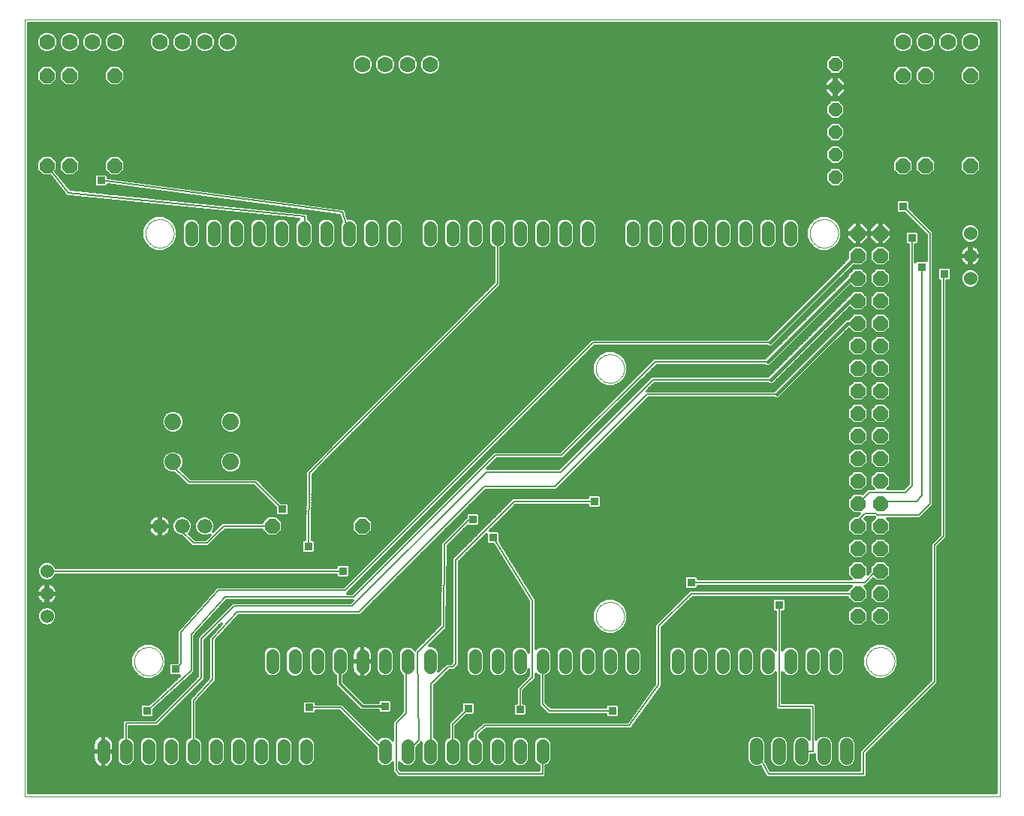
<source format=gbl>
G75*
%MOIN*%
%OFA0B0*%
%FSLAX24Y24*%
%IPPOS*%
%LPD*%
%AMOC8*
5,1,8,0,0,1.08239X$1,22.5*
%
%ADD10C,0.0000*%
%ADD11C,0.0010*%
%ADD12C,0.0560*%
%ADD13OC8,0.0660*%
%ADD14OC8,0.0600*%
%ADD15C,0.0700*%
%ADD16C,0.0600*%
%ADD17C,0.0660*%
%ADD18C,0.0594*%
%ADD19C,0.0740*%
%ADD20R,0.0356X0.0356*%
%ADD21C,0.0120*%
%ADD22C,0.0080*%
%ADD23C,0.0160*%
D10*
X005030Y006160D02*
X005032Y006210D01*
X005038Y006260D01*
X005048Y006309D01*
X005062Y006357D01*
X005079Y006404D01*
X005100Y006449D01*
X005125Y006493D01*
X005153Y006534D01*
X005185Y006573D01*
X005219Y006610D01*
X005256Y006644D01*
X005296Y006674D01*
X005338Y006701D01*
X005382Y006725D01*
X005428Y006746D01*
X005475Y006762D01*
X005523Y006775D01*
X005573Y006784D01*
X005622Y006789D01*
X005673Y006790D01*
X005723Y006787D01*
X005772Y006780D01*
X005821Y006769D01*
X005869Y006754D01*
X005915Y006736D01*
X005960Y006714D01*
X006003Y006688D01*
X006044Y006659D01*
X006083Y006627D01*
X006119Y006592D01*
X006151Y006554D01*
X006181Y006514D01*
X006208Y006471D01*
X006231Y006427D01*
X006250Y006381D01*
X006266Y006333D01*
X006278Y006284D01*
X006286Y006235D01*
X006290Y006185D01*
X006290Y006135D01*
X006286Y006085D01*
X006278Y006036D01*
X006266Y005987D01*
X006250Y005939D01*
X006231Y005893D01*
X006208Y005849D01*
X006181Y005806D01*
X006151Y005766D01*
X006119Y005728D01*
X006083Y005693D01*
X006044Y005661D01*
X006003Y005632D01*
X005960Y005606D01*
X005915Y005584D01*
X005869Y005566D01*
X005821Y005551D01*
X005772Y005540D01*
X005723Y005533D01*
X005673Y005530D01*
X005622Y005531D01*
X005573Y005536D01*
X005523Y005545D01*
X005475Y005558D01*
X005428Y005574D01*
X005382Y005595D01*
X005338Y005619D01*
X005296Y005646D01*
X005256Y005676D01*
X005219Y005710D01*
X005185Y005747D01*
X005153Y005786D01*
X005125Y005827D01*
X005100Y005871D01*
X005079Y005916D01*
X005062Y005963D01*
X005048Y006011D01*
X005038Y006060D01*
X005032Y006110D01*
X005030Y006160D01*
X025530Y008160D02*
X025532Y008210D01*
X025538Y008260D01*
X025548Y008309D01*
X025562Y008357D01*
X025579Y008404D01*
X025600Y008449D01*
X025625Y008493D01*
X025653Y008534D01*
X025685Y008573D01*
X025719Y008610D01*
X025756Y008644D01*
X025796Y008674D01*
X025838Y008701D01*
X025882Y008725D01*
X025928Y008746D01*
X025975Y008762D01*
X026023Y008775D01*
X026073Y008784D01*
X026122Y008789D01*
X026173Y008790D01*
X026223Y008787D01*
X026272Y008780D01*
X026321Y008769D01*
X026369Y008754D01*
X026415Y008736D01*
X026460Y008714D01*
X026503Y008688D01*
X026544Y008659D01*
X026583Y008627D01*
X026619Y008592D01*
X026651Y008554D01*
X026681Y008514D01*
X026708Y008471D01*
X026731Y008427D01*
X026750Y008381D01*
X026766Y008333D01*
X026778Y008284D01*
X026786Y008235D01*
X026790Y008185D01*
X026790Y008135D01*
X026786Y008085D01*
X026778Y008036D01*
X026766Y007987D01*
X026750Y007939D01*
X026731Y007893D01*
X026708Y007849D01*
X026681Y007806D01*
X026651Y007766D01*
X026619Y007728D01*
X026583Y007693D01*
X026544Y007661D01*
X026503Y007632D01*
X026460Y007606D01*
X026415Y007584D01*
X026369Y007566D01*
X026321Y007551D01*
X026272Y007540D01*
X026223Y007533D01*
X026173Y007530D01*
X026122Y007531D01*
X026073Y007536D01*
X026023Y007545D01*
X025975Y007558D01*
X025928Y007574D01*
X025882Y007595D01*
X025838Y007619D01*
X025796Y007646D01*
X025756Y007676D01*
X025719Y007710D01*
X025685Y007747D01*
X025653Y007786D01*
X025625Y007827D01*
X025600Y007871D01*
X025579Y007916D01*
X025562Y007963D01*
X025548Y008011D01*
X025538Y008060D01*
X025532Y008110D01*
X025530Y008160D01*
X037530Y006160D02*
X037532Y006210D01*
X037538Y006260D01*
X037548Y006309D01*
X037562Y006357D01*
X037579Y006404D01*
X037600Y006449D01*
X037625Y006493D01*
X037653Y006534D01*
X037685Y006573D01*
X037719Y006610D01*
X037756Y006644D01*
X037796Y006674D01*
X037838Y006701D01*
X037882Y006725D01*
X037928Y006746D01*
X037975Y006762D01*
X038023Y006775D01*
X038073Y006784D01*
X038122Y006789D01*
X038173Y006790D01*
X038223Y006787D01*
X038272Y006780D01*
X038321Y006769D01*
X038369Y006754D01*
X038415Y006736D01*
X038460Y006714D01*
X038503Y006688D01*
X038544Y006659D01*
X038583Y006627D01*
X038619Y006592D01*
X038651Y006554D01*
X038681Y006514D01*
X038708Y006471D01*
X038731Y006427D01*
X038750Y006381D01*
X038766Y006333D01*
X038778Y006284D01*
X038786Y006235D01*
X038790Y006185D01*
X038790Y006135D01*
X038786Y006085D01*
X038778Y006036D01*
X038766Y005987D01*
X038750Y005939D01*
X038731Y005893D01*
X038708Y005849D01*
X038681Y005806D01*
X038651Y005766D01*
X038619Y005728D01*
X038583Y005693D01*
X038544Y005661D01*
X038503Y005632D01*
X038460Y005606D01*
X038415Y005584D01*
X038369Y005566D01*
X038321Y005551D01*
X038272Y005540D01*
X038223Y005533D01*
X038173Y005530D01*
X038122Y005531D01*
X038073Y005536D01*
X038023Y005545D01*
X037975Y005558D01*
X037928Y005574D01*
X037882Y005595D01*
X037838Y005619D01*
X037796Y005646D01*
X037756Y005676D01*
X037719Y005710D01*
X037685Y005747D01*
X037653Y005786D01*
X037625Y005827D01*
X037600Y005871D01*
X037579Y005916D01*
X037562Y005963D01*
X037548Y006011D01*
X037538Y006060D01*
X037532Y006110D01*
X037530Y006160D01*
X025530Y019160D02*
X025532Y019210D01*
X025538Y019260D01*
X025548Y019309D01*
X025562Y019357D01*
X025579Y019404D01*
X025600Y019449D01*
X025625Y019493D01*
X025653Y019534D01*
X025685Y019573D01*
X025719Y019610D01*
X025756Y019644D01*
X025796Y019674D01*
X025838Y019701D01*
X025882Y019725D01*
X025928Y019746D01*
X025975Y019762D01*
X026023Y019775D01*
X026073Y019784D01*
X026122Y019789D01*
X026173Y019790D01*
X026223Y019787D01*
X026272Y019780D01*
X026321Y019769D01*
X026369Y019754D01*
X026415Y019736D01*
X026460Y019714D01*
X026503Y019688D01*
X026544Y019659D01*
X026583Y019627D01*
X026619Y019592D01*
X026651Y019554D01*
X026681Y019514D01*
X026708Y019471D01*
X026731Y019427D01*
X026750Y019381D01*
X026766Y019333D01*
X026778Y019284D01*
X026786Y019235D01*
X026790Y019185D01*
X026790Y019135D01*
X026786Y019085D01*
X026778Y019036D01*
X026766Y018987D01*
X026750Y018939D01*
X026731Y018893D01*
X026708Y018849D01*
X026681Y018806D01*
X026651Y018766D01*
X026619Y018728D01*
X026583Y018693D01*
X026544Y018661D01*
X026503Y018632D01*
X026460Y018606D01*
X026415Y018584D01*
X026369Y018566D01*
X026321Y018551D01*
X026272Y018540D01*
X026223Y018533D01*
X026173Y018530D01*
X026122Y018531D01*
X026073Y018536D01*
X026023Y018545D01*
X025975Y018558D01*
X025928Y018574D01*
X025882Y018595D01*
X025838Y018619D01*
X025796Y018646D01*
X025756Y018676D01*
X025719Y018710D01*
X025685Y018747D01*
X025653Y018786D01*
X025625Y018827D01*
X025600Y018871D01*
X025579Y018916D01*
X025562Y018963D01*
X025548Y019011D01*
X025538Y019060D01*
X025532Y019110D01*
X025530Y019160D01*
X035030Y025160D02*
X035032Y025210D01*
X035038Y025260D01*
X035048Y025309D01*
X035062Y025357D01*
X035079Y025404D01*
X035100Y025449D01*
X035125Y025493D01*
X035153Y025534D01*
X035185Y025573D01*
X035219Y025610D01*
X035256Y025644D01*
X035296Y025674D01*
X035338Y025701D01*
X035382Y025725D01*
X035428Y025746D01*
X035475Y025762D01*
X035523Y025775D01*
X035573Y025784D01*
X035622Y025789D01*
X035673Y025790D01*
X035723Y025787D01*
X035772Y025780D01*
X035821Y025769D01*
X035869Y025754D01*
X035915Y025736D01*
X035960Y025714D01*
X036003Y025688D01*
X036044Y025659D01*
X036083Y025627D01*
X036119Y025592D01*
X036151Y025554D01*
X036181Y025514D01*
X036208Y025471D01*
X036231Y025427D01*
X036250Y025381D01*
X036266Y025333D01*
X036278Y025284D01*
X036286Y025235D01*
X036290Y025185D01*
X036290Y025135D01*
X036286Y025085D01*
X036278Y025036D01*
X036266Y024987D01*
X036250Y024939D01*
X036231Y024893D01*
X036208Y024849D01*
X036181Y024806D01*
X036151Y024766D01*
X036119Y024728D01*
X036083Y024693D01*
X036044Y024661D01*
X036003Y024632D01*
X035960Y024606D01*
X035915Y024584D01*
X035869Y024566D01*
X035821Y024551D01*
X035772Y024540D01*
X035723Y024533D01*
X035673Y024530D01*
X035622Y024531D01*
X035573Y024536D01*
X035523Y024545D01*
X035475Y024558D01*
X035428Y024574D01*
X035382Y024595D01*
X035338Y024619D01*
X035296Y024646D01*
X035256Y024676D01*
X035219Y024710D01*
X035185Y024747D01*
X035153Y024786D01*
X035125Y024827D01*
X035100Y024871D01*
X035079Y024916D01*
X035062Y024963D01*
X035048Y025011D01*
X035038Y025060D01*
X035032Y025110D01*
X035030Y025160D01*
X005530Y025160D02*
X005532Y025210D01*
X005538Y025260D01*
X005548Y025309D01*
X005562Y025357D01*
X005579Y025404D01*
X005600Y025449D01*
X005625Y025493D01*
X005653Y025534D01*
X005685Y025573D01*
X005719Y025610D01*
X005756Y025644D01*
X005796Y025674D01*
X005838Y025701D01*
X005882Y025725D01*
X005928Y025746D01*
X005975Y025762D01*
X006023Y025775D01*
X006073Y025784D01*
X006122Y025789D01*
X006173Y025790D01*
X006223Y025787D01*
X006272Y025780D01*
X006321Y025769D01*
X006369Y025754D01*
X006415Y025736D01*
X006460Y025714D01*
X006503Y025688D01*
X006544Y025659D01*
X006583Y025627D01*
X006619Y025592D01*
X006651Y025554D01*
X006681Y025514D01*
X006708Y025471D01*
X006731Y025427D01*
X006750Y025381D01*
X006766Y025333D01*
X006778Y025284D01*
X006786Y025235D01*
X006790Y025185D01*
X006790Y025135D01*
X006786Y025085D01*
X006778Y025036D01*
X006766Y024987D01*
X006750Y024939D01*
X006731Y024893D01*
X006708Y024849D01*
X006681Y024806D01*
X006651Y024766D01*
X006619Y024728D01*
X006583Y024693D01*
X006544Y024661D01*
X006503Y024632D01*
X006460Y024606D01*
X006415Y024584D01*
X006369Y024566D01*
X006321Y024551D01*
X006272Y024540D01*
X006223Y024533D01*
X006173Y024530D01*
X006122Y024531D01*
X006073Y024536D01*
X006023Y024545D01*
X005975Y024558D01*
X005928Y024574D01*
X005882Y024595D01*
X005838Y024619D01*
X005796Y024646D01*
X005756Y024676D01*
X005719Y024710D01*
X005685Y024747D01*
X005653Y024786D01*
X005625Y024827D01*
X005600Y024871D01*
X005579Y024916D01*
X005562Y024963D01*
X005548Y025011D01*
X005538Y025060D01*
X005532Y025110D01*
X005530Y025160D01*
D11*
X000160Y000160D02*
X043467Y000160D01*
X043467Y034656D01*
X000160Y034656D01*
X000160Y000160D01*
D12*
X003660Y001880D02*
X003660Y002440D01*
X004660Y002440D02*
X004660Y001880D01*
X005660Y001880D02*
X005660Y002440D01*
X006660Y002440D02*
X006660Y001880D01*
X007660Y001880D02*
X007660Y002440D01*
X008660Y002440D02*
X008660Y001880D01*
X009660Y001880D02*
X009660Y002440D01*
X010660Y002440D02*
X010660Y001880D01*
X011660Y001880D02*
X011660Y002440D01*
X012660Y002440D02*
X012660Y001880D01*
X016160Y001880D02*
X016160Y002440D01*
X017160Y002440D02*
X017160Y001880D01*
X018160Y001880D02*
X018160Y002440D01*
X019160Y002440D02*
X019160Y001880D01*
X020160Y001880D02*
X020160Y002440D01*
X021160Y002440D02*
X021160Y001880D01*
X022160Y001880D02*
X022160Y002440D01*
X023160Y002440D02*
X023160Y001880D01*
X023160Y005880D02*
X023160Y006440D01*
X022160Y006440D02*
X022160Y005880D01*
X021160Y005880D02*
X021160Y006440D01*
X020160Y006440D02*
X020160Y005880D01*
X018160Y005880D02*
X018160Y006440D01*
X017160Y006440D02*
X017160Y005880D01*
X016160Y005880D02*
X016160Y006440D01*
X015160Y006440D02*
X015160Y005880D01*
X014160Y005880D02*
X014160Y006440D01*
X013160Y006440D02*
X013160Y005880D01*
X012160Y005880D02*
X012160Y006440D01*
X011160Y006440D02*
X011160Y005880D01*
X024160Y005880D02*
X024160Y006440D01*
X025160Y006440D02*
X025160Y005880D01*
X026160Y005880D02*
X026160Y006440D01*
X027160Y006440D02*
X027160Y005880D01*
X029160Y005880D02*
X029160Y006440D01*
X030160Y006440D02*
X030160Y005880D01*
X031160Y005880D02*
X031160Y006440D01*
X032160Y006440D02*
X032160Y005880D01*
X033160Y005880D02*
X033160Y006440D01*
X034160Y006440D02*
X034160Y005880D01*
X035160Y005880D02*
X035160Y006440D01*
X036160Y006440D02*
X036160Y005880D01*
X034160Y024880D02*
X034160Y025440D01*
X033160Y025440D02*
X033160Y024880D01*
X032160Y024880D02*
X032160Y025440D01*
X031160Y025440D02*
X031160Y024880D01*
X030160Y024880D02*
X030160Y025440D01*
X029160Y025440D02*
X029160Y024880D01*
X028160Y024880D02*
X028160Y025440D01*
X027160Y025440D02*
X027160Y024880D01*
X025160Y024880D02*
X025160Y025440D01*
X024160Y025440D02*
X024160Y024880D01*
X023160Y024880D02*
X023160Y025440D01*
X022160Y025440D02*
X022160Y024880D01*
X021160Y024880D02*
X021160Y025440D01*
X020160Y025440D02*
X020160Y024880D01*
X019160Y024880D02*
X019160Y025440D01*
X018160Y025440D02*
X018160Y024880D01*
X016560Y024880D02*
X016560Y025440D01*
X015560Y025440D02*
X015560Y024880D01*
X014560Y024880D02*
X014560Y025440D01*
X013560Y025440D02*
X013560Y024880D01*
X012560Y024880D02*
X012560Y025440D01*
X011560Y025440D02*
X011560Y024880D01*
X010560Y024880D02*
X010560Y025440D01*
X009560Y025440D02*
X009560Y024880D01*
X008560Y024880D02*
X008560Y025440D01*
X007560Y025440D02*
X007560Y024880D01*
D13*
X004160Y028160D03*
X002160Y028160D03*
X001160Y028160D03*
X001160Y032160D03*
X002160Y032160D03*
X004160Y032160D03*
X011160Y012160D03*
X015160Y012160D03*
X037160Y012160D03*
X037160Y011160D03*
X037160Y010160D03*
X037160Y009160D03*
X037160Y008160D03*
X038160Y008160D03*
X038160Y009160D03*
X038160Y010160D03*
X038160Y011160D03*
X038160Y012160D03*
X038160Y013160D03*
X038160Y014160D03*
X038160Y015160D03*
X038160Y016160D03*
X038160Y017160D03*
X038160Y018160D03*
X038160Y019160D03*
X038160Y020160D03*
X038160Y021160D03*
X038160Y022160D03*
X038160Y023160D03*
X038160Y024160D03*
X038160Y025160D03*
X037160Y025160D03*
X037160Y024160D03*
X037160Y023160D03*
X037160Y022160D03*
X037160Y021160D03*
X037160Y020160D03*
X037160Y019160D03*
X037160Y018160D03*
X037160Y017160D03*
X037160Y016160D03*
X037160Y015160D03*
X037160Y014160D03*
X037160Y013160D03*
X039160Y028160D03*
X040160Y028160D03*
X042160Y028160D03*
X042160Y032160D03*
X040160Y032160D03*
X039160Y032160D03*
D14*
X036160Y031660D03*
X036160Y030660D03*
X036160Y029660D03*
X036160Y028660D03*
X036160Y027660D03*
X036160Y032660D03*
D15*
X039160Y033660D03*
X040160Y033660D03*
X041160Y033660D03*
X042160Y033660D03*
X018160Y032660D03*
X017160Y032660D03*
X016160Y032660D03*
X015160Y032660D03*
X009160Y033660D03*
X008160Y033660D03*
X007160Y033660D03*
X006160Y033660D03*
X004160Y033660D03*
X003160Y033660D03*
X002160Y033660D03*
X001160Y033660D03*
D16*
X001160Y010160D03*
X001160Y009160D03*
X001160Y008160D03*
X042160Y023160D03*
X042160Y024160D03*
X042160Y025160D03*
D17*
X008160Y012160D03*
X007160Y012160D03*
X006160Y012160D03*
D18*
X032660Y002457D02*
X032660Y001863D01*
X033660Y001863D02*
X033660Y002457D01*
X034660Y002457D02*
X034660Y001863D01*
X035660Y001863D02*
X035660Y002457D01*
X036660Y002457D02*
X036660Y001863D01*
D19*
X009314Y015018D03*
X009314Y016798D03*
X006754Y016798D03*
X006754Y015018D03*
D20*
X011610Y012910D03*
X012760Y011260D03*
X014310Y010160D03*
X020060Y012460D03*
X020960Y011660D03*
X025460Y013260D03*
X029760Y009660D03*
X033660Y008660D03*
X026260Y003960D03*
X022160Y004010D03*
X019860Y004060D03*
X016160Y004160D03*
X012810Y004110D03*
X006860Y005810D03*
X005610Y003960D03*
X003560Y027510D03*
X039160Y026360D03*
X040760Y025110D03*
X039560Y024960D03*
X040010Y023660D03*
X041010Y023360D03*
D21*
X041308Y023386D02*
X041799Y023386D01*
X041804Y023398D02*
X041740Y023244D01*
X041740Y023076D01*
X041804Y022922D01*
X041922Y022804D01*
X042076Y022740D01*
X042244Y022740D01*
X042398Y022804D01*
X042516Y022922D01*
X042580Y023076D01*
X042580Y023244D01*
X042516Y023398D01*
X042398Y023516D01*
X042244Y023580D01*
X042076Y023580D01*
X041922Y023516D01*
X041804Y023398D01*
X041750Y023268D02*
X041308Y023268D01*
X041308Y023149D02*
X041740Y023149D01*
X041759Y023031D02*
X041120Y023031D01*
X041120Y023062D02*
X041238Y023062D01*
X041308Y023132D01*
X041308Y023588D01*
X041238Y023658D01*
X040782Y023658D01*
X040712Y023588D01*
X040712Y023132D01*
X040782Y023062D01*
X040800Y023062D01*
X040800Y011776D01*
X040494Y011470D01*
X040400Y011376D01*
X040400Y005326D01*
X037344Y002270D01*
X037250Y002176D01*
X037250Y001320D01*
X033283Y001320D01*
X033061Y001742D01*
X033077Y001780D01*
X033077Y002540D01*
X033013Y002693D01*
X032896Y002810D01*
X032743Y002874D01*
X032577Y002874D01*
X032424Y002810D01*
X032307Y002693D01*
X032243Y002540D01*
X032243Y001780D01*
X032307Y001627D01*
X032424Y001510D01*
X032577Y001446D01*
X032743Y001446D01*
X032835Y001484D01*
X033000Y001170D01*
X033000Y001144D01*
X033030Y001114D01*
X033049Y001077D01*
X033075Y001069D01*
X033144Y001000D01*
X037476Y001000D01*
X037570Y001094D01*
X037570Y002044D01*
X040720Y005194D01*
X040720Y011244D01*
X041120Y011644D01*
X041120Y023062D01*
X041120Y022912D02*
X041814Y022912D01*
X041947Y022794D02*
X041120Y022794D01*
X041120Y022675D02*
X043302Y022675D01*
X043302Y022557D02*
X041120Y022557D01*
X041120Y022438D02*
X043302Y022438D01*
X043302Y022320D02*
X041120Y022320D01*
X041120Y022201D02*
X043302Y022201D01*
X043302Y022083D02*
X041120Y022083D01*
X041120Y021964D02*
X043302Y021964D01*
X043302Y021846D02*
X041120Y021846D01*
X041120Y021727D02*
X043302Y021727D01*
X043302Y021609D02*
X041120Y021609D01*
X041120Y021490D02*
X043302Y021490D01*
X043302Y021372D02*
X041120Y021372D01*
X041120Y021253D02*
X043302Y021253D01*
X043302Y021135D02*
X041120Y021135D01*
X041120Y021016D02*
X043302Y021016D01*
X043302Y020898D02*
X041120Y020898D01*
X041120Y020779D02*
X043302Y020779D01*
X043302Y020661D02*
X041120Y020661D01*
X041120Y020542D02*
X043302Y020542D01*
X043302Y020424D02*
X041120Y020424D01*
X041120Y020305D02*
X043302Y020305D01*
X043302Y020187D02*
X041120Y020187D01*
X041120Y020068D02*
X043302Y020068D01*
X043302Y019950D02*
X041120Y019950D01*
X041120Y019831D02*
X043302Y019831D01*
X043302Y019713D02*
X041120Y019713D01*
X041120Y019594D02*
X043302Y019594D01*
X043302Y019476D02*
X041120Y019476D01*
X041120Y019357D02*
X043302Y019357D01*
X043302Y019239D02*
X041120Y019239D01*
X041120Y019120D02*
X043302Y019120D01*
X043302Y019002D02*
X041120Y019002D01*
X041120Y018883D02*
X043302Y018883D01*
X043302Y018765D02*
X041120Y018765D01*
X041120Y018646D02*
X043302Y018646D01*
X043302Y018528D02*
X041120Y018528D01*
X041120Y018409D02*
X043302Y018409D01*
X043302Y018291D02*
X041120Y018291D01*
X041120Y018172D02*
X043302Y018172D01*
X043302Y018054D02*
X041120Y018054D01*
X041120Y017935D02*
X043302Y017935D01*
X043302Y017817D02*
X041120Y017817D01*
X041120Y017698D02*
X043302Y017698D01*
X043302Y017580D02*
X041120Y017580D01*
X041120Y017461D02*
X043302Y017461D01*
X043302Y017343D02*
X041120Y017343D01*
X041120Y017224D02*
X043302Y017224D01*
X043302Y017106D02*
X041120Y017106D01*
X041120Y016987D02*
X043302Y016987D01*
X043302Y016869D02*
X041120Y016869D01*
X041120Y016750D02*
X043302Y016750D01*
X043302Y016632D02*
X041120Y016632D01*
X041120Y016513D02*
X043302Y016513D01*
X043302Y016395D02*
X041120Y016395D01*
X041120Y016276D02*
X043302Y016276D01*
X043302Y016158D02*
X041120Y016158D01*
X041120Y016039D02*
X043302Y016039D01*
X043302Y015921D02*
X041120Y015921D01*
X041120Y015802D02*
X043302Y015802D01*
X043302Y015684D02*
X041120Y015684D01*
X041120Y015565D02*
X043302Y015565D01*
X043302Y015447D02*
X041120Y015447D01*
X041120Y015328D02*
X043302Y015328D01*
X043302Y015210D02*
X041120Y015210D01*
X041120Y015091D02*
X043302Y015091D01*
X043302Y014973D02*
X041120Y014973D01*
X041120Y014854D02*
X043302Y014854D01*
X043302Y014736D02*
X041120Y014736D01*
X041120Y014617D02*
X043302Y014617D01*
X043302Y014499D02*
X041120Y014499D01*
X041120Y014380D02*
X043302Y014380D01*
X043302Y014262D02*
X041120Y014262D01*
X041120Y014143D02*
X043302Y014143D01*
X043302Y014025D02*
X041120Y014025D01*
X041120Y013906D02*
X043302Y013906D01*
X043302Y013788D02*
X041120Y013788D01*
X041120Y013669D02*
X043302Y013669D01*
X043302Y013551D02*
X041120Y013551D01*
X041120Y013432D02*
X043302Y013432D01*
X043302Y013314D02*
X041120Y013314D01*
X041120Y013195D02*
X043302Y013195D01*
X043302Y013077D02*
X041120Y013077D01*
X041120Y012958D02*
X043302Y012958D01*
X043302Y012840D02*
X041120Y012840D01*
X041120Y012721D02*
X043302Y012721D01*
X043302Y012603D02*
X041120Y012603D01*
X041120Y012484D02*
X043302Y012484D01*
X043302Y012366D02*
X041120Y012366D01*
X041120Y012247D02*
X043302Y012247D01*
X043302Y012129D02*
X041120Y012129D01*
X041120Y012010D02*
X043302Y012010D01*
X043302Y011892D02*
X041120Y011892D01*
X041120Y011773D02*
X043302Y011773D01*
X043302Y011655D02*
X041120Y011655D01*
X041012Y011536D02*
X043302Y011536D01*
X043302Y011418D02*
X040894Y011418D01*
X040775Y011299D02*
X043302Y011299D01*
X043302Y011181D02*
X040720Y011181D01*
X040720Y011062D02*
X043302Y011062D01*
X043302Y010944D02*
X040720Y010944D01*
X040720Y010825D02*
X043302Y010825D01*
X043302Y010707D02*
X040720Y010707D01*
X040720Y010588D02*
X043302Y010588D01*
X043302Y010470D02*
X040720Y010470D01*
X040720Y010351D02*
X043302Y010351D01*
X043302Y010233D02*
X040720Y010233D01*
X040720Y010114D02*
X043302Y010114D01*
X043302Y009996D02*
X040720Y009996D01*
X040720Y009877D02*
X043302Y009877D01*
X043302Y009759D02*
X040720Y009759D01*
X040720Y009640D02*
X043302Y009640D01*
X043302Y009522D02*
X040720Y009522D01*
X040720Y009403D02*
X043302Y009403D01*
X043302Y009285D02*
X040720Y009285D01*
X040720Y009166D02*
X043302Y009166D01*
X043302Y009048D02*
X040720Y009048D01*
X040720Y008929D02*
X043302Y008929D01*
X043302Y008811D02*
X040720Y008811D01*
X040720Y008692D02*
X043302Y008692D01*
X043302Y008574D02*
X040720Y008574D01*
X040720Y008455D02*
X043302Y008455D01*
X043302Y008337D02*
X040720Y008337D01*
X040720Y008218D02*
X043302Y008218D01*
X043302Y008100D02*
X040720Y008100D01*
X040720Y007981D02*
X043302Y007981D01*
X043302Y007863D02*
X040720Y007863D01*
X040720Y007744D02*
X043302Y007744D01*
X043302Y007626D02*
X040720Y007626D01*
X040720Y007507D02*
X043302Y007507D01*
X043302Y007389D02*
X040720Y007389D01*
X040720Y007270D02*
X043302Y007270D01*
X043302Y007152D02*
X040720Y007152D01*
X040720Y007033D02*
X043302Y007033D01*
X043302Y006915D02*
X040720Y006915D01*
X040720Y006796D02*
X043302Y006796D01*
X043302Y006678D02*
X040720Y006678D01*
X040720Y006559D02*
X043302Y006559D01*
X043302Y006441D02*
X040720Y006441D01*
X040720Y006322D02*
X043302Y006322D01*
X043302Y006204D02*
X040720Y006204D01*
X040720Y006085D02*
X043302Y006085D01*
X043302Y005967D02*
X040720Y005967D01*
X040720Y005848D02*
X043302Y005848D01*
X043302Y005730D02*
X040720Y005730D01*
X040720Y005611D02*
X043302Y005611D01*
X043302Y005493D02*
X040720Y005493D01*
X040720Y005374D02*
X043302Y005374D01*
X043302Y005256D02*
X040720Y005256D01*
X040663Y005137D02*
X043302Y005137D01*
X043302Y005019D02*
X040545Y005019D01*
X040426Y004900D02*
X043302Y004900D01*
X043302Y004782D02*
X040308Y004782D01*
X040189Y004663D02*
X043302Y004663D01*
X043302Y004545D02*
X040071Y004545D01*
X039952Y004426D02*
X043302Y004426D01*
X043302Y004308D02*
X039834Y004308D01*
X039715Y004189D02*
X043302Y004189D01*
X043302Y004071D02*
X039597Y004071D01*
X039478Y003952D02*
X043302Y003952D01*
X043302Y003834D02*
X039360Y003834D01*
X039241Y003715D02*
X043302Y003715D01*
X043302Y003597D02*
X039123Y003597D01*
X039004Y003478D02*
X043302Y003478D01*
X043302Y003360D02*
X038886Y003360D01*
X038767Y003241D02*
X043302Y003241D01*
X043302Y003123D02*
X038649Y003123D01*
X038530Y003004D02*
X043302Y003004D01*
X043302Y002886D02*
X038412Y002886D01*
X038293Y002767D02*
X043302Y002767D01*
X043302Y002649D02*
X038175Y002649D01*
X038056Y002530D02*
X043302Y002530D01*
X043302Y002412D02*
X037938Y002412D01*
X037819Y002293D02*
X043302Y002293D01*
X043302Y002175D02*
X037701Y002175D01*
X037582Y002056D02*
X043302Y002056D01*
X043302Y001938D02*
X037570Y001938D01*
X037570Y001819D02*
X043302Y001819D01*
X043302Y001701D02*
X037570Y001701D01*
X037570Y001582D02*
X043302Y001582D01*
X043302Y001464D02*
X037570Y001464D01*
X037570Y001345D02*
X043302Y001345D01*
X043302Y001227D02*
X037570Y001227D01*
X037570Y001108D02*
X043302Y001108D01*
X043302Y000990D02*
X000325Y000990D01*
X000325Y001108D02*
X016636Y001108D01*
X016650Y001094D02*
X016744Y001000D01*
X023226Y001000D01*
X023320Y001094D01*
X023320Y001513D01*
X023387Y001541D01*
X023499Y001653D01*
X023560Y001800D01*
X023560Y002520D01*
X023499Y002667D01*
X023387Y002779D01*
X023240Y002840D01*
X023080Y002840D01*
X022933Y002779D01*
X022821Y002667D01*
X022760Y002520D01*
X022760Y001800D01*
X022821Y001653D01*
X022933Y001541D01*
X023000Y001513D01*
X023000Y001320D01*
X016876Y001320D01*
X016820Y001376D01*
X016820Y001656D01*
X016821Y001653D01*
X016933Y001541D01*
X017080Y001480D01*
X017240Y001480D01*
X017387Y001541D01*
X017499Y001653D01*
X017560Y001800D01*
X017560Y002334D01*
X017727Y002501D01*
X017728Y002501D01*
X017770Y002544D01*
X017760Y002520D01*
X017760Y001800D01*
X017821Y001653D01*
X017933Y001541D01*
X018080Y001480D01*
X018240Y001480D01*
X018387Y001541D01*
X018499Y001653D01*
X018560Y001800D01*
X018560Y002520D01*
X018499Y002667D01*
X018387Y002779D01*
X018370Y002786D01*
X018370Y005094D01*
X019026Y005750D01*
X019226Y005750D01*
X019376Y005900D01*
X019470Y005994D01*
X019470Y010594D01*
X020662Y011786D01*
X020662Y011432D01*
X020732Y011362D01*
X020958Y011362D01*
X022550Y008814D01*
X022550Y006544D01*
X022499Y006667D01*
X022387Y006779D01*
X022240Y006840D01*
X022080Y006840D01*
X021933Y006779D01*
X021821Y006667D01*
X021760Y006520D01*
X021760Y005800D01*
X021821Y005653D01*
X021933Y005541D01*
X022080Y005480D01*
X022240Y005480D01*
X022387Y005541D01*
X022499Y005653D01*
X022550Y005776D01*
X022550Y005526D01*
X022094Y005070D01*
X022000Y004976D01*
X022000Y004308D01*
X021932Y004308D01*
X021862Y004238D01*
X021862Y003782D01*
X021932Y003712D01*
X022388Y003712D01*
X022458Y003782D01*
X022458Y004238D01*
X022388Y004308D01*
X022320Y004308D01*
X022320Y004844D01*
X022776Y005300D01*
X022870Y005394D01*
X022870Y005604D01*
X022933Y005541D01*
X023000Y005513D01*
X023000Y004194D01*
X023300Y003894D01*
X023394Y003800D01*
X025962Y003800D01*
X025962Y003732D01*
X026032Y003662D01*
X026488Y003662D01*
X026558Y003732D01*
X026558Y004188D01*
X026488Y004258D01*
X026032Y004258D01*
X025962Y004188D01*
X025962Y004120D01*
X023526Y004120D01*
X023320Y004326D01*
X023320Y005513D01*
X023387Y005541D01*
X023499Y005653D01*
X023560Y005800D01*
X023560Y006520D01*
X023499Y006667D01*
X023387Y006779D01*
X023240Y006840D01*
X023080Y006840D01*
X022933Y006779D01*
X022870Y006716D01*
X022870Y008842D01*
X022881Y008889D01*
X022870Y008906D01*
X022870Y008926D01*
X022836Y008960D01*
X021258Y011485D01*
X021258Y011888D01*
X021188Y011958D01*
X020834Y011958D01*
X021976Y013100D01*
X025162Y013100D01*
X025162Y013032D01*
X025232Y012962D01*
X025688Y012962D01*
X025758Y013032D01*
X025758Y013488D01*
X025688Y013558D01*
X025232Y013558D01*
X025162Y013488D01*
X025162Y013420D01*
X021844Y013420D01*
X021750Y013326D01*
X019150Y010726D01*
X019150Y006126D01*
X019094Y006070D01*
X018894Y006070D01*
X018800Y005976D01*
X018552Y005728D01*
X018580Y005796D01*
X018580Y006524D01*
X018516Y006678D01*
X018398Y006796D01*
X019150Y006796D01*
X019150Y006678D02*
X018516Y006678D01*
X018565Y006559D02*
X019150Y006559D01*
X019150Y006441D02*
X018580Y006441D01*
X018580Y006322D02*
X019150Y006322D01*
X019150Y006204D02*
X018580Y006204D01*
X018580Y006085D02*
X019109Y006085D01*
X019324Y005848D02*
X019760Y005848D01*
X019760Y005800D02*
X019821Y005653D01*
X019933Y005541D01*
X020080Y005480D01*
X020240Y005480D01*
X020387Y005541D01*
X020499Y005653D01*
X020560Y005800D01*
X020560Y006520D01*
X020499Y006667D01*
X020387Y006779D01*
X020240Y006840D01*
X020080Y006840D01*
X019933Y006779D01*
X019821Y006667D01*
X019760Y006520D01*
X019760Y005800D01*
X019789Y005730D02*
X019006Y005730D01*
X018887Y005611D02*
X019863Y005611D01*
X020050Y005493D02*
X018769Y005493D01*
X018650Y005374D02*
X022398Y005374D01*
X022516Y005493D02*
X022270Y005493D01*
X022050Y005493D02*
X021270Y005493D01*
X021240Y005480D02*
X021387Y005541D01*
X021499Y005653D01*
X021560Y005800D01*
X021560Y006520D01*
X021499Y006667D01*
X021387Y006779D01*
X021240Y006840D01*
X021080Y006840D01*
X020933Y006779D01*
X020821Y006667D01*
X020760Y006520D01*
X020760Y005800D01*
X020821Y005653D01*
X020933Y005541D01*
X021080Y005480D01*
X021240Y005480D01*
X021050Y005493D02*
X020270Y005493D01*
X020457Y005611D02*
X020863Y005611D01*
X020789Y005730D02*
X020531Y005730D01*
X020560Y005848D02*
X020760Y005848D01*
X020760Y005967D02*
X020560Y005967D01*
X020560Y006085D02*
X020760Y006085D01*
X020760Y006204D02*
X020560Y006204D01*
X020560Y006322D02*
X020760Y006322D01*
X020760Y006441D02*
X020560Y006441D01*
X020544Y006559D02*
X020776Y006559D01*
X020832Y006678D02*
X020488Y006678D01*
X020346Y006796D02*
X020974Y006796D01*
X021346Y006796D02*
X021974Y006796D01*
X021832Y006678D02*
X021488Y006678D01*
X021544Y006559D02*
X021776Y006559D01*
X021760Y006441D02*
X021560Y006441D01*
X021560Y006322D02*
X021760Y006322D01*
X021760Y006204D02*
X021560Y006204D01*
X021560Y006085D02*
X021760Y006085D01*
X021760Y005967D02*
X021560Y005967D01*
X021560Y005848D02*
X021760Y005848D01*
X021789Y005730D02*
X021531Y005730D01*
X021457Y005611D02*
X021863Y005611D01*
X022279Y005256D02*
X018532Y005256D01*
X018413Y005137D02*
X022161Y005137D01*
X022042Y005019D02*
X018370Y005019D01*
X018370Y004900D02*
X022000Y004900D01*
X022000Y004782D02*
X018370Y004782D01*
X018370Y004663D02*
X022000Y004663D01*
X022000Y004545D02*
X018370Y004545D01*
X018370Y004426D02*
X022000Y004426D01*
X021932Y004308D02*
X020138Y004308D01*
X020158Y004288D02*
X020088Y004358D01*
X019632Y004358D01*
X019562Y004288D01*
X019562Y003988D01*
X019000Y003426D01*
X019000Y002807D01*
X018933Y002779D01*
X018821Y002667D01*
X018760Y002520D01*
X018760Y001800D01*
X018821Y001653D01*
X018933Y001541D01*
X019080Y001480D01*
X019240Y001480D01*
X019387Y001541D01*
X019499Y001653D01*
X019560Y001800D01*
X019560Y002520D01*
X019499Y002667D01*
X019387Y002779D01*
X019320Y002807D01*
X019320Y003294D01*
X019788Y003762D01*
X020088Y003762D01*
X020158Y003832D01*
X020158Y004288D01*
X020158Y004189D02*
X021862Y004189D01*
X021862Y004071D02*
X020158Y004071D01*
X020158Y003952D02*
X021862Y003952D01*
X021862Y003834D02*
X020158Y003834D01*
X019741Y003715D02*
X021929Y003715D01*
X022391Y003715D02*
X025979Y003715D01*
X025963Y004189D02*
X023457Y004189D01*
X023339Y004308D02*
X027533Y004308D01*
X027619Y004426D02*
X023320Y004426D01*
X023320Y004545D02*
X027704Y004545D01*
X027790Y004663D02*
X023320Y004663D01*
X023320Y004782D02*
X027875Y004782D01*
X027961Y004900D02*
X023320Y004900D01*
X023320Y005019D02*
X028047Y005019D01*
X028132Y005137D02*
X023320Y005137D01*
X023320Y005256D02*
X028150Y005256D01*
X028150Y005162D02*
X026928Y003470D01*
X020615Y003470D01*
X020555Y003474D01*
X020550Y003470D01*
X020544Y003470D01*
X020501Y003427D01*
X020150Y003120D01*
X020144Y003120D01*
X020101Y003077D01*
X020055Y003037D01*
X020054Y003031D01*
X020050Y003026D01*
X020050Y002965D01*
X020046Y002905D01*
X020050Y002900D01*
X020050Y002827D01*
X019933Y002779D01*
X019821Y002667D01*
X019760Y002520D01*
X019760Y001800D01*
X019821Y001653D01*
X019933Y001541D01*
X020080Y001480D01*
X020240Y001480D01*
X020387Y001541D01*
X020499Y001653D01*
X020560Y001800D01*
X020560Y002520D01*
X020499Y002667D01*
X020387Y002779D01*
X020370Y002786D01*
X020370Y002887D01*
X020670Y003150D01*
X026958Y003150D01*
X026970Y003141D01*
X027023Y003150D01*
X027076Y003150D01*
X027087Y003160D01*
X027101Y003163D01*
X027132Y003206D01*
X027170Y003244D01*
X027170Y003258D01*
X028432Y005006D01*
X028470Y005044D01*
X028470Y005058D01*
X028479Y005070D01*
X028470Y005123D01*
X028470Y007644D01*
X029826Y009000D01*
X036710Y009000D01*
X036710Y008974D01*
X036974Y008710D01*
X037346Y008710D01*
X037610Y008974D01*
X037610Y009346D01*
X037456Y009500D01*
X037526Y009500D01*
X037620Y009594D01*
X037855Y009829D01*
X037974Y009710D01*
X038346Y009710D01*
X038610Y009974D01*
X038610Y010346D01*
X038346Y010610D01*
X037974Y010610D01*
X037710Y010346D01*
X037710Y010136D01*
X037610Y010036D01*
X037610Y010346D01*
X037346Y010610D01*
X036974Y010610D01*
X036710Y010346D01*
X036710Y009974D01*
X036864Y009820D01*
X030058Y009820D01*
X030058Y009888D01*
X029988Y009958D01*
X029532Y009958D01*
X029462Y009888D01*
X029462Y009432D01*
X029532Y009362D01*
X029988Y009362D01*
X030058Y009432D01*
X030058Y009500D01*
X036864Y009500D01*
X036710Y009346D01*
X036710Y009320D01*
X029694Y009320D01*
X028244Y007870D01*
X028150Y007776D01*
X028150Y005162D01*
X028150Y005374D02*
X023320Y005374D01*
X023320Y005493D02*
X024050Y005493D01*
X024080Y005480D02*
X024240Y005480D01*
X024387Y005541D01*
X024499Y005653D01*
X024560Y005800D01*
X024560Y006520D01*
X024499Y006667D01*
X024387Y006779D01*
X024240Y006840D01*
X024080Y006840D01*
X023933Y006779D01*
X023821Y006667D01*
X023760Y006520D01*
X023760Y005800D01*
X023821Y005653D01*
X023933Y005541D01*
X024080Y005480D01*
X024270Y005493D02*
X025050Y005493D01*
X025080Y005480D02*
X025240Y005480D01*
X025387Y005541D01*
X025499Y005653D01*
X025560Y005800D01*
X025560Y006520D01*
X025499Y006667D01*
X025387Y006779D01*
X025240Y006840D01*
X025080Y006840D01*
X024933Y006779D01*
X024821Y006667D01*
X024760Y006520D01*
X024760Y005800D01*
X024821Y005653D01*
X024933Y005541D01*
X025080Y005480D01*
X025270Y005493D02*
X026050Y005493D01*
X026080Y005480D02*
X026240Y005480D01*
X026387Y005541D01*
X026499Y005653D01*
X026560Y005800D01*
X026560Y006520D01*
X026499Y006667D01*
X026387Y006779D01*
X026240Y006840D01*
X026080Y006840D01*
X025933Y006779D01*
X025821Y006667D01*
X025760Y006520D01*
X025760Y005800D01*
X025821Y005653D01*
X025933Y005541D01*
X026080Y005480D01*
X026270Y005493D02*
X027050Y005493D01*
X027080Y005480D02*
X027240Y005480D01*
X027387Y005541D01*
X027499Y005653D01*
X027560Y005800D01*
X027560Y006520D01*
X027499Y006667D01*
X027387Y006779D01*
X027240Y006840D01*
X027080Y006840D01*
X026933Y006779D01*
X026821Y006667D01*
X026760Y006520D01*
X026760Y005800D01*
X026821Y005653D01*
X026933Y005541D01*
X027080Y005480D01*
X027270Y005493D02*
X028150Y005493D01*
X028150Y005611D02*
X027457Y005611D01*
X027531Y005730D02*
X028150Y005730D01*
X028150Y005848D02*
X027560Y005848D01*
X027560Y005967D02*
X028150Y005967D01*
X028150Y006085D02*
X027560Y006085D01*
X027560Y006204D02*
X028150Y006204D01*
X028150Y006322D02*
X027560Y006322D01*
X027560Y006441D02*
X028150Y006441D01*
X028150Y006559D02*
X027544Y006559D01*
X027488Y006678D02*
X028150Y006678D01*
X028150Y006796D02*
X027346Y006796D01*
X026974Y006796D02*
X026346Y006796D01*
X026488Y006678D02*
X026832Y006678D01*
X026776Y006559D02*
X026544Y006559D01*
X026560Y006441D02*
X026760Y006441D01*
X026760Y006322D02*
X026560Y006322D01*
X026560Y006204D02*
X026760Y006204D01*
X026760Y006085D02*
X026560Y006085D01*
X026560Y005967D02*
X026760Y005967D01*
X026760Y005848D02*
X026560Y005848D01*
X026531Y005730D02*
X026789Y005730D01*
X026863Y005611D02*
X026457Y005611D01*
X025863Y005611D02*
X025457Y005611D01*
X025531Y005730D02*
X025789Y005730D01*
X025760Y005848D02*
X025560Y005848D01*
X025560Y005967D02*
X025760Y005967D01*
X025760Y006085D02*
X025560Y006085D01*
X025560Y006204D02*
X025760Y006204D01*
X025760Y006322D02*
X025560Y006322D01*
X025560Y006441D02*
X025760Y006441D01*
X025776Y006559D02*
X025544Y006559D01*
X025488Y006678D02*
X025832Y006678D01*
X025974Y006796D02*
X025346Y006796D01*
X024974Y006796D02*
X024346Y006796D01*
X024488Y006678D02*
X024832Y006678D01*
X024776Y006559D02*
X024544Y006559D01*
X024560Y006441D02*
X024760Y006441D01*
X024760Y006322D02*
X024560Y006322D01*
X024560Y006204D02*
X024760Y006204D01*
X024760Y006085D02*
X024560Y006085D01*
X024560Y005967D02*
X024760Y005967D01*
X024760Y005848D02*
X024560Y005848D01*
X024531Y005730D02*
X024789Y005730D01*
X024863Y005611D02*
X024457Y005611D01*
X023863Y005611D02*
X023457Y005611D01*
X023531Y005730D02*
X023789Y005730D01*
X023760Y005848D02*
X023560Y005848D01*
X023560Y005967D02*
X023760Y005967D01*
X023760Y006085D02*
X023560Y006085D01*
X023560Y006204D02*
X023760Y006204D01*
X023760Y006322D02*
X023560Y006322D01*
X023560Y006441D02*
X023760Y006441D01*
X023776Y006559D02*
X023544Y006559D01*
X023488Y006678D02*
X023832Y006678D01*
X023974Y006796D02*
X023346Y006796D01*
X022974Y006796D02*
X022870Y006796D01*
X022870Y006915D02*
X028150Y006915D01*
X028150Y007033D02*
X022870Y007033D01*
X022870Y007152D02*
X028150Y007152D01*
X028150Y007270D02*
X022870Y007270D01*
X022870Y007389D02*
X025958Y007389D01*
X026003Y007370D02*
X025713Y007490D01*
X025490Y007713D01*
X025370Y008003D01*
X025370Y008317D01*
X025490Y008607D01*
X025713Y008830D01*
X026003Y008950D01*
X026317Y008950D01*
X026607Y008830D01*
X026830Y008607D01*
X026950Y008317D01*
X026950Y008003D01*
X026830Y007713D01*
X026607Y007490D01*
X026317Y007370D01*
X026003Y007370D01*
X025696Y007507D02*
X022870Y007507D01*
X022870Y007626D02*
X025577Y007626D01*
X025477Y007744D02*
X022870Y007744D01*
X022870Y007863D02*
X025428Y007863D01*
X025379Y007981D02*
X022870Y007981D01*
X022870Y008100D02*
X025370Y008100D01*
X025370Y008218D02*
X022870Y008218D01*
X022870Y008337D02*
X025378Y008337D01*
X025427Y008455D02*
X022870Y008455D01*
X022870Y008574D02*
X025476Y008574D01*
X025575Y008692D02*
X022870Y008692D01*
X022870Y008811D02*
X025693Y008811D01*
X025952Y008929D02*
X022867Y008929D01*
X022781Y009048D02*
X029421Y009048D01*
X029540Y009166D02*
X022707Y009166D01*
X022633Y009285D02*
X029658Y009285D01*
X029491Y009403D02*
X022559Y009403D01*
X022485Y009522D02*
X029462Y009522D01*
X029462Y009640D02*
X022411Y009640D01*
X022337Y009759D02*
X029462Y009759D01*
X029462Y009877D02*
X022263Y009877D01*
X022189Y009996D02*
X036710Y009996D01*
X036710Y010114D02*
X022115Y010114D01*
X022041Y010233D02*
X036710Y010233D01*
X036715Y010351D02*
X021967Y010351D01*
X021893Y010470D02*
X036833Y010470D01*
X036952Y010588D02*
X021819Y010588D01*
X021745Y010707D02*
X040400Y010707D01*
X040400Y010825D02*
X038461Y010825D01*
X038346Y010710D02*
X037974Y010710D01*
X037710Y010974D01*
X037710Y011346D01*
X037974Y011610D01*
X038346Y011610D01*
X038610Y011346D01*
X038610Y010974D01*
X038346Y010710D01*
X038368Y010588D02*
X040400Y010588D01*
X040400Y010470D02*
X038487Y010470D01*
X038605Y010351D02*
X040400Y010351D01*
X040400Y010233D02*
X038610Y010233D01*
X038610Y010114D02*
X040400Y010114D01*
X040400Y009996D02*
X038610Y009996D01*
X038513Y009877D02*
X040400Y009877D01*
X040400Y009759D02*
X038395Y009759D01*
X038346Y009610D02*
X037974Y009610D01*
X037710Y009346D01*
X037710Y008974D01*
X037974Y008710D01*
X038346Y008710D01*
X038610Y008974D01*
X038610Y009346D01*
X038346Y009610D01*
X038435Y009522D02*
X040400Y009522D01*
X040400Y009640D02*
X037666Y009640D01*
X037548Y009522D02*
X037885Y009522D01*
X037767Y009403D02*
X037553Y009403D01*
X037610Y009285D02*
X037710Y009285D01*
X037710Y009166D02*
X037610Y009166D01*
X037610Y009048D02*
X037710Y009048D01*
X037755Y008929D02*
X037565Y008929D01*
X037447Y008811D02*
X037873Y008811D01*
X037974Y008610D02*
X037710Y008346D01*
X037710Y007974D01*
X037974Y007710D01*
X038346Y007710D01*
X038610Y007974D01*
X038610Y008346D01*
X038346Y008610D01*
X037974Y008610D01*
X037937Y008574D02*
X037383Y008574D01*
X037346Y008610D02*
X037610Y008346D01*
X037610Y007974D01*
X037346Y007710D01*
X036974Y007710D01*
X036710Y007974D01*
X036710Y008346D01*
X036974Y008610D01*
X037346Y008610D01*
X037501Y008455D02*
X037819Y008455D01*
X037710Y008337D02*
X037610Y008337D01*
X037610Y008218D02*
X037710Y008218D01*
X037710Y008100D02*
X037610Y008100D01*
X037610Y007981D02*
X037710Y007981D01*
X037821Y007863D02*
X037499Y007863D01*
X037380Y007744D02*
X037940Y007744D01*
X038380Y007744D02*
X040400Y007744D01*
X040400Y007626D02*
X033820Y007626D01*
X033820Y007744D02*
X036940Y007744D01*
X036821Y007863D02*
X033820Y007863D01*
X033820Y007981D02*
X036710Y007981D01*
X036710Y008100D02*
X033820Y008100D01*
X033820Y008218D02*
X036710Y008218D01*
X036710Y008337D02*
X033820Y008337D01*
X033820Y008362D02*
X033888Y008362D01*
X033958Y008432D01*
X033958Y008888D01*
X033888Y008958D01*
X033432Y008958D01*
X033362Y008888D01*
X033362Y008432D01*
X033432Y008362D01*
X033500Y008362D01*
X033500Y006664D01*
X033499Y006667D01*
X033387Y006779D01*
X033240Y006840D01*
X033080Y006840D01*
X032933Y006779D01*
X032821Y006667D01*
X032760Y006520D01*
X032760Y005800D01*
X032821Y005653D01*
X032933Y005541D01*
X033080Y005480D01*
X033240Y005480D01*
X033387Y005541D01*
X033499Y005653D01*
X033500Y005656D01*
X033500Y004094D01*
X033594Y004000D01*
X035000Y004000D01*
X035000Y002706D01*
X034896Y002810D01*
X034743Y002874D01*
X034577Y002874D01*
X034424Y002810D01*
X034307Y002693D01*
X034243Y002540D01*
X034243Y001780D01*
X034307Y001627D01*
X034424Y001510D01*
X034577Y001446D01*
X034743Y001446D01*
X034896Y001510D01*
X035013Y001627D01*
X035077Y001780D01*
X035077Y002000D01*
X035226Y002000D01*
X035243Y002017D01*
X035243Y001780D01*
X035307Y001627D01*
X035424Y001510D01*
X035577Y001446D01*
X035743Y001446D01*
X035896Y001510D01*
X036013Y001627D01*
X036077Y001780D01*
X036077Y002540D01*
X036013Y002693D01*
X035896Y002810D01*
X035743Y002874D01*
X035577Y002874D01*
X035424Y002810D01*
X035320Y002706D01*
X035320Y004226D01*
X035226Y004320D01*
X033820Y004320D01*
X033820Y005656D01*
X033821Y005653D01*
X033933Y005541D01*
X034080Y005480D01*
X034240Y005480D01*
X034387Y005541D01*
X034499Y005653D01*
X034560Y005800D01*
X034560Y006520D01*
X034499Y006667D01*
X034387Y006779D01*
X034240Y006840D01*
X034080Y006840D01*
X033933Y006779D01*
X033821Y006667D01*
X033820Y006664D01*
X033820Y008362D01*
X033958Y008455D02*
X036819Y008455D01*
X036937Y008574D02*
X033958Y008574D01*
X033958Y008692D02*
X040400Y008692D01*
X040400Y008574D02*
X038383Y008574D01*
X038501Y008455D02*
X040400Y008455D01*
X040400Y008337D02*
X038610Y008337D01*
X038610Y008218D02*
X040400Y008218D01*
X040400Y008100D02*
X038610Y008100D01*
X038610Y007981D02*
X040400Y007981D01*
X040400Y007863D02*
X038499Y007863D01*
X038317Y006950D02*
X038003Y006950D01*
X037713Y006830D01*
X037490Y006607D01*
X037370Y006317D01*
X037370Y006003D01*
X037490Y005713D01*
X037713Y005490D01*
X038003Y005370D01*
X038317Y005370D01*
X038607Y005490D01*
X038830Y005713D01*
X038950Y006003D01*
X038950Y006317D01*
X038830Y006607D01*
X038607Y006830D01*
X038317Y006950D01*
X038403Y006915D02*
X040400Y006915D01*
X040400Y007033D02*
X033820Y007033D01*
X033820Y006915D02*
X037917Y006915D01*
X037679Y006796D02*
X036346Y006796D01*
X036387Y006779D02*
X036240Y006840D01*
X036080Y006840D01*
X035933Y006779D01*
X035821Y006667D01*
X035760Y006520D01*
X035760Y005800D01*
X035821Y005653D01*
X035933Y005541D01*
X036080Y005480D01*
X036240Y005480D01*
X036387Y005541D01*
X036499Y005653D01*
X036560Y005800D01*
X036560Y006520D01*
X036499Y006667D01*
X036387Y006779D01*
X036488Y006678D02*
X037560Y006678D01*
X037470Y006559D02*
X036544Y006559D01*
X036560Y006441D02*
X037421Y006441D01*
X037372Y006322D02*
X036560Y006322D01*
X036560Y006204D02*
X037370Y006204D01*
X037370Y006085D02*
X036560Y006085D01*
X036560Y005967D02*
X037385Y005967D01*
X037434Y005848D02*
X036560Y005848D01*
X036531Y005730D02*
X037483Y005730D01*
X037592Y005611D02*
X036457Y005611D01*
X036270Y005493D02*
X037710Y005493D01*
X037993Y005374D02*
X033820Y005374D01*
X033820Y005256D02*
X040329Y005256D01*
X040400Y005374D02*
X038327Y005374D01*
X038610Y005493D02*
X040400Y005493D01*
X040400Y005611D02*
X038728Y005611D01*
X038837Y005730D02*
X040400Y005730D01*
X040400Y005848D02*
X038886Y005848D01*
X038935Y005967D02*
X040400Y005967D01*
X040400Y006085D02*
X038950Y006085D01*
X038950Y006204D02*
X040400Y006204D01*
X040400Y006322D02*
X038948Y006322D01*
X038899Y006441D02*
X040400Y006441D01*
X040400Y006559D02*
X038850Y006559D01*
X038760Y006678D02*
X040400Y006678D01*
X040400Y006796D02*
X038641Y006796D01*
X040400Y007152D02*
X033820Y007152D01*
X033820Y007270D02*
X040400Y007270D01*
X040400Y007389D02*
X033820Y007389D01*
X033820Y007507D02*
X040400Y007507D01*
X040400Y008811D02*
X038447Y008811D01*
X038565Y008929D02*
X040400Y008929D01*
X040400Y009048D02*
X038610Y009048D01*
X038610Y009166D02*
X040400Y009166D01*
X040400Y009285D02*
X038610Y009285D01*
X038553Y009403D02*
X040400Y009403D01*
X040400Y010944D02*
X038580Y010944D01*
X038610Y011062D02*
X040400Y011062D01*
X040400Y011181D02*
X038610Y011181D01*
X038610Y011299D02*
X040400Y011299D01*
X040441Y011418D02*
X038539Y011418D01*
X038420Y011536D02*
X040560Y011536D01*
X040678Y011655D02*
X021258Y011655D01*
X021258Y011773D02*
X036911Y011773D01*
X036974Y011710D02*
X037346Y011710D01*
X037610Y011974D01*
X037610Y012346D01*
X037466Y012490D01*
X037526Y012550D01*
X037894Y012550D01*
X037904Y012540D01*
X037710Y012346D01*
X037710Y011974D01*
X037974Y011710D01*
X038346Y011710D01*
X038610Y011974D01*
X038610Y012346D01*
X038456Y012500D01*
X039926Y012500D01*
X040020Y012594D01*
X040520Y013094D01*
X040520Y025226D01*
X039458Y026288D01*
X039458Y026588D01*
X039388Y026658D01*
X038932Y026658D01*
X038862Y026588D01*
X038862Y026132D01*
X038932Y026062D01*
X039232Y026062D01*
X040200Y025094D01*
X040200Y023958D01*
X039782Y023958D01*
X039720Y023896D01*
X039720Y024662D01*
X039788Y024662D01*
X039858Y024732D01*
X039858Y025188D01*
X039788Y025258D01*
X039332Y025258D01*
X039262Y025188D01*
X039262Y024732D01*
X039332Y024662D01*
X039400Y024662D01*
X039400Y014026D01*
X039194Y013820D01*
X038456Y013820D01*
X038610Y013974D01*
X038610Y014346D01*
X038346Y014610D01*
X037974Y014610D01*
X037710Y014346D01*
X037710Y013974D01*
X037864Y013820D01*
X037594Y013820D01*
X037500Y013726D01*
X037365Y013591D01*
X037346Y013610D01*
X036974Y013610D01*
X036710Y013346D01*
X036710Y012974D01*
X036974Y012710D01*
X037234Y012710D01*
X037134Y012610D01*
X036974Y012610D01*
X036710Y012346D01*
X036710Y011974D01*
X036974Y011710D01*
X036974Y011610D02*
X036710Y011346D01*
X036710Y010974D01*
X036974Y010710D01*
X037346Y010710D01*
X037610Y010974D01*
X037610Y011346D01*
X037346Y011610D01*
X036974Y011610D01*
X036900Y011536D02*
X021258Y011536D01*
X021300Y011418D02*
X036781Y011418D01*
X036710Y011299D02*
X021374Y011299D01*
X021448Y011181D02*
X036710Y011181D01*
X036710Y011062D02*
X021522Y011062D01*
X021596Y010944D02*
X036740Y010944D01*
X036859Y010825D02*
X021671Y010825D01*
X021367Y010707D02*
X019583Y010707D01*
X019470Y010588D02*
X021441Y010588D01*
X021515Y010470D02*
X019470Y010470D01*
X019470Y010351D02*
X021589Y010351D01*
X021663Y010233D02*
X019470Y010233D01*
X019470Y010114D02*
X021738Y010114D01*
X021812Y009996D02*
X019470Y009996D01*
X019470Y009877D02*
X021886Y009877D01*
X021960Y009759D02*
X019470Y009759D01*
X019470Y009640D02*
X022034Y009640D01*
X022108Y009522D02*
X019470Y009522D01*
X019470Y009403D02*
X022182Y009403D01*
X022256Y009285D02*
X019470Y009285D01*
X019470Y009166D02*
X022330Y009166D01*
X022404Y009048D02*
X019470Y009048D01*
X019470Y008929D02*
X022478Y008929D01*
X022550Y008811D02*
X019470Y008811D01*
X019470Y008692D02*
X022550Y008692D01*
X022550Y008574D02*
X019470Y008574D01*
X019470Y008455D02*
X022550Y008455D01*
X022550Y008337D02*
X019470Y008337D01*
X019470Y008218D02*
X022550Y008218D01*
X022550Y008100D02*
X019470Y008100D01*
X019470Y007981D02*
X022550Y007981D01*
X022550Y007863D02*
X019470Y007863D01*
X019470Y007744D02*
X022550Y007744D01*
X022550Y007626D02*
X019470Y007626D01*
X019470Y007507D02*
X022550Y007507D01*
X022550Y007389D02*
X019470Y007389D01*
X019470Y007270D02*
X022550Y007270D01*
X022550Y007152D02*
X019470Y007152D01*
X019470Y007033D02*
X022550Y007033D01*
X022550Y006915D02*
X019470Y006915D01*
X019470Y006796D02*
X019974Y006796D01*
X019832Y006678D02*
X019470Y006678D01*
X019470Y006559D02*
X019776Y006559D01*
X019760Y006441D02*
X019470Y006441D01*
X019470Y006322D02*
X019760Y006322D01*
X019760Y006204D02*
X019470Y006204D01*
X019470Y006085D02*
X019760Y006085D01*
X019760Y005967D02*
X019443Y005967D01*
X018790Y005967D02*
X018580Y005967D01*
X018580Y005848D02*
X018672Y005848D01*
X018553Y005730D02*
X018552Y005730D01*
X018398Y006796D02*
X018244Y006860D01*
X018136Y006860D01*
X018872Y007596D01*
X018919Y007642D01*
X018919Y007643D01*
X018920Y007644D01*
X018920Y007709D01*
X018969Y011293D01*
X019838Y012162D01*
X020288Y012162D01*
X020358Y012232D01*
X020358Y012688D01*
X020288Y012758D01*
X019832Y012758D01*
X019762Y012688D01*
X019762Y012538D01*
X019750Y012526D01*
X018698Y011474D01*
X018651Y011428D01*
X018651Y011427D01*
X018650Y011426D01*
X018650Y011361D01*
X018601Y007777D01*
X017543Y006719D01*
X017542Y006719D01*
X017496Y006672D01*
X017495Y006671D01*
X017387Y006779D01*
X017240Y006840D01*
X017080Y006840D01*
X016933Y006779D01*
X016821Y006667D01*
X016760Y006520D01*
X016760Y005800D01*
X016821Y005653D01*
X016933Y005541D01*
X016950Y005534D01*
X016950Y003926D01*
X016594Y003570D01*
X016500Y003476D01*
X016500Y002664D01*
X016499Y002667D01*
X016387Y002779D01*
X016240Y002840D01*
X016080Y002840D01*
X015933Y002779D01*
X015850Y002696D01*
X014276Y004270D01*
X013108Y004270D01*
X013108Y004338D01*
X013038Y004408D01*
X012582Y004408D01*
X012512Y004338D01*
X012512Y003882D01*
X012582Y003812D01*
X013038Y003812D01*
X013108Y003882D01*
X013108Y003950D01*
X014144Y003950D01*
X015760Y002334D01*
X015760Y001800D01*
X015821Y001653D01*
X015933Y001541D01*
X016080Y001480D01*
X016240Y001480D01*
X016387Y001541D01*
X016499Y001653D01*
X016500Y001656D01*
X016500Y001244D01*
X016650Y001094D01*
X016517Y001227D02*
X000325Y001227D01*
X000325Y001345D02*
X016500Y001345D01*
X016500Y001464D02*
X003802Y001464D01*
X003829Y001472D02*
X003891Y001504D01*
X003947Y001544D01*
X003996Y001593D01*
X004036Y001649D01*
X004068Y001711D01*
X004089Y001777D01*
X004100Y001845D01*
X004100Y002136D01*
X003684Y002136D01*
X003684Y002184D01*
X004100Y002184D01*
X004100Y002475D01*
X004089Y002543D01*
X004068Y002609D01*
X004036Y002671D01*
X003996Y002727D01*
X003947Y002776D01*
X003891Y002816D01*
X003829Y002848D01*
X003763Y002869D01*
X003695Y002880D01*
X003684Y002880D01*
X003684Y002184D01*
X003636Y002184D01*
X003636Y002136D01*
X003684Y002136D01*
X003684Y001440D01*
X003695Y001440D01*
X003763Y001451D01*
X003829Y001472D01*
X003684Y001464D02*
X003636Y001464D01*
X003636Y001440D02*
X003636Y002136D01*
X003220Y002136D01*
X003220Y001845D01*
X003231Y001777D01*
X003252Y001711D01*
X003284Y001649D01*
X003324Y001593D01*
X003373Y001544D01*
X003429Y001504D01*
X003491Y001472D01*
X003557Y001451D01*
X003625Y001440D01*
X003636Y001440D01*
X003518Y001464D02*
X000325Y001464D01*
X000325Y001582D02*
X003336Y001582D01*
X003258Y001701D02*
X000325Y001701D01*
X000325Y001819D02*
X003224Y001819D01*
X003220Y001938D02*
X000325Y001938D01*
X000325Y002056D02*
X003220Y002056D01*
X003220Y002184D02*
X003636Y002184D01*
X003636Y002880D01*
X003625Y002880D01*
X003557Y002869D01*
X003491Y002848D01*
X003429Y002816D01*
X003373Y002776D01*
X003324Y002727D01*
X003284Y002671D01*
X003252Y002609D01*
X003231Y002543D01*
X003220Y002475D01*
X003220Y002184D01*
X003220Y002293D02*
X000325Y002293D01*
X000325Y002175D02*
X003636Y002175D01*
X003684Y002175D02*
X004260Y002175D01*
X004260Y002293D02*
X004100Y002293D01*
X004100Y002412D02*
X004260Y002412D01*
X004260Y002520D02*
X004260Y001800D01*
X004321Y001653D01*
X004433Y001541D01*
X004580Y001480D01*
X004740Y001480D01*
X004887Y001541D01*
X004999Y001653D01*
X005060Y001800D01*
X005060Y002520D01*
X004999Y002667D01*
X004887Y002779D01*
X004820Y002807D01*
X004820Y003250D01*
X006076Y003250D01*
X006170Y003344D01*
X008170Y005344D01*
X008170Y007094D01*
X008916Y007840D01*
X008394Y007271D01*
X008350Y007226D01*
X008350Y007222D01*
X008347Y007219D01*
X008350Y007157D01*
X008350Y005421D01*
X007544Y004520D01*
X007500Y004476D01*
X007500Y004471D01*
X007497Y004467D01*
X007500Y004406D01*
X007500Y002807D01*
X007433Y002779D01*
X007321Y002667D01*
X007260Y002520D01*
X007260Y001800D01*
X007321Y001653D01*
X007433Y001541D01*
X007580Y001480D01*
X007740Y001480D01*
X007887Y001541D01*
X007999Y001653D01*
X008060Y001800D01*
X008060Y002520D01*
X007999Y002667D01*
X007887Y002779D01*
X007820Y002807D01*
X007820Y004349D01*
X008626Y005250D01*
X008670Y005294D01*
X008670Y005299D01*
X008673Y005303D01*
X008670Y005364D01*
X008670Y007098D01*
X009680Y008200D01*
X015076Y008200D01*
X015170Y008294D01*
X020626Y013750D01*
X023776Y013750D01*
X023870Y013844D01*
X027876Y017850D01*
X033437Y017850D01*
X033477Y017810D01*
X033643Y017810D01*
X036758Y020925D01*
X036974Y020710D01*
X037346Y020710D01*
X037610Y020974D01*
X037610Y021346D01*
X037346Y021610D01*
X036974Y021610D01*
X036724Y021360D01*
X036627Y021360D01*
X033437Y018170D01*
X027796Y018170D01*
X028126Y018500D01*
X033187Y018500D01*
X033227Y018460D01*
X033393Y018460D01*
X036808Y021875D01*
X036974Y021710D01*
X037346Y021710D01*
X037610Y021974D01*
X037610Y022346D01*
X037346Y022610D01*
X036974Y022610D01*
X036710Y022346D01*
X036710Y022343D01*
X033187Y018820D01*
X027994Y018820D01*
X023894Y014720D01*
X020696Y014720D01*
X021126Y015150D01*
X024076Y015150D01*
X024170Y015244D01*
X028226Y019300D01*
X033037Y019300D01*
X033077Y019260D01*
X033243Y019260D01*
X036833Y022850D01*
X036974Y022710D01*
X037346Y022710D01*
X037610Y022974D01*
X037610Y023346D01*
X037346Y023610D01*
X036974Y023610D01*
X036710Y023346D01*
X036710Y023293D01*
X033037Y019620D01*
X028094Y019620D01*
X023944Y015470D01*
X020994Y015470D01*
X014694Y009170D01*
X014496Y009170D01*
X014570Y009244D01*
X025476Y020150D01*
X033137Y020150D01*
X033177Y020110D01*
X033343Y020110D01*
X036958Y023725D01*
X036974Y023710D01*
X037346Y023710D01*
X037610Y023974D01*
X037610Y024346D01*
X037346Y024610D01*
X036974Y024610D01*
X036710Y024346D01*
X036710Y024043D01*
X033137Y020470D01*
X025344Y020470D01*
X014344Y009470D01*
X008821Y009470D01*
X008817Y009474D01*
X008755Y009470D01*
X008694Y009470D01*
X008690Y009466D01*
X008685Y009466D01*
X008644Y009420D01*
X008600Y009376D01*
X008600Y009371D01*
X006994Y007570D01*
X006950Y007526D01*
X006950Y007521D01*
X006946Y007517D01*
X006950Y007455D01*
X006950Y006126D01*
X006932Y006108D01*
X006632Y006108D01*
X006562Y006038D01*
X006562Y005582D01*
X006632Y005512D01*
X007055Y005512D01*
X005697Y004258D01*
X005382Y004258D01*
X005312Y004188D01*
X005312Y003732D01*
X005382Y003662D01*
X005838Y003662D01*
X005908Y003732D01*
X005908Y004017D01*
X007623Y005600D01*
X007626Y005600D01*
X007671Y005645D01*
X007717Y005687D01*
X007717Y005691D01*
X007720Y005694D01*
X007720Y005757D01*
X007723Y005820D01*
X007720Y005823D01*
X007720Y007298D01*
X009131Y008850D01*
X014724Y008850D01*
X014644Y008770D01*
X009394Y008770D01*
X007944Y007320D01*
X007850Y007226D01*
X007850Y005476D01*
X005944Y003570D01*
X004594Y003570D01*
X004500Y003476D01*
X004500Y002807D01*
X004433Y002779D01*
X004321Y002667D01*
X004260Y002520D01*
X004264Y002530D02*
X004091Y002530D01*
X004048Y002649D02*
X004313Y002649D01*
X004421Y002767D02*
X003955Y002767D01*
X003684Y002767D02*
X003636Y002767D01*
X003636Y002649D02*
X003684Y002649D01*
X003684Y002530D02*
X003636Y002530D01*
X003636Y002412D02*
X003684Y002412D01*
X003684Y002293D02*
X003636Y002293D01*
X003636Y002056D02*
X003684Y002056D01*
X003684Y001938D02*
X003636Y001938D01*
X003636Y001819D02*
X003684Y001819D01*
X003684Y001701D02*
X003636Y001701D01*
X003636Y001582D02*
X003684Y001582D01*
X003984Y001582D02*
X004392Y001582D01*
X004301Y001701D02*
X004062Y001701D01*
X004096Y001819D02*
X004260Y001819D01*
X004260Y001938D02*
X004100Y001938D01*
X004100Y002056D02*
X004260Y002056D01*
X004928Y001582D02*
X005392Y001582D01*
X005433Y001541D02*
X005580Y001480D01*
X005740Y001480D01*
X005887Y001541D01*
X005999Y001653D01*
X006060Y001800D01*
X006060Y002520D01*
X005999Y002667D01*
X005887Y002779D01*
X005740Y002840D01*
X005580Y002840D01*
X005433Y002779D01*
X005321Y002667D01*
X005260Y002520D01*
X005260Y001800D01*
X005321Y001653D01*
X005433Y001541D01*
X005301Y001701D02*
X005019Y001701D01*
X005060Y001819D02*
X005260Y001819D01*
X005260Y001938D02*
X005060Y001938D01*
X005060Y002056D02*
X005260Y002056D01*
X005260Y002175D02*
X005060Y002175D01*
X005060Y002293D02*
X005260Y002293D01*
X005260Y002412D02*
X005060Y002412D01*
X005056Y002530D02*
X005264Y002530D01*
X005313Y002649D02*
X005007Y002649D01*
X004899Y002767D02*
X005421Y002767D01*
X005899Y002767D02*
X006421Y002767D01*
X006433Y002779D02*
X006321Y002667D01*
X006260Y002520D01*
X006260Y001800D01*
X006321Y001653D01*
X006433Y001541D01*
X006580Y001480D01*
X006740Y001480D01*
X006887Y001541D01*
X006999Y001653D01*
X007060Y001800D01*
X007060Y002520D01*
X006999Y002667D01*
X006887Y002779D01*
X006740Y002840D01*
X006580Y002840D01*
X006433Y002779D01*
X006313Y002649D02*
X006007Y002649D01*
X006056Y002530D02*
X006264Y002530D01*
X006260Y002412D02*
X006060Y002412D01*
X006060Y002293D02*
X006260Y002293D01*
X006260Y002175D02*
X006060Y002175D01*
X006060Y002056D02*
X006260Y002056D01*
X006260Y001938D02*
X006060Y001938D01*
X006060Y001819D02*
X006260Y001819D01*
X006301Y001701D02*
X006019Y001701D01*
X005928Y001582D02*
X006392Y001582D01*
X006928Y001582D02*
X007392Y001582D01*
X007301Y001701D02*
X007019Y001701D01*
X007060Y001819D02*
X007260Y001819D01*
X007260Y001938D02*
X007060Y001938D01*
X007060Y002056D02*
X007260Y002056D01*
X007260Y002175D02*
X007060Y002175D01*
X007060Y002293D02*
X007260Y002293D01*
X007260Y002412D02*
X007060Y002412D01*
X007056Y002530D02*
X007264Y002530D01*
X007313Y002649D02*
X007007Y002649D01*
X006899Y002767D02*
X007421Y002767D01*
X007500Y002886D02*
X004820Y002886D01*
X004820Y003004D02*
X007500Y003004D01*
X007500Y003123D02*
X004820Y003123D01*
X004820Y003241D02*
X007500Y003241D01*
X007500Y003360D02*
X006186Y003360D01*
X006304Y003478D02*
X007500Y003478D01*
X007500Y003597D02*
X006423Y003597D01*
X006541Y003715D02*
X007500Y003715D01*
X007500Y003834D02*
X006660Y003834D01*
X006778Y003952D02*
X007500Y003952D01*
X007500Y004071D02*
X006897Y004071D01*
X007015Y004189D02*
X007500Y004189D01*
X007500Y004308D02*
X007134Y004308D01*
X007252Y004426D02*
X007499Y004426D01*
X007566Y004545D02*
X007371Y004545D01*
X007489Y004663D02*
X007672Y004663D01*
X007608Y004782D02*
X007778Y004782D01*
X007726Y004900D02*
X007884Y004900D01*
X007845Y005019D02*
X007990Y005019D01*
X007963Y005137D02*
X008096Y005137D01*
X008082Y005256D02*
X008202Y005256D01*
X008170Y005374D02*
X008308Y005374D01*
X008350Y005493D02*
X008170Y005493D01*
X008170Y005611D02*
X008350Y005611D01*
X008350Y005730D02*
X008170Y005730D01*
X008170Y005848D02*
X008350Y005848D01*
X008350Y005967D02*
X008170Y005967D01*
X008170Y006085D02*
X008350Y006085D01*
X008350Y006204D02*
X008170Y006204D01*
X008170Y006322D02*
X008350Y006322D01*
X008350Y006441D02*
X008170Y006441D01*
X008170Y006559D02*
X008350Y006559D01*
X008350Y006678D02*
X008170Y006678D01*
X008170Y006796D02*
X008350Y006796D01*
X008350Y006915D02*
X008170Y006915D01*
X008170Y007033D02*
X008350Y007033D01*
X008350Y007152D02*
X008228Y007152D01*
X008346Y007270D02*
X008394Y007270D01*
X008465Y007389D02*
X008502Y007389D01*
X008583Y007507D02*
X008611Y007507D01*
X008702Y007626D02*
X008720Y007626D01*
X008820Y007744D02*
X008828Y007744D01*
X009045Y007507D02*
X018331Y007507D01*
X018449Y007626D02*
X009154Y007626D01*
X009262Y007744D02*
X018568Y007744D01*
X018602Y007863D02*
X009371Y007863D01*
X009480Y007981D02*
X018604Y007981D01*
X018605Y008100D02*
X009588Y008100D01*
X009197Y008574D02*
X008879Y008574D01*
X008987Y008692D02*
X009316Y008692D01*
X009095Y008811D02*
X014684Y008811D01*
X014611Y009285D02*
X014808Y009285D01*
X014729Y009403D02*
X014927Y009403D01*
X014848Y009522D02*
X015045Y009522D01*
X014966Y009640D02*
X015164Y009640D01*
X015085Y009759D02*
X015282Y009759D01*
X015203Y009877D02*
X015401Y009877D01*
X015322Y009996D02*
X015519Y009996D01*
X015440Y010114D02*
X015638Y010114D01*
X015559Y010233D02*
X015756Y010233D01*
X015677Y010351D02*
X015875Y010351D01*
X015796Y010470D02*
X015993Y010470D01*
X015914Y010588D02*
X016112Y010588D01*
X016033Y010707D02*
X016230Y010707D01*
X016151Y010825D02*
X016349Y010825D01*
X016270Y010944D02*
X016467Y010944D01*
X016388Y011062D02*
X016586Y011062D01*
X016507Y011181D02*
X016704Y011181D01*
X016625Y011299D02*
X016823Y011299D01*
X016744Y011418D02*
X016941Y011418D01*
X016862Y011536D02*
X017060Y011536D01*
X016981Y011655D02*
X017178Y011655D01*
X017099Y011773D02*
X017297Y011773D01*
X017218Y011892D02*
X017415Y011892D01*
X017336Y012010D02*
X017534Y012010D01*
X017455Y012129D02*
X017652Y012129D01*
X017573Y012247D02*
X017771Y012247D01*
X017692Y012366D02*
X017889Y012366D01*
X017810Y012484D02*
X018008Y012484D01*
X017929Y012603D02*
X018126Y012603D01*
X018047Y012721D02*
X018245Y012721D01*
X018166Y012840D02*
X018363Y012840D01*
X018284Y012958D02*
X018482Y012958D01*
X018403Y013077D02*
X018600Y013077D01*
X018521Y013195D02*
X018719Y013195D01*
X018640Y013314D02*
X018837Y013314D01*
X018758Y013432D02*
X018956Y013432D01*
X018877Y013551D02*
X019074Y013551D01*
X018995Y013669D02*
X019193Y013669D01*
X019114Y013788D02*
X019311Y013788D01*
X019232Y013906D02*
X019430Y013906D01*
X019351Y014025D02*
X019548Y014025D01*
X019469Y014143D02*
X019667Y014143D01*
X019588Y014262D02*
X019785Y014262D01*
X019706Y014380D02*
X019904Y014380D01*
X019825Y014499D02*
X020022Y014499D01*
X019943Y014617D02*
X020141Y014617D01*
X020062Y014736D02*
X020259Y014736D01*
X020180Y014854D02*
X020378Y014854D01*
X020299Y014973D02*
X020496Y014973D01*
X020417Y015091D02*
X020615Y015091D01*
X020536Y015210D02*
X020733Y015210D01*
X020654Y015328D02*
X020852Y015328D01*
X020773Y015447D02*
X020970Y015447D01*
X020891Y015565D02*
X024039Y015565D01*
X024157Y015684D02*
X021010Y015684D01*
X021128Y015802D02*
X024276Y015802D01*
X024394Y015921D02*
X021247Y015921D01*
X021365Y016039D02*
X024513Y016039D01*
X024631Y016158D02*
X021484Y016158D01*
X021602Y016276D02*
X024750Y016276D01*
X024868Y016395D02*
X021721Y016395D01*
X021839Y016513D02*
X024987Y016513D01*
X025105Y016632D02*
X021958Y016632D01*
X022076Y016750D02*
X025224Y016750D01*
X025342Y016869D02*
X022195Y016869D01*
X022313Y016987D02*
X025461Y016987D01*
X025579Y017106D02*
X022432Y017106D01*
X022550Y017224D02*
X025698Y017224D01*
X025816Y017343D02*
X022669Y017343D01*
X022787Y017461D02*
X025935Y017461D01*
X026053Y017580D02*
X022906Y017580D01*
X023024Y017698D02*
X026172Y017698D01*
X026290Y017817D02*
X023143Y017817D01*
X023261Y017935D02*
X026409Y017935D01*
X026527Y018054D02*
X023380Y018054D01*
X023498Y018172D02*
X026646Y018172D01*
X026764Y018291D02*
X023617Y018291D01*
X023735Y018409D02*
X025909Y018409D01*
X026003Y018370D02*
X025713Y018490D01*
X025490Y018713D01*
X025370Y019003D01*
X025370Y019317D01*
X025490Y019607D01*
X025713Y019830D01*
X026003Y019950D01*
X026317Y019950D01*
X026607Y019830D01*
X026830Y019607D01*
X026950Y019317D01*
X026950Y019003D01*
X026830Y018713D01*
X026607Y018490D01*
X026317Y018370D01*
X026003Y018370D01*
X025675Y018528D02*
X023854Y018528D01*
X023972Y018646D02*
X025557Y018646D01*
X025469Y018765D02*
X024091Y018765D01*
X024209Y018883D02*
X025420Y018883D01*
X025371Y019002D02*
X024328Y019002D01*
X024446Y019120D02*
X025370Y019120D01*
X025370Y019239D02*
X024565Y019239D01*
X024683Y019357D02*
X025387Y019357D01*
X025436Y019476D02*
X024802Y019476D01*
X024920Y019594D02*
X025485Y019594D01*
X025595Y019713D02*
X025039Y019713D01*
X025157Y019831D02*
X025716Y019831D01*
X026002Y019950D02*
X025276Y019950D01*
X025394Y020068D02*
X033485Y020068D01*
X033419Y020187D02*
X033604Y020187D01*
X033538Y020305D02*
X033722Y020305D01*
X033656Y020424D02*
X033841Y020424D01*
X033775Y020542D02*
X033959Y020542D01*
X033893Y020661D02*
X034078Y020661D01*
X034012Y020779D02*
X034196Y020779D01*
X034130Y020898D02*
X034315Y020898D01*
X034249Y021016D02*
X034433Y021016D01*
X034367Y021135D02*
X034552Y021135D01*
X034486Y021253D02*
X034670Y021253D01*
X034604Y021372D02*
X034789Y021372D01*
X034723Y021490D02*
X034907Y021490D01*
X034841Y021609D02*
X035026Y021609D01*
X034960Y021727D02*
X035144Y021727D01*
X035078Y021846D02*
X035263Y021846D01*
X035197Y021964D02*
X035381Y021964D01*
X035315Y022083D02*
X035500Y022083D01*
X035434Y022201D02*
X035618Y022201D01*
X035552Y022320D02*
X035737Y022320D01*
X035671Y022438D02*
X035855Y022438D01*
X035789Y022557D02*
X035974Y022557D01*
X035908Y022675D02*
X036092Y022675D01*
X036026Y022794D02*
X036211Y022794D01*
X036145Y022912D02*
X036329Y022912D01*
X036263Y023031D02*
X036448Y023031D01*
X036382Y023149D02*
X036566Y023149D01*
X036500Y023268D02*
X036685Y023268D01*
X036750Y023386D02*
X036619Y023386D01*
X036737Y023505D02*
X036868Y023505D01*
X036856Y023623D02*
X039400Y023623D01*
X039400Y023505D02*
X038452Y023505D01*
X038346Y023610D02*
X037974Y023610D01*
X037710Y023346D01*
X037710Y022974D01*
X037974Y022710D01*
X038346Y022710D01*
X038610Y022974D01*
X038610Y023346D01*
X038346Y023610D01*
X038346Y023710D02*
X037974Y023710D01*
X037710Y023974D01*
X037710Y024346D01*
X037974Y024610D01*
X038346Y024610D01*
X038610Y024346D01*
X038610Y023974D01*
X038346Y023710D01*
X038378Y023742D02*
X039400Y023742D01*
X039400Y023860D02*
X038496Y023860D01*
X038610Y023979D02*
X039400Y023979D01*
X039400Y024097D02*
X038610Y024097D01*
X038610Y024216D02*
X039400Y024216D01*
X039400Y024334D02*
X038610Y024334D01*
X038504Y024453D02*
X039400Y024453D01*
X039400Y024571D02*
X038385Y024571D01*
X038363Y024670D02*
X038650Y024957D01*
X038650Y025126D01*
X038194Y025126D01*
X038194Y025194D01*
X038126Y025194D01*
X038126Y025650D01*
X037957Y025650D01*
X037670Y025363D01*
X037670Y025194D01*
X038126Y025194D01*
X038126Y025126D01*
X037670Y025126D01*
X037670Y024957D01*
X037957Y024670D01*
X038126Y024670D01*
X038126Y025126D01*
X038194Y025126D01*
X038194Y024670D01*
X038363Y024670D01*
X038383Y024690D02*
X039305Y024690D01*
X039262Y024808D02*
X038501Y024808D01*
X038620Y024927D02*
X039262Y024927D01*
X039262Y025045D02*
X038650Y025045D01*
X038650Y025194D02*
X038194Y025194D01*
X038194Y025650D01*
X038363Y025650D01*
X038650Y025363D01*
X038650Y025194D01*
X038650Y025282D02*
X040012Y025282D01*
X040130Y025164D02*
X039858Y025164D01*
X039858Y025045D02*
X040200Y025045D01*
X040200Y024927D02*
X039858Y024927D01*
X039858Y024808D02*
X040200Y024808D01*
X040200Y024690D02*
X039815Y024690D01*
X039720Y024571D02*
X040200Y024571D01*
X040200Y024453D02*
X039720Y024453D01*
X039720Y024334D02*
X040200Y024334D01*
X040200Y024216D02*
X039720Y024216D01*
X039720Y024097D02*
X040200Y024097D01*
X040200Y023979D02*
X039720Y023979D01*
X039400Y023386D02*
X038570Y023386D01*
X038610Y023268D02*
X039400Y023268D01*
X039400Y023149D02*
X038610Y023149D01*
X038610Y023031D02*
X039400Y023031D01*
X039400Y022912D02*
X038548Y022912D01*
X038430Y022794D02*
X039400Y022794D01*
X039400Y022675D02*
X036658Y022675D01*
X036776Y022794D02*
X036890Y022794D01*
X036920Y022557D02*
X036539Y022557D01*
X036421Y022438D02*
X036802Y022438D01*
X036687Y022320D02*
X036302Y022320D01*
X036184Y022201D02*
X036568Y022201D01*
X036450Y022083D02*
X036065Y022083D01*
X035947Y021964D02*
X036331Y021964D01*
X036213Y021846D02*
X035828Y021846D01*
X035710Y021727D02*
X036094Y021727D01*
X035976Y021609D02*
X035591Y021609D01*
X035473Y021490D02*
X035857Y021490D01*
X035739Y021372D02*
X035354Y021372D01*
X035236Y021253D02*
X035620Y021253D01*
X035502Y021135D02*
X035117Y021135D01*
X034999Y021016D02*
X035383Y021016D01*
X035265Y020898D02*
X034880Y020898D01*
X034762Y020779D02*
X035146Y020779D01*
X035028Y020661D02*
X034643Y020661D01*
X034525Y020542D02*
X034909Y020542D01*
X034791Y020424D02*
X034406Y020424D01*
X034288Y020305D02*
X034672Y020305D01*
X034554Y020187D02*
X034169Y020187D01*
X034051Y020068D02*
X034435Y020068D01*
X034317Y019950D02*
X033932Y019950D01*
X033814Y019831D02*
X034198Y019831D01*
X034080Y019713D02*
X033695Y019713D01*
X033577Y019594D02*
X033961Y019594D01*
X033843Y019476D02*
X033458Y019476D01*
X033340Y019357D02*
X033724Y019357D01*
X033606Y019239D02*
X028165Y019239D01*
X028046Y019120D02*
X033487Y019120D01*
X033369Y019002D02*
X027928Y019002D01*
X027809Y018883D02*
X033250Y018883D01*
X033579Y018646D02*
X033913Y018646D01*
X033795Y018528D02*
X033460Y018528D01*
X033676Y018409D02*
X028035Y018409D01*
X027917Y018291D02*
X033558Y018291D01*
X033439Y018172D02*
X027798Y018172D01*
X027583Y018409D02*
X027335Y018409D01*
X027217Y018291D02*
X027464Y018291D01*
X027346Y018172D02*
X027098Y018172D01*
X026980Y018054D02*
X027227Y018054D01*
X027109Y017935D02*
X026861Y017935D01*
X026743Y017817D02*
X026990Y017817D01*
X026872Y017698D02*
X026624Y017698D01*
X026506Y017580D02*
X026753Y017580D01*
X026635Y017461D02*
X026387Y017461D01*
X026269Y017343D02*
X026516Y017343D01*
X026398Y017224D02*
X026150Y017224D01*
X026032Y017106D02*
X026279Y017106D01*
X026161Y016987D02*
X025913Y016987D01*
X025795Y016869D02*
X026042Y016869D01*
X025924Y016750D02*
X025676Y016750D01*
X025558Y016632D02*
X025805Y016632D01*
X025687Y016513D02*
X025439Y016513D01*
X025321Y016395D02*
X025568Y016395D01*
X025450Y016276D02*
X025202Y016276D01*
X025084Y016158D02*
X025331Y016158D01*
X025213Y016039D02*
X024965Y016039D01*
X024847Y015921D02*
X025094Y015921D01*
X024976Y015802D02*
X024728Y015802D01*
X024610Y015684D02*
X024857Y015684D01*
X024739Y015565D02*
X024491Y015565D01*
X024373Y015447D02*
X024620Y015447D01*
X024502Y015328D02*
X024254Y015328D01*
X024170Y015244D02*
X024170Y015244D01*
X024136Y015210D02*
X024383Y015210D01*
X024265Y015091D02*
X021067Y015091D01*
X020949Y014973D02*
X024146Y014973D01*
X024028Y014854D02*
X020830Y014854D01*
X020712Y014736D02*
X023909Y014736D01*
X024406Y014380D02*
X036744Y014380D01*
X036710Y014346D02*
X036710Y013974D01*
X036974Y013710D01*
X037346Y013710D01*
X037610Y013974D01*
X037610Y014346D01*
X037346Y014610D01*
X036974Y014610D01*
X036710Y014346D01*
X036710Y014262D02*
X024288Y014262D01*
X024169Y014143D02*
X036710Y014143D01*
X036710Y014025D02*
X024051Y014025D01*
X023932Y013906D02*
X036778Y013906D01*
X036896Y013788D02*
X023814Y013788D01*
X024525Y014499D02*
X036862Y014499D01*
X036974Y014710D02*
X036710Y014974D01*
X036710Y015346D01*
X036974Y015610D01*
X037346Y015610D01*
X037610Y015346D01*
X037610Y014974D01*
X037346Y014710D01*
X036974Y014710D01*
X036948Y014736D02*
X024762Y014736D01*
X024880Y014854D02*
X036830Y014854D01*
X036711Y014973D02*
X024999Y014973D01*
X025117Y015091D02*
X036710Y015091D01*
X036710Y015210D02*
X025236Y015210D01*
X025354Y015328D02*
X036710Y015328D01*
X036810Y015447D02*
X025473Y015447D01*
X025591Y015565D02*
X036929Y015565D01*
X036974Y015710D02*
X037346Y015710D01*
X037610Y015974D01*
X037610Y016346D01*
X037346Y016610D01*
X036974Y016610D01*
X036710Y016346D01*
X036710Y015974D01*
X036974Y015710D01*
X036882Y015802D02*
X025828Y015802D01*
X025710Y015684D02*
X039400Y015684D01*
X039400Y015802D02*
X038438Y015802D01*
X038346Y015710D02*
X037974Y015710D01*
X037710Y015974D01*
X037710Y016346D01*
X037974Y016610D01*
X038346Y016610D01*
X038610Y016346D01*
X038610Y015974D01*
X038346Y015710D01*
X038346Y015610D02*
X037974Y015610D01*
X037710Y015346D01*
X037710Y014974D01*
X037974Y014710D01*
X038346Y014710D01*
X038610Y014974D01*
X038610Y015346D01*
X038346Y015610D01*
X038391Y015565D02*
X039400Y015565D01*
X039400Y015447D02*
X038510Y015447D01*
X038610Y015328D02*
X039400Y015328D01*
X039400Y015210D02*
X038610Y015210D01*
X038610Y015091D02*
X039400Y015091D01*
X039400Y014973D02*
X038609Y014973D01*
X038490Y014854D02*
X039400Y014854D01*
X039400Y014736D02*
X038372Y014736D01*
X038458Y014499D02*
X039400Y014499D01*
X039400Y014617D02*
X024643Y014617D01*
X025225Y013551D02*
X020427Y013551D01*
X020545Y013669D02*
X037443Y013669D01*
X037424Y013788D02*
X037561Y013788D01*
X037542Y013906D02*
X037778Y013906D01*
X037710Y014025D02*
X037610Y014025D01*
X037610Y014143D02*
X037710Y014143D01*
X037710Y014262D02*
X037610Y014262D01*
X037576Y014380D02*
X037744Y014380D01*
X037862Y014499D02*
X037458Y014499D01*
X037372Y014736D02*
X037948Y014736D01*
X037830Y014854D02*
X037490Y014854D01*
X037609Y014973D02*
X037711Y014973D01*
X037710Y015091D02*
X037610Y015091D01*
X037610Y015210D02*
X037710Y015210D01*
X037710Y015328D02*
X037610Y015328D01*
X037510Y015447D02*
X037810Y015447D01*
X037929Y015565D02*
X037391Y015565D01*
X037438Y015802D02*
X037882Y015802D01*
X037763Y015921D02*
X037557Y015921D01*
X037610Y016039D02*
X037710Y016039D01*
X037710Y016158D02*
X037610Y016158D01*
X037610Y016276D02*
X037710Y016276D01*
X037758Y016395D02*
X037562Y016395D01*
X037443Y016513D02*
X037877Y016513D01*
X037974Y016710D02*
X038346Y016710D01*
X038610Y016974D01*
X038610Y017346D01*
X038346Y017610D01*
X037974Y017610D01*
X037710Y017346D01*
X037710Y016974D01*
X037974Y016710D01*
X037934Y016750D02*
X037386Y016750D01*
X037346Y016710D02*
X037610Y016974D01*
X037610Y017346D01*
X037346Y017610D01*
X036974Y017610D01*
X036710Y017346D01*
X036710Y016974D01*
X036974Y016710D01*
X037346Y016710D01*
X037505Y016869D02*
X037815Y016869D01*
X037710Y016987D02*
X037610Y016987D01*
X037610Y017106D02*
X037710Y017106D01*
X037710Y017224D02*
X037610Y017224D01*
X037610Y017343D02*
X037710Y017343D01*
X037825Y017461D02*
X037495Y017461D01*
X037377Y017580D02*
X037943Y017580D01*
X037974Y017710D02*
X038346Y017710D01*
X038610Y017974D01*
X038610Y018346D01*
X038346Y018610D01*
X037974Y018610D01*
X037710Y018346D01*
X037710Y017974D01*
X037974Y017710D01*
X037867Y017817D02*
X037453Y017817D01*
X037346Y017710D02*
X037610Y017974D01*
X037610Y018346D01*
X037346Y018610D01*
X036974Y018610D01*
X036710Y018346D01*
X036710Y017974D01*
X036974Y017710D01*
X037346Y017710D01*
X037571Y017935D02*
X037749Y017935D01*
X037710Y018054D02*
X037610Y018054D01*
X037610Y018172D02*
X037710Y018172D01*
X037710Y018291D02*
X037610Y018291D01*
X037547Y018409D02*
X037773Y018409D01*
X037891Y018528D02*
X037429Y018528D01*
X037346Y018710D02*
X036974Y018710D01*
X036710Y018974D01*
X036710Y019346D01*
X036974Y019610D01*
X037346Y019610D01*
X037610Y019346D01*
X037610Y018974D01*
X037346Y018710D01*
X037401Y018765D02*
X037919Y018765D01*
X037974Y018710D02*
X038346Y018710D01*
X038610Y018974D01*
X038610Y019346D01*
X038346Y019610D01*
X037974Y019610D01*
X037710Y019346D01*
X037710Y018974D01*
X037974Y018710D01*
X037801Y018883D02*
X037519Y018883D01*
X037610Y019002D02*
X037710Y019002D01*
X037710Y019120D02*
X037610Y019120D01*
X037610Y019239D02*
X037710Y019239D01*
X037721Y019357D02*
X037599Y019357D01*
X037481Y019476D02*
X037839Y019476D01*
X037958Y019594D02*
X037362Y019594D01*
X037346Y019710D02*
X036974Y019710D01*
X036710Y019974D01*
X036710Y020346D01*
X036974Y020610D01*
X037346Y020610D01*
X037610Y020346D01*
X037610Y019974D01*
X037346Y019710D01*
X037349Y019713D02*
X037971Y019713D01*
X037974Y019710D02*
X038346Y019710D01*
X038610Y019974D01*
X038610Y020346D01*
X038346Y020610D01*
X037974Y020610D01*
X037710Y020346D01*
X037710Y019974D01*
X037974Y019710D01*
X037853Y019831D02*
X037467Y019831D01*
X037586Y019950D02*
X037734Y019950D01*
X037710Y020068D02*
X037610Y020068D01*
X037610Y020187D02*
X037710Y020187D01*
X037710Y020305D02*
X037610Y020305D01*
X037533Y020424D02*
X037787Y020424D01*
X037906Y020542D02*
X037414Y020542D01*
X037415Y020779D02*
X037905Y020779D01*
X037974Y020710D02*
X037710Y020974D01*
X037710Y021346D01*
X037974Y021610D01*
X038346Y021610D01*
X038610Y021346D01*
X038610Y020974D01*
X038346Y020710D01*
X037974Y020710D01*
X037786Y020898D02*
X037534Y020898D01*
X037610Y021016D02*
X037710Y021016D01*
X037710Y021135D02*
X037610Y021135D01*
X037610Y021253D02*
X037710Y021253D01*
X037735Y021372D02*
X037585Y021372D01*
X037466Y021490D02*
X037854Y021490D01*
X037972Y021609D02*
X037348Y021609D01*
X037363Y021727D02*
X037957Y021727D01*
X037974Y021710D02*
X038346Y021710D01*
X038610Y021974D01*
X038610Y022346D01*
X038346Y022610D01*
X037974Y022610D01*
X037710Y022346D01*
X037710Y021974D01*
X037974Y021710D01*
X037838Y021846D02*
X037482Y021846D01*
X037600Y021964D02*
X037720Y021964D01*
X037710Y022083D02*
X037610Y022083D01*
X037610Y022201D02*
X037710Y022201D01*
X037710Y022320D02*
X037610Y022320D01*
X037518Y022438D02*
X037802Y022438D01*
X037920Y022557D02*
X037400Y022557D01*
X037430Y022794D02*
X037890Y022794D01*
X037772Y022912D02*
X037548Y022912D01*
X037610Y023031D02*
X037710Y023031D01*
X037710Y023149D02*
X037610Y023149D01*
X037610Y023268D02*
X037710Y023268D01*
X037750Y023386D02*
X037570Y023386D01*
X037452Y023505D02*
X037868Y023505D01*
X037942Y023742D02*
X037378Y023742D01*
X037496Y023860D02*
X037824Y023860D01*
X037710Y023979D02*
X037610Y023979D01*
X037610Y024097D02*
X037710Y024097D01*
X037710Y024216D02*
X037610Y024216D01*
X037610Y024334D02*
X037710Y024334D01*
X037816Y024453D02*
X037504Y024453D01*
X037385Y024571D02*
X037935Y024571D01*
X037937Y024690D02*
X037383Y024690D01*
X037363Y024670D02*
X037650Y024957D01*
X037650Y025126D01*
X037194Y025126D01*
X037194Y025194D01*
X037126Y025194D01*
X037126Y025650D01*
X036957Y025650D01*
X036670Y025363D01*
X036670Y025194D01*
X037126Y025194D01*
X037126Y025126D01*
X036670Y025126D01*
X036670Y024957D01*
X036957Y024670D01*
X037126Y024670D01*
X037126Y025126D01*
X037194Y025126D01*
X037194Y024670D01*
X037363Y024670D01*
X037194Y024690D02*
X037126Y024690D01*
X037126Y024808D02*
X037194Y024808D01*
X037194Y024927D02*
X037126Y024927D01*
X037126Y025045D02*
X037194Y025045D01*
X037194Y025164D02*
X038126Y025164D01*
X038194Y025164D02*
X039262Y025164D01*
X039656Y025638D02*
X038375Y025638D01*
X038494Y025519D02*
X039775Y025519D01*
X039893Y025401D02*
X038612Y025401D01*
X038194Y025401D02*
X038126Y025401D01*
X038126Y025519D02*
X038194Y025519D01*
X038194Y025638D02*
X038126Y025638D01*
X037945Y025638D02*
X037375Y025638D01*
X037363Y025650D02*
X037194Y025650D01*
X037194Y025194D01*
X037650Y025194D01*
X037650Y025363D01*
X037363Y025650D01*
X037194Y025638D02*
X037126Y025638D01*
X037126Y025519D02*
X037194Y025519D01*
X037194Y025401D02*
X037126Y025401D01*
X037126Y025282D02*
X037194Y025282D01*
X037126Y025164D02*
X036450Y025164D01*
X036450Y025282D02*
X036670Y025282D01*
X036708Y025401D02*
X036415Y025401D01*
X036450Y025317D02*
X036330Y025607D01*
X036107Y025830D01*
X035817Y025950D01*
X035503Y025950D01*
X035213Y025830D01*
X034990Y025607D01*
X034870Y025317D01*
X034870Y025003D01*
X034990Y024713D01*
X035213Y024490D01*
X035503Y024370D01*
X035817Y024370D01*
X036107Y024490D01*
X036330Y024713D01*
X036450Y025003D01*
X036450Y025317D01*
X036366Y025519D02*
X036826Y025519D01*
X036945Y025638D02*
X036300Y025638D01*
X036181Y025756D02*
X039538Y025756D01*
X039419Y025875D02*
X035999Y025875D01*
X035321Y025875D02*
X014502Y025875D01*
X014513Y025840D02*
X014423Y026124D01*
X014427Y026155D01*
X014404Y026185D01*
X014393Y026221D01*
X014365Y026236D01*
X014346Y026260D01*
X014309Y026265D01*
X014275Y026283D01*
X014246Y026273D01*
X003858Y027632D01*
X003858Y027738D01*
X003788Y027808D01*
X003332Y027808D01*
X003262Y027738D01*
X003262Y027282D01*
X003332Y027212D01*
X003788Y027212D01*
X003858Y027282D01*
X003858Y027310D01*
X014138Y025965D01*
X014230Y025675D01*
X014221Y025667D01*
X014160Y025520D01*
X014160Y024800D01*
X014221Y024653D01*
X014333Y024541D01*
X014480Y024480D01*
X014640Y024480D01*
X014787Y024541D01*
X014899Y024653D01*
X014960Y024800D01*
X014960Y025520D01*
X014899Y025667D01*
X014787Y025779D01*
X014640Y025840D01*
X014513Y025840D01*
X014465Y025993D02*
X039301Y025993D01*
X039516Y026230D02*
X043302Y026230D01*
X043302Y026112D02*
X039635Y026112D01*
X039753Y025993D02*
X043302Y025993D01*
X043302Y025875D02*
X039872Y025875D01*
X039990Y025756D02*
X043302Y025756D01*
X043302Y025638D02*
X040109Y025638D01*
X040227Y025519D02*
X041929Y025519D01*
X041922Y025516D02*
X041804Y025398D01*
X041740Y025244D01*
X041740Y025076D01*
X041804Y024922D01*
X041922Y024804D01*
X042076Y024740D01*
X042244Y024740D01*
X042398Y024804D01*
X042516Y024922D01*
X042580Y025076D01*
X042580Y025244D01*
X042516Y025398D01*
X042398Y025516D01*
X042244Y025580D01*
X042076Y025580D01*
X041922Y025516D01*
X041807Y025401D02*
X040346Y025401D01*
X040464Y025282D02*
X041756Y025282D01*
X041740Y025164D02*
X040520Y025164D01*
X040520Y025045D02*
X041753Y025045D01*
X041802Y024927D02*
X040520Y024927D01*
X040520Y024808D02*
X041918Y024808D01*
X041983Y024586D02*
X041919Y024553D01*
X041860Y024511D01*
X041809Y024460D01*
X041767Y024401D01*
X041734Y024337D01*
X041711Y024268D01*
X041701Y024200D01*
X042120Y024200D01*
X042120Y024619D01*
X042052Y024609D01*
X041983Y024586D01*
X041953Y024571D02*
X040520Y024571D01*
X040520Y024453D02*
X041804Y024453D01*
X041733Y024334D02*
X040520Y024334D01*
X040520Y024216D02*
X041703Y024216D01*
X041710Y024160D02*
X040760Y025110D01*
X040520Y024690D02*
X043302Y024690D01*
X043302Y024808D02*
X042402Y024808D01*
X042518Y024927D02*
X043302Y024927D01*
X043302Y025045D02*
X042567Y025045D01*
X042580Y025164D02*
X043302Y025164D01*
X043302Y025282D02*
X042564Y025282D01*
X042513Y025401D02*
X043302Y025401D01*
X043302Y025519D02*
X042391Y025519D01*
X043302Y026349D02*
X039458Y026349D01*
X039458Y026467D02*
X043302Y026467D01*
X043302Y026586D02*
X039458Y026586D01*
X038862Y026586D02*
X011859Y026586D01*
X012109Y026230D02*
X011017Y026230D01*
X011203Y026349D02*
X009832Y026349D01*
X010298Y026467D02*
X008647Y026467D01*
X008486Y026704D02*
X006277Y026704D01*
X006675Y026941D02*
X003907Y026941D01*
X003858Y027297D02*
X003958Y027297D01*
X003858Y027652D02*
X035740Y027652D01*
X035740Y027534D02*
X004613Y027534D01*
X004407Y027771D02*
X035740Y027771D01*
X035740Y027834D02*
X035740Y027486D01*
X035986Y027240D01*
X036334Y027240D01*
X036580Y027486D01*
X036580Y027834D01*
X036334Y028080D01*
X035986Y028080D01*
X035740Y027834D01*
X035795Y027889D02*
X004525Y027889D01*
X004610Y027974D02*
X004346Y027710D01*
X003974Y027710D01*
X003710Y027974D01*
X003710Y028346D01*
X003974Y028610D01*
X004346Y028610D01*
X004610Y028346D01*
X004610Y027974D01*
X004610Y028008D02*
X035914Y028008D01*
X035986Y028240D02*
X036334Y028240D01*
X036580Y028486D01*
X036580Y028834D01*
X036334Y029080D01*
X035986Y029080D01*
X035740Y028834D01*
X035740Y028486D01*
X035986Y028240D01*
X035981Y028245D02*
X004610Y028245D01*
X004610Y028126D02*
X038710Y028126D01*
X038710Y028008D02*
X036406Y028008D01*
X036525Y027889D02*
X038795Y027889D01*
X038710Y027974D02*
X038974Y027710D01*
X039346Y027710D01*
X039610Y027974D01*
X039610Y028346D01*
X039346Y028610D01*
X038974Y028610D01*
X038710Y028346D01*
X038710Y027974D01*
X038710Y028245D02*
X036339Y028245D01*
X036457Y028363D02*
X038727Y028363D01*
X038845Y028482D02*
X036576Y028482D01*
X036580Y028600D02*
X038964Y028600D01*
X039356Y028600D02*
X039964Y028600D01*
X039974Y028610D02*
X039710Y028346D01*
X039710Y027974D01*
X039974Y027710D01*
X040346Y027710D01*
X040610Y027974D01*
X040610Y028346D01*
X040346Y028610D01*
X039974Y028610D01*
X039845Y028482D02*
X039475Y028482D01*
X039593Y028363D02*
X039727Y028363D01*
X039710Y028245D02*
X039610Y028245D01*
X039610Y028126D02*
X039710Y028126D01*
X039710Y028008D02*
X039610Y028008D01*
X039525Y027889D02*
X039795Y027889D01*
X039913Y027771D02*
X039407Y027771D01*
X038913Y027771D02*
X036580Y027771D01*
X036580Y027652D02*
X043302Y027652D01*
X043302Y027534D02*
X036580Y027534D01*
X036509Y027415D02*
X043302Y027415D01*
X043302Y027297D02*
X036391Y027297D01*
X035929Y027297D02*
X006425Y027297D01*
X005769Y027060D02*
X002722Y027060D01*
X003061Y026704D02*
X000325Y026704D01*
X000325Y026586D02*
X004246Y026586D01*
X004864Y027178D02*
X002141Y027178D01*
X002193Y027112D02*
X001555Y027919D01*
X001610Y027974D01*
X001610Y028346D01*
X001346Y028610D01*
X000974Y028610D01*
X000710Y028346D01*
X000710Y027974D01*
X000974Y027710D01*
X001312Y027710D01*
X001944Y026911D01*
X001944Y026910D01*
X001985Y026860D01*
X002026Y026809D01*
X002027Y026809D01*
X002028Y026807D01*
X002093Y026801D01*
X002157Y026793D01*
X002159Y026794D01*
X012331Y025777D01*
X012221Y025667D01*
X012160Y025520D01*
X012160Y024800D01*
X012221Y024653D01*
X012333Y024541D01*
X012480Y024480D01*
X012640Y024480D01*
X012787Y024541D01*
X012899Y024653D01*
X012960Y024800D01*
X012960Y025520D01*
X012899Y025667D01*
X012787Y025779D01*
X012762Y025789D01*
X012769Y025897D01*
X012776Y025960D01*
X012774Y025962D01*
X012774Y025965D01*
X012732Y026013D01*
X012692Y026063D01*
X012689Y026063D01*
X012687Y026065D01*
X012623Y026069D01*
X002193Y027112D01*
X002048Y027297D02*
X003262Y027297D01*
X003262Y027415D02*
X001954Y027415D01*
X001860Y027534D02*
X003262Y027534D01*
X003262Y027652D02*
X001766Y027652D01*
X001672Y027771D02*
X001913Y027771D01*
X001974Y027710D02*
X002346Y027710D01*
X002610Y027974D01*
X002610Y028346D01*
X002346Y028610D01*
X001974Y028610D01*
X001710Y028346D01*
X001710Y027974D01*
X001974Y027710D01*
X001795Y027889D02*
X001579Y027889D01*
X001610Y028008D02*
X001710Y028008D01*
X001710Y028126D02*
X001610Y028126D01*
X001610Y028245D02*
X001710Y028245D01*
X001727Y028363D02*
X001593Y028363D01*
X001475Y028482D02*
X001845Y028482D01*
X001964Y028600D02*
X001356Y028600D01*
X000964Y028600D02*
X000325Y028600D01*
X000325Y028482D02*
X000845Y028482D01*
X000727Y028363D02*
X000325Y028363D01*
X000325Y028245D02*
X000710Y028245D01*
X000710Y028126D02*
X000325Y028126D01*
X000325Y028008D02*
X000710Y028008D01*
X000795Y027889D02*
X000325Y027889D01*
X000325Y027771D02*
X000913Y027771D01*
X001358Y027652D02*
X000325Y027652D01*
X000325Y027534D02*
X001452Y027534D01*
X001546Y027415D02*
X000325Y027415D01*
X000325Y027297D02*
X001639Y027297D01*
X001733Y027178D02*
X000325Y027178D01*
X000325Y027060D02*
X001827Y027060D01*
X001921Y026941D02*
X000325Y026941D01*
X000325Y026823D02*
X002015Y026823D01*
X002407Y027771D02*
X003295Y027771D01*
X003710Y028008D02*
X002610Y028008D01*
X002610Y028126D02*
X003710Y028126D01*
X003710Y028245D02*
X002610Y028245D01*
X002593Y028363D02*
X003727Y028363D01*
X003845Y028482D02*
X002475Y028482D01*
X002356Y028600D02*
X003964Y028600D01*
X004356Y028600D02*
X035740Y028600D01*
X035744Y028482D02*
X004475Y028482D01*
X004593Y028363D02*
X035863Y028363D01*
X035740Y028719D02*
X000325Y028719D01*
X000325Y028837D02*
X035743Y028837D01*
X035862Y028956D02*
X000325Y028956D01*
X000325Y029074D02*
X035980Y029074D01*
X035986Y029240D02*
X036334Y029240D01*
X036580Y029486D01*
X036580Y029834D01*
X036334Y030080D01*
X035986Y030080D01*
X035740Y029834D01*
X035740Y029486D01*
X035986Y029240D01*
X035915Y029311D02*
X000325Y029311D01*
X000325Y029193D02*
X043302Y029193D01*
X043302Y029311D02*
X036405Y029311D01*
X036524Y029430D02*
X043302Y029430D01*
X043302Y029548D02*
X036580Y029548D01*
X036580Y029667D02*
X043302Y029667D01*
X043302Y029785D02*
X036580Y029785D01*
X036510Y029904D02*
X043302Y029904D01*
X043302Y030022D02*
X036392Y030022D01*
X036334Y030240D02*
X035986Y030240D01*
X035740Y030486D01*
X035740Y030834D01*
X035986Y031080D01*
X036334Y031080D01*
X036580Y030834D01*
X036580Y030486D01*
X036334Y030240D01*
X036353Y030259D02*
X043302Y030259D01*
X043302Y030141D02*
X000325Y030141D01*
X000325Y030259D02*
X035967Y030259D01*
X035848Y030378D02*
X000325Y030378D01*
X000325Y030496D02*
X035740Y030496D01*
X035740Y030615D02*
X000325Y030615D01*
X000325Y030733D02*
X035740Y030733D01*
X035758Y030852D02*
X000325Y030852D01*
X000325Y030970D02*
X035876Y030970D01*
X035969Y031200D02*
X035700Y031469D01*
X035700Y031620D01*
X036120Y031620D01*
X036200Y031620D01*
X036200Y031700D01*
X036620Y031700D01*
X036620Y031851D01*
X036351Y032120D01*
X036200Y032120D01*
X036200Y031700D01*
X036120Y031700D01*
X036120Y032120D01*
X035969Y032120D01*
X035700Y031851D01*
X035700Y031700D01*
X036120Y031700D01*
X036120Y031620D01*
X036120Y031200D01*
X035969Y031200D01*
X035962Y031207D02*
X000325Y031207D01*
X000325Y031089D02*
X043302Y031089D01*
X043302Y031207D02*
X036358Y031207D01*
X036351Y031200D02*
X036620Y031469D01*
X036620Y031620D01*
X036200Y031620D01*
X036200Y031200D01*
X036351Y031200D01*
X036200Y031207D02*
X036120Y031207D01*
X036120Y031326D02*
X036200Y031326D01*
X036200Y031444D02*
X036120Y031444D01*
X036120Y031563D02*
X036200Y031563D01*
X036200Y031681D02*
X043302Y031681D01*
X043302Y031563D02*
X036620Y031563D01*
X036595Y031444D02*
X043302Y031444D01*
X043302Y031326D02*
X036476Y031326D01*
X036444Y030970D02*
X043302Y030970D01*
X043302Y030852D02*
X036562Y030852D01*
X036580Y030733D02*
X043302Y030733D01*
X043302Y030615D02*
X036580Y030615D01*
X036580Y030496D02*
X043302Y030496D01*
X043302Y030378D02*
X036472Y030378D01*
X035928Y030022D02*
X000325Y030022D01*
X000325Y029904D02*
X035810Y029904D01*
X035740Y029785D02*
X000325Y029785D01*
X000325Y029667D02*
X035740Y029667D01*
X035740Y029548D02*
X000325Y029548D01*
X000325Y029430D02*
X035796Y029430D01*
X036340Y029074D02*
X043302Y029074D01*
X043302Y028956D02*
X036458Y028956D01*
X036577Y028837D02*
X043302Y028837D01*
X043302Y028719D02*
X036580Y028719D01*
X035811Y027415D02*
X005519Y027415D01*
X005092Y026823D02*
X007581Y026823D01*
X007462Y026586D02*
X009392Y026586D01*
X009142Y026941D02*
X043302Y026941D01*
X043302Y026823D02*
X010047Y026823D01*
X010171Y025993D02*
X000325Y025993D01*
X000325Y025875D02*
X005821Y025875D01*
X005713Y025830D02*
X005490Y025607D01*
X005370Y025317D01*
X005370Y025003D01*
X005490Y024713D01*
X005713Y024490D01*
X006003Y024370D01*
X006317Y024370D01*
X006607Y024490D01*
X006830Y024713D01*
X006950Y025003D01*
X006950Y025317D01*
X006830Y025607D01*
X006607Y025830D01*
X006317Y025950D01*
X006003Y025950D01*
X005713Y025830D01*
X005639Y025756D02*
X000325Y025756D01*
X000325Y025638D02*
X005520Y025638D01*
X005454Y025519D02*
X000325Y025519D01*
X000325Y025401D02*
X005405Y025401D01*
X005370Y025282D02*
X000325Y025282D01*
X000325Y025164D02*
X005370Y025164D01*
X005370Y025045D02*
X000325Y025045D01*
X000325Y024927D02*
X005402Y024927D01*
X005451Y024808D02*
X000325Y024808D01*
X000325Y024690D02*
X005513Y024690D01*
X005632Y024571D02*
X000325Y024571D01*
X000325Y024453D02*
X005804Y024453D01*
X006516Y024453D02*
X021000Y024453D01*
X021000Y024513D02*
X021000Y022976D01*
X014093Y016069D01*
X014091Y016069D01*
X014046Y016022D01*
X014000Y015976D01*
X014000Y015975D01*
X012697Y014623D01*
X012651Y014579D01*
X012651Y014576D01*
X012649Y014573D01*
X012650Y014510D01*
X012605Y011558D01*
X012532Y011558D01*
X012462Y011488D01*
X012462Y011032D01*
X012532Y010962D01*
X012988Y010962D01*
X013058Y011032D01*
X013058Y011488D01*
X012988Y011558D01*
X012925Y011558D01*
X012969Y014444D01*
X014274Y015798D01*
X021320Y022844D01*
X021320Y024513D01*
X021387Y024541D01*
X021499Y024653D01*
X021560Y024800D01*
X021560Y025520D01*
X021499Y025667D01*
X021387Y025779D01*
X021240Y025840D01*
X021080Y025840D01*
X020933Y025779D01*
X020821Y025667D01*
X020760Y025520D01*
X020760Y024800D01*
X020821Y024653D01*
X020933Y024541D01*
X021000Y024513D01*
X020903Y024571D02*
X020417Y024571D01*
X020387Y024541D02*
X020499Y024653D01*
X020560Y024800D01*
X020560Y025520D01*
X020499Y025667D01*
X020387Y025779D01*
X020240Y025840D01*
X020080Y025840D01*
X019933Y025779D01*
X019821Y025667D01*
X019760Y025520D01*
X019760Y024800D01*
X019821Y024653D01*
X019933Y024541D01*
X020080Y024480D01*
X020240Y024480D01*
X020387Y024541D01*
X020514Y024690D02*
X020806Y024690D01*
X020760Y024808D02*
X020560Y024808D01*
X020560Y024927D02*
X020760Y024927D01*
X020760Y025045D02*
X020560Y025045D01*
X020560Y025164D02*
X020760Y025164D01*
X020760Y025282D02*
X020560Y025282D01*
X020560Y025401D02*
X020760Y025401D01*
X020760Y025519D02*
X020560Y025519D01*
X020511Y025638D02*
X020809Y025638D01*
X020910Y025756D02*
X020410Y025756D01*
X019910Y025756D02*
X019410Y025756D01*
X019387Y025779D02*
X019240Y025840D01*
X019080Y025840D01*
X018933Y025779D01*
X018821Y025667D01*
X018760Y025520D01*
X018760Y024800D01*
X018821Y024653D01*
X018933Y024541D01*
X019080Y024480D01*
X019240Y024480D01*
X019387Y024541D01*
X019499Y024653D01*
X019560Y024800D01*
X019560Y025520D01*
X019499Y025667D01*
X019387Y025779D01*
X019511Y025638D02*
X019809Y025638D01*
X019760Y025519D02*
X019560Y025519D01*
X019560Y025401D02*
X019760Y025401D01*
X019760Y025282D02*
X019560Y025282D01*
X019560Y025164D02*
X019760Y025164D01*
X019760Y025045D02*
X019560Y025045D01*
X019560Y024927D02*
X019760Y024927D01*
X019760Y024808D02*
X019560Y024808D01*
X019514Y024690D02*
X019806Y024690D01*
X019903Y024571D02*
X019417Y024571D01*
X018903Y024571D02*
X018417Y024571D01*
X018387Y024541D02*
X018499Y024653D01*
X018560Y024800D01*
X018560Y025520D01*
X018499Y025667D01*
X018387Y025779D01*
X018240Y025840D01*
X018080Y025840D01*
X017933Y025779D01*
X017821Y025667D01*
X017760Y025520D01*
X017760Y024800D01*
X017821Y024653D01*
X017933Y024541D01*
X018080Y024480D01*
X018240Y024480D01*
X018387Y024541D01*
X018514Y024690D02*
X018806Y024690D01*
X018760Y024808D02*
X018560Y024808D01*
X018560Y024927D02*
X018760Y024927D01*
X018760Y025045D02*
X018560Y025045D01*
X018560Y025164D02*
X018760Y025164D01*
X018760Y025282D02*
X018560Y025282D01*
X018560Y025401D02*
X018760Y025401D01*
X018760Y025519D02*
X018560Y025519D01*
X018511Y025638D02*
X018809Y025638D01*
X018910Y025756D02*
X018410Y025756D01*
X017910Y025756D02*
X016810Y025756D01*
X016787Y025779D02*
X016640Y025840D01*
X016480Y025840D01*
X016333Y025779D01*
X016221Y025667D01*
X016160Y025520D01*
X016160Y024800D01*
X016221Y024653D01*
X016333Y024541D01*
X016480Y024480D01*
X016640Y024480D01*
X016787Y024541D01*
X016899Y024653D01*
X016960Y024800D01*
X016960Y025520D01*
X016899Y025667D01*
X016787Y025779D01*
X016911Y025638D02*
X017809Y025638D01*
X017760Y025519D02*
X016960Y025519D01*
X016960Y025401D02*
X017760Y025401D01*
X017760Y025282D02*
X016960Y025282D01*
X016960Y025164D02*
X017760Y025164D01*
X017760Y025045D02*
X016960Y025045D01*
X016960Y024927D02*
X017760Y024927D01*
X017760Y024808D02*
X016960Y024808D01*
X016914Y024690D02*
X017806Y024690D01*
X017903Y024571D02*
X016817Y024571D01*
X016303Y024571D02*
X015817Y024571D01*
X015787Y024541D02*
X015899Y024653D01*
X015960Y024800D01*
X015960Y025520D01*
X015899Y025667D01*
X015787Y025779D01*
X015640Y025840D01*
X015480Y025840D01*
X015333Y025779D01*
X015221Y025667D01*
X015160Y025520D01*
X015160Y024800D01*
X015221Y024653D01*
X015333Y024541D01*
X015480Y024480D01*
X015640Y024480D01*
X015787Y024541D01*
X015914Y024690D02*
X016206Y024690D01*
X016160Y024808D02*
X015960Y024808D01*
X015960Y024927D02*
X016160Y024927D01*
X016160Y025045D02*
X015960Y025045D01*
X015960Y025164D02*
X016160Y025164D01*
X016160Y025282D02*
X015960Y025282D01*
X015960Y025401D02*
X016160Y025401D01*
X016160Y025519D02*
X015960Y025519D01*
X015911Y025638D02*
X016209Y025638D01*
X016310Y025756D02*
X015810Y025756D01*
X015310Y025756D02*
X014810Y025756D01*
X014911Y025638D02*
X015209Y025638D01*
X015160Y025519D02*
X014960Y025519D01*
X014960Y025401D02*
X015160Y025401D01*
X015160Y025282D02*
X014960Y025282D01*
X014960Y025164D02*
X015160Y025164D01*
X015160Y025045D02*
X014960Y025045D01*
X014960Y024927D02*
X015160Y024927D01*
X015160Y024808D02*
X014960Y024808D01*
X014914Y024690D02*
X015206Y024690D01*
X015303Y024571D02*
X014817Y024571D01*
X014303Y024571D02*
X013817Y024571D01*
X013787Y024541D02*
X013899Y024653D01*
X013960Y024800D01*
X013960Y025520D01*
X013899Y025667D01*
X013787Y025779D01*
X013640Y025840D01*
X013480Y025840D01*
X013333Y025779D01*
X013221Y025667D01*
X013160Y025520D01*
X013160Y024800D01*
X013221Y024653D01*
X013333Y024541D01*
X013480Y024480D01*
X013640Y024480D01*
X013787Y024541D01*
X013914Y024690D02*
X014206Y024690D01*
X014160Y024808D02*
X013960Y024808D01*
X013960Y024927D02*
X014160Y024927D01*
X014160Y025045D02*
X013960Y025045D01*
X013960Y025164D02*
X014160Y025164D01*
X014160Y025282D02*
X013960Y025282D01*
X013960Y025401D02*
X014160Y025401D01*
X014160Y025519D02*
X013960Y025519D01*
X013911Y025638D02*
X014209Y025638D01*
X014204Y025756D02*
X013810Y025756D01*
X013921Y025993D02*
X012750Y025993D01*
X012768Y025875D02*
X014167Y025875D01*
X014427Y026112D02*
X038883Y026112D01*
X038862Y026230D02*
X014376Y026230D01*
X013670Y026349D02*
X038862Y026349D01*
X038862Y026467D02*
X012764Y026467D01*
X013015Y026112D02*
X012202Y026112D01*
X012310Y025756D02*
X011810Y025756D01*
X011787Y025779D02*
X011640Y025840D01*
X011480Y025840D01*
X011333Y025779D01*
X011221Y025667D01*
X011160Y025520D01*
X011160Y024800D01*
X011221Y024653D01*
X011333Y024541D01*
X011480Y024480D01*
X011640Y024480D01*
X011787Y024541D01*
X011899Y024653D01*
X011960Y024800D01*
X011960Y025520D01*
X011899Y025667D01*
X011787Y025779D01*
X011911Y025638D02*
X012209Y025638D01*
X012160Y025519D02*
X011960Y025519D01*
X011960Y025401D02*
X012160Y025401D01*
X012160Y025282D02*
X011960Y025282D01*
X011960Y025164D02*
X012160Y025164D01*
X012160Y025045D02*
X011960Y025045D01*
X011960Y024927D02*
X012160Y024927D01*
X012160Y024808D02*
X011960Y024808D01*
X011914Y024690D02*
X012206Y024690D01*
X012303Y024571D02*
X011817Y024571D01*
X011303Y024571D02*
X010817Y024571D01*
X010787Y024541D02*
X010899Y024653D01*
X010960Y024800D01*
X010960Y025520D01*
X010899Y025667D01*
X010787Y025779D01*
X010640Y025840D01*
X010480Y025840D01*
X010333Y025779D01*
X010221Y025667D01*
X010160Y025520D01*
X010160Y024800D01*
X010221Y024653D01*
X010333Y024541D01*
X010480Y024480D01*
X010640Y024480D01*
X010787Y024541D01*
X010914Y024690D02*
X011206Y024690D01*
X011160Y024808D02*
X010960Y024808D01*
X010960Y024927D02*
X011160Y024927D01*
X011160Y025045D02*
X010960Y025045D01*
X010960Y025164D02*
X011160Y025164D01*
X011160Y025282D02*
X010960Y025282D01*
X010960Y025401D02*
X011160Y025401D01*
X011160Y025519D02*
X010960Y025519D01*
X010911Y025638D02*
X011209Y025638D01*
X011310Y025756D02*
X010810Y025756D01*
X010310Y025756D02*
X009810Y025756D01*
X009787Y025779D02*
X009640Y025840D01*
X009480Y025840D01*
X009333Y025779D01*
X009221Y025667D01*
X009160Y025520D01*
X009160Y024800D01*
X009221Y024653D01*
X009333Y024541D01*
X009480Y024480D01*
X009640Y024480D01*
X009787Y024541D01*
X009899Y024653D01*
X009960Y024800D01*
X009960Y025520D01*
X009899Y025667D01*
X009787Y025779D01*
X009911Y025638D02*
X010209Y025638D01*
X010160Y025519D02*
X009960Y025519D01*
X009960Y025401D02*
X010160Y025401D01*
X010160Y025282D02*
X009960Y025282D01*
X009960Y025164D02*
X010160Y025164D01*
X010160Y025045D02*
X009960Y025045D01*
X009960Y024927D02*
X010160Y024927D01*
X010160Y024808D02*
X009960Y024808D01*
X009914Y024690D02*
X010206Y024690D01*
X010303Y024571D02*
X009817Y024571D01*
X009303Y024571D02*
X008817Y024571D01*
X008787Y024541D02*
X008899Y024653D01*
X008960Y024800D01*
X008960Y025520D01*
X008899Y025667D01*
X008787Y025779D01*
X008640Y025840D01*
X008480Y025840D01*
X008333Y025779D01*
X008221Y025667D01*
X008160Y025520D01*
X008160Y024800D01*
X008221Y024653D01*
X008333Y024541D01*
X008480Y024480D01*
X008640Y024480D01*
X008787Y024541D01*
X008914Y024690D02*
X009206Y024690D01*
X009160Y024808D02*
X008960Y024808D01*
X008960Y024927D02*
X009160Y024927D01*
X009160Y025045D02*
X008960Y025045D01*
X008960Y025164D02*
X009160Y025164D01*
X009160Y025282D02*
X008960Y025282D01*
X008960Y025401D02*
X009160Y025401D01*
X009160Y025519D02*
X008960Y025519D01*
X008911Y025638D02*
X009209Y025638D01*
X009310Y025756D02*
X008810Y025756D01*
X008986Y026112D02*
X000325Y026112D01*
X000325Y026230D02*
X007801Y026230D01*
X007640Y025840D02*
X007480Y025840D01*
X007333Y025779D01*
X007221Y025667D01*
X007160Y025520D01*
X007160Y024800D01*
X007221Y024653D01*
X007333Y024541D01*
X007480Y024480D01*
X007640Y024480D01*
X007787Y024541D01*
X007899Y024653D01*
X007960Y024800D01*
X007960Y025520D01*
X007899Y025667D01*
X007787Y025779D01*
X007640Y025840D01*
X007810Y025756D02*
X008310Y025756D01*
X008209Y025638D02*
X007911Y025638D01*
X007960Y025519D02*
X008160Y025519D01*
X008160Y025401D02*
X007960Y025401D01*
X007960Y025282D02*
X008160Y025282D01*
X008160Y025164D02*
X007960Y025164D01*
X007960Y025045D02*
X008160Y025045D01*
X008160Y024927D02*
X007960Y024927D01*
X007960Y024808D02*
X008160Y024808D01*
X008206Y024690D02*
X007914Y024690D01*
X007817Y024571D02*
X008303Y024571D01*
X007303Y024571D02*
X006688Y024571D01*
X006807Y024690D02*
X007206Y024690D01*
X007160Y024808D02*
X006869Y024808D01*
X006918Y024927D02*
X007160Y024927D01*
X007160Y025045D02*
X006950Y025045D01*
X006950Y025164D02*
X007160Y025164D01*
X007160Y025282D02*
X006950Y025282D01*
X006915Y025401D02*
X007160Y025401D01*
X007160Y025519D02*
X006866Y025519D01*
X006800Y025638D02*
X007209Y025638D01*
X007310Y025756D02*
X006681Y025756D01*
X006499Y025875D02*
X011356Y025875D01*
X010953Y026704D02*
X043302Y026704D01*
X043302Y027060D02*
X008236Y027060D01*
X007330Y027178D02*
X043302Y027178D01*
X043302Y027771D02*
X042407Y027771D01*
X042346Y027710D02*
X042610Y027974D01*
X042610Y028346D01*
X042346Y028610D01*
X041974Y028610D01*
X041710Y028346D01*
X041710Y027974D01*
X041974Y027710D01*
X042346Y027710D01*
X042525Y027889D02*
X043302Y027889D01*
X043302Y028008D02*
X042610Y028008D01*
X042610Y028126D02*
X043302Y028126D01*
X043302Y028245D02*
X042610Y028245D01*
X042593Y028363D02*
X043302Y028363D01*
X043302Y028482D02*
X042475Y028482D01*
X042356Y028600D02*
X043302Y028600D01*
X041964Y028600D02*
X040356Y028600D01*
X040475Y028482D02*
X041845Y028482D01*
X041727Y028363D02*
X040593Y028363D01*
X040610Y028245D02*
X041710Y028245D01*
X041710Y028126D02*
X040610Y028126D01*
X040610Y028008D02*
X041710Y028008D01*
X041795Y027889D02*
X040525Y027889D01*
X040407Y027771D02*
X041913Y027771D01*
X038194Y025282D02*
X038126Y025282D01*
X038126Y025045D02*
X038194Y025045D01*
X038194Y024927D02*
X038126Y024927D01*
X038126Y024808D02*
X038194Y024808D01*
X038194Y024690D02*
X038126Y024690D01*
X037819Y024808D02*
X037501Y024808D01*
X037620Y024927D02*
X037700Y024927D01*
X037670Y025045D02*
X037650Y025045D01*
X037650Y025282D02*
X037670Y025282D01*
X037708Y025401D02*
X037612Y025401D01*
X037494Y025519D02*
X037826Y025519D01*
X036819Y024808D02*
X036369Y024808D01*
X036418Y024927D02*
X036700Y024927D01*
X036670Y025045D02*
X036450Y025045D01*
X036307Y024690D02*
X036937Y024690D01*
X036935Y024571D02*
X036188Y024571D01*
X036016Y024453D02*
X036816Y024453D01*
X036710Y024334D02*
X021320Y024334D01*
X021320Y024216D02*
X036710Y024216D01*
X036710Y024097D02*
X021320Y024097D01*
X021320Y023979D02*
X036646Y023979D01*
X036527Y023860D02*
X021320Y023860D01*
X021320Y023742D02*
X036409Y023742D01*
X036290Y023623D02*
X021320Y023623D01*
X021320Y023505D02*
X036172Y023505D01*
X036053Y023386D02*
X021320Y023386D01*
X021320Y023268D02*
X035935Y023268D01*
X035816Y023149D02*
X021320Y023149D01*
X021320Y023031D02*
X035698Y023031D01*
X035579Y022912D02*
X021320Y022912D01*
X021270Y022794D02*
X035461Y022794D01*
X035342Y022675D02*
X021151Y022675D01*
X021033Y022557D02*
X035224Y022557D01*
X035105Y022438D02*
X020914Y022438D01*
X020796Y022320D02*
X034987Y022320D01*
X034868Y022201D02*
X020677Y022201D01*
X020559Y022083D02*
X034750Y022083D01*
X034631Y021964D02*
X020440Y021964D01*
X020322Y021846D02*
X034513Y021846D01*
X034394Y021727D02*
X020203Y021727D01*
X020085Y021609D02*
X034276Y021609D01*
X034157Y021490D02*
X019966Y021490D01*
X019848Y021372D02*
X034039Y021372D01*
X033920Y021253D02*
X019729Y021253D01*
X019611Y021135D02*
X033802Y021135D01*
X033683Y021016D02*
X019492Y021016D01*
X019374Y020898D02*
X033565Y020898D01*
X033446Y020779D02*
X019255Y020779D01*
X019137Y020661D02*
X033328Y020661D01*
X033209Y020542D02*
X019018Y020542D01*
X018900Y020424D02*
X025297Y020424D01*
X025179Y020305D02*
X018781Y020305D01*
X018663Y020187D02*
X025060Y020187D01*
X024942Y020068D02*
X018544Y020068D01*
X018426Y019950D02*
X024823Y019950D01*
X024705Y019831D02*
X018307Y019831D01*
X018189Y019713D02*
X024586Y019713D01*
X024468Y019594D02*
X018070Y019594D01*
X017952Y019476D02*
X024349Y019476D01*
X024231Y019357D02*
X017833Y019357D01*
X017715Y019239D02*
X024112Y019239D01*
X023994Y019120D02*
X017596Y019120D01*
X017478Y019002D02*
X023875Y019002D01*
X023757Y018883D02*
X017359Y018883D01*
X017241Y018765D02*
X023638Y018765D01*
X023520Y018646D02*
X017122Y018646D01*
X017004Y018528D02*
X023401Y018528D01*
X023283Y018409D02*
X016885Y018409D01*
X016767Y018291D02*
X023164Y018291D01*
X023046Y018172D02*
X016648Y018172D01*
X016530Y018054D02*
X022927Y018054D01*
X022809Y017935D02*
X016411Y017935D01*
X016293Y017817D02*
X022690Y017817D01*
X022572Y017698D02*
X016174Y017698D01*
X016056Y017580D02*
X022453Y017580D01*
X022335Y017461D02*
X015937Y017461D01*
X015819Y017343D02*
X022216Y017343D01*
X022098Y017224D02*
X015700Y017224D01*
X015582Y017106D02*
X021979Y017106D01*
X021861Y016987D02*
X015463Y016987D01*
X015345Y016869D02*
X021742Y016869D01*
X021624Y016750D02*
X015226Y016750D01*
X015108Y016632D02*
X021505Y016632D01*
X021387Y016513D02*
X014989Y016513D01*
X014871Y016395D02*
X021268Y016395D01*
X021150Y016276D02*
X014752Y016276D01*
X014634Y016158D02*
X021031Y016158D01*
X020913Y016039D02*
X014515Y016039D01*
X014397Y015921D02*
X020794Y015921D01*
X020676Y015802D02*
X014278Y015802D01*
X014164Y015684D02*
X020557Y015684D01*
X020439Y015565D02*
X014050Y015565D01*
X013935Y015447D02*
X020320Y015447D01*
X020202Y015328D02*
X013821Y015328D01*
X013707Y015210D02*
X020083Y015210D01*
X019965Y015091D02*
X013593Y015091D01*
X013478Y014973D02*
X019846Y014973D01*
X019728Y014854D02*
X013364Y014854D01*
X013250Y014736D02*
X019609Y014736D01*
X019491Y014617D02*
X013135Y014617D01*
X013021Y014499D02*
X019372Y014499D01*
X019254Y014380D02*
X012968Y014380D01*
X012966Y014262D02*
X019135Y014262D01*
X019017Y014143D02*
X012964Y014143D01*
X012963Y014025D02*
X018898Y014025D01*
X018780Y013906D02*
X012961Y013906D01*
X012959Y013788D02*
X018661Y013788D01*
X018543Y013669D02*
X012957Y013669D01*
X012955Y013551D02*
X018424Y013551D01*
X018306Y013432D02*
X012953Y013432D01*
X012952Y013314D02*
X018187Y013314D01*
X018069Y013195D02*
X012950Y013195D01*
X012948Y013077D02*
X017950Y013077D01*
X017832Y012958D02*
X012946Y012958D01*
X012944Y012840D02*
X017713Y012840D01*
X017595Y012721D02*
X012942Y012721D01*
X012941Y012603D02*
X014966Y012603D01*
X014974Y012610D02*
X014710Y012346D01*
X014710Y011974D01*
X014974Y011710D01*
X015346Y011710D01*
X015610Y011974D01*
X015610Y012346D01*
X015346Y012610D01*
X014974Y012610D01*
X014848Y012484D02*
X012939Y012484D01*
X012937Y012366D02*
X014729Y012366D01*
X014710Y012247D02*
X012935Y012247D01*
X012933Y012129D02*
X014710Y012129D01*
X014710Y012010D02*
X012932Y012010D01*
X012930Y011892D02*
X014792Y011892D01*
X014911Y011773D02*
X012928Y011773D01*
X012926Y011655D02*
X016528Y011655D01*
X016647Y011773D02*
X015409Y011773D01*
X015528Y011892D02*
X016765Y011892D01*
X016884Y012010D02*
X015610Y012010D01*
X015610Y012129D02*
X017002Y012129D01*
X017121Y012247D02*
X015610Y012247D01*
X015591Y012366D02*
X017239Y012366D01*
X017358Y012484D02*
X015472Y012484D01*
X015354Y012603D02*
X017476Y012603D01*
X018531Y011655D02*
X018878Y011655D01*
X018997Y011773D02*
X018649Y011773D01*
X018768Y011892D02*
X019115Y011892D01*
X019234Y012010D02*
X018886Y012010D01*
X019005Y012129D02*
X019352Y012129D01*
X019471Y012247D02*
X019123Y012247D01*
X019242Y012366D02*
X019589Y012366D01*
X019708Y012484D02*
X019360Y012484D01*
X019479Y012603D02*
X019762Y012603D01*
X019795Y012721D02*
X019597Y012721D01*
X019716Y012840D02*
X021263Y012840D01*
X021382Y012958D02*
X019834Y012958D01*
X019953Y013077D02*
X021500Y013077D01*
X021619Y013195D02*
X020071Y013195D01*
X020190Y013314D02*
X021737Y013314D01*
X021953Y013077D02*
X025162Y013077D01*
X025162Y013432D02*
X020308Y013432D01*
X020325Y012721D02*
X021145Y012721D01*
X021026Y012603D02*
X020358Y012603D01*
X020358Y012484D02*
X020908Y012484D01*
X020789Y012366D02*
X020358Y012366D01*
X020358Y012247D02*
X020671Y012247D01*
X020552Y012129D02*
X019805Y012129D01*
X019686Y012010D02*
X020434Y012010D01*
X020315Y011892D02*
X019568Y011892D01*
X019449Y011773D02*
X020197Y011773D01*
X020078Y011655D02*
X019331Y011655D01*
X019212Y011536D02*
X019960Y011536D01*
X019841Y011418D02*
X019094Y011418D01*
X018975Y011299D02*
X019723Y011299D01*
X019604Y011181D02*
X018968Y011181D01*
X018966Y011062D02*
X019486Y011062D01*
X019367Y010944D02*
X018964Y010944D01*
X018963Y010825D02*
X019249Y010825D01*
X019150Y010707D02*
X018961Y010707D01*
X018959Y010588D02*
X019150Y010588D01*
X019150Y010470D02*
X018958Y010470D01*
X018956Y010351D02*
X019150Y010351D01*
X019150Y010233D02*
X018955Y010233D01*
X018953Y010114D02*
X019150Y010114D01*
X019150Y009996D02*
X018951Y009996D01*
X018950Y009877D02*
X019150Y009877D01*
X019150Y009759D02*
X018948Y009759D01*
X018946Y009640D02*
X019150Y009640D01*
X019150Y009522D02*
X018945Y009522D01*
X018943Y009403D02*
X019150Y009403D01*
X019150Y009285D02*
X018942Y009285D01*
X018940Y009166D02*
X019150Y009166D01*
X019150Y009048D02*
X018938Y009048D01*
X018937Y008929D02*
X019150Y008929D01*
X019150Y008811D02*
X018935Y008811D01*
X018933Y008692D02*
X019150Y008692D01*
X019150Y008574D02*
X018932Y008574D01*
X018930Y008455D02*
X019150Y008455D01*
X019150Y008337D02*
X018929Y008337D01*
X018927Y008218D02*
X019150Y008218D01*
X019150Y008100D02*
X018925Y008100D01*
X018924Y007981D02*
X019150Y007981D01*
X019150Y007863D02*
X018922Y007863D01*
X018920Y007744D02*
X019150Y007744D01*
X019150Y007626D02*
X018903Y007626D01*
X018783Y007507D02*
X019150Y007507D01*
X019150Y007389D02*
X018665Y007389D01*
X018546Y007270D02*
X019150Y007270D01*
X019150Y007152D02*
X018428Y007152D01*
X018309Y007033D02*
X019150Y007033D01*
X019150Y006915D02*
X018191Y006915D01*
X017975Y007152D02*
X008719Y007152D01*
X008670Y007033D02*
X017857Y007033D01*
X017738Y006915D02*
X008670Y006915D01*
X008670Y006796D02*
X010974Y006796D01*
X010933Y006779D02*
X010821Y006667D01*
X010760Y006520D01*
X010760Y005800D01*
X010821Y005653D01*
X010933Y005541D01*
X011080Y005480D01*
X011240Y005480D01*
X011387Y005541D01*
X011499Y005653D01*
X011560Y005800D01*
X011560Y006520D01*
X011499Y006667D01*
X011387Y006779D01*
X011240Y006840D01*
X011080Y006840D01*
X010933Y006779D01*
X010832Y006678D02*
X008670Y006678D01*
X008670Y006559D02*
X010776Y006559D01*
X010760Y006441D02*
X008670Y006441D01*
X008670Y006322D02*
X010760Y006322D01*
X010760Y006204D02*
X008670Y006204D01*
X008670Y006085D02*
X010760Y006085D01*
X010760Y005967D02*
X008670Y005967D01*
X008670Y005848D02*
X010760Y005848D01*
X010789Y005730D02*
X008670Y005730D01*
X008670Y005611D02*
X010863Y005611D01*
X011050Y005493D02*
X008670Y005493D01*
X008670Y005374D02*
X013980Y005374D01*
X013980Y005256D02*
X008632Y005256D01*
X008525Y005137D02*
X013980Y005137D01*
X013980Y005085D02*
X014980Y004085D01*
X015085Y003980D01*
X015862Y003980D01*
X015862Y003932D01*
X015932Y003862D01*
X016388Y003862D01*
X016458Y003932D01*
X016458Y004388D01*
X016388Y004458D01*
X015932Y004458D01*
X015862Y004388D01*
X015862Y004340D01*
X015235Y004340D01*
X014340Y005235D01*
X014340Y005522D01*
X014387Y005541D01*
X014499Y005653D01*
X014560Y005800D01*
X014560Y006520D01*
X014499Y006667D01*
X014387Y006779D01*
X014240Y006840D01*
X014080Y006840D01*
X013933Y006779D01*
X013821Y006667D01*
X013760Y006520D01*
X013760Y005800D01*
X013821Y005653D01*
X013933Y005541D01*
X013980Y005522D01*
X013980Y005085D01*
X014047Y005019D02*
X008419Y005019D01*
X008313Y004900D02*
X014165Y004900D01*
X014284Y004782D02*
X008207Y004782D01*
X008101Y004663D02*
X014402Y004663D01*
X014521Y004545D02*
X007995Y004545D01*
X007889Y004426D02*
X014639Y004426D01*
X014758Y004308D02*
X013108Y004308D01*
X013059Y003834D02*
X014260Y003834D01*
X014379Y003715D02*
X007820Y003715D01*
X007820Y003597D02*
X014497Y003597D01*
X014616Y003478D02*
X007820Y003478D01*
X007820Y003360D02*
X014734Y003360D01*
X014853Y003241D02*
X007820Y003241D01*
X007820Y003123D02*
X014971Y003123D01*
X015090Y003004D02*
X007820Y003004D01*
X007820Y002886D02*
X015208Y002886D01*
X015327Y002767D02*
X012899Y002767D01*
X012887Y002779D02*
X012740Y002840D01*
X012580Y002840D01*
X012433Y002779D01*
X012321Y002667D01*
X012260Y002520D01*
X012260Y001800D01*
X012321Y001653D01*
X012433Y001541D01*
X012580Y001480D01*
X012740Y001480D01*
X012887Y001541D01*
X012999Y001653D01*
X013060Y001800D01*
X013060Y002520D01*
X012999Y002667D01*
X012887Y002779D01*
X013007Y002649D02*
X015445Y002649D01*
X015564Y002530D02*
X013056Y002530D01*
X013060Y002412D02*
X015682Y002412D01*
X015760Y002293D02*
X013060Y002293D01*
X013060Y002175D02*
X015760Y002175D01*
X015760Y002056D02*
X013060Y002056D01*
X013060Y001938D02*
X015760Y001938D01*
X015760Y001819D02*
X013060Y001819D01*
X013019Y001701D02*
X015801Y001701D01*
X015892Y001582D02*
X012928Y001582D01*
X012392Y001582D02*
X011928Y001582D01*
X011887Y001541D02*
X011999Y001653D01*
X012060Y001800D01*
X012060Y002520D01*
X011999Y002667D01*
X011887Y002779D01*
X011740Y002840D01*
X011580Y002840D01*
X011433Y002779D01*
X011321Y002667D01*
X011260Y002520D01*
X011260Y001800D01*
X011321Y001653D01*
X011433Y001541D01*
X011580Y001480D01*
X011740Y001480D01*
X011887Y001541D01*
X012019Y001701D02*
X012301Y001701D01*
X012260Y001819D02*
X012060Y001819D01*
X012060Y001938D02*
X012260Y001938D01*
X012260Y002056D02*
X012060Y002056D01*
X012060Y002175D02*
X012260Y002175D01*
X012260Y002293D02*
X012060Y002293D01*
X012060Y002412D02*
X012260Y002412D01*
X012264Y002530D02*
X012056Y002530D01*
X012007Y002649D02*
X012313Y002649D01*
X012421Y002767D02*
X011899Y002767D01*
X011421Y002767D02*
X010899Y002767D01*
X010887Y002779D02*
X010740Y002840D01*
X010580Y002840D01*
X010433Y002779D01*
X010321Y002667D01*
X010260Y002520D01*
X010260Y001800D01*
X010321Y001653D01*
X010433Y001541D01*
X010580Y001480D01*
X010740Y001480D01*
X010887Y001541D01*
X010999Y001653D01*
X011060Y001800D01*
X011060Y002520D01*
X010999Y002667D01*
X010887Y002779D01*
X011007Y002649D02*
X011313Y002649D01*
X011264Y002530D02*
X011056Y002530D01*
X011060Y002412D02*
X011260Y002412D01*
X011260Y002293D02*
X011060Y002293D01*
X011060Y002175D02*
X011260Y002175D01*
X011260Y002056D02*
X011060Y002056D01*
X011060Y001938D02*
X011260Y001938D01*
X011260Y001819D02*
X011060Y001819D01*
X011019Y001701D02*
X011301Y001701D01*
X011392Y001582D02*
X010928Y001582D01*
X010392Y001582D02*
X009928Y001582D01*
X009887Y001541D02*
X009999Y001653D01*
X010060Y001800D01*
X010060Y002520D01*
X009999Y002667D01*
X009887Y002779D01*
X009740Y002840D01*
X009580Y002840D01*
X009433Y002779D01*
X009321Y002667D01*
X009260Y002520D01*
X009260Y001800D01*
X009321Y001653D01*
X009433Y001541D01*
X009580Y001480D01*
X009740Y001480D01*
X009887Y001541D01*
X010019Y001701D02*
X010301Y001701D01*
X010260Y001819D02*
X010060Y001819D01*
X010060Y001938D02*
X010260Y001938D01*
X010260Y002056D02*
X010060Y002056D01*
X010060Y002175D02*
X010260Y002175D01*
X010260Y002293D02*
X010060Y002293D01*
X010060Y002412D02*
X010260Y002412D01*
X010264Y002530D02*
X010056Y002530D01*
X010007Y002649D02*
X010313Y002649D01*
X010421Y002767D02*
X009899Y002767D01*
X009421Y002767D02*
X008899Y002767D01*
X008887Y002779D02*
X008740Y002840D01*
X008580Y002840D01*
X008433Y002779D01*
X008321Y002667D01*
X008260Y002520D01*
X008260Y001800D01*
X008321Y001653D01*
X008433Y001541D01*
X008580Y001480D01*
X008740Y001480D01*
X008887Y001541D01*
X008999Y001653D01*
X009060Y001800D01*
X009060Y002520D01*
X008999Y002667D01*
X008887Y002779D01*
X009007Y002649D02*
X009313Y002649D01*
X009264Y002530D02*
X009056Y002530D01*
X009060Y002412D02*
X009260Y002412D01*
X009260Y002293D02*
X009060Y002293D01*
X009060Y002175D02*
X009260Y002175D01*
X009260Y002056D02*
X009060Y002056D01*
X009060Y001938D02*
X009260Y001938D01*
X009260Y001819D02*
X009060Y001819D01*
X009019Y001701D02*
X009301Y001701D01*
X009392Y001582D02*
X008928Y001582D01*
X008392Y001582D02*
X007928Y001582D01*
X008019Y001701D02*
X008301Y001701D01*
X008260Y001819D02*
X008060Y001819D01*
X008060Y001938D02*
X008260Y001938D01*
X008260Y002056D02*
X008060Y002056D01*
X008060Y002175D02*
X008260Y002175D01*
X008260Y002293D02*
X008060Y002293D01*
X008060Y002412D02*
X008260Y002412D01*
X008264Y002530D02*
X008056Y002530D01*
X008007Y002649D02*
X008313Y002649D01*
X008421Y002767D02*
X007899Y002767D01*
X007820Y003834D02*
X012561Y003834D01*
X012512Y003952D02*
X007820Y003952D01*
X007820Y004071D02*
X012512Y004071D01*
X012512Y004189D02*
X007820Y004189D01*
X007820Y004308D02*
X012512Y004308D01*
X012244Y005460D02*
X012076Y005460D01*
X011922Y005524D01*
X011804Y005642D01*
X011740Y005796D01*
X011740Y006524D01*
X011804Y006678D01*
X011922Y006796D01*
X011346Y006796D01*
X011488Y006678D02*
X011804Y006678D01*
X011755Y006559D02*
X011544Y006559D01*
X011560Y006441D02*
X011740Y006441D01*
X011740Y006322D02*
X011560Y006322D01*
X011560Y006204D02*
X011740Y006204D01*
X011740Y006085D02*
X011560Y006085D01*
X011560Y005967D02*
X011740Y005967D01*
X011740Y005848D02*
X011560Y005848D01*
X011531Y005730D02*
X011768Y005730D01*
X011835Y005611D02*
X011457Y005611D01*
X011270Y005493D02*
X011998Y005493D01*
X012244Y005460D02*
X012398Y005524D01*
X012516Y005642D01*
X012580Y005796D01*
X012580Y006524D01*
X012516Y006678D01*
X012398Y006796D01*
X012974Y006796D01*
X012933Y006779D02*
X012821Y006667D01*
X012760Y006520D01*
X012760Y005800D01*
X012821Y005653D01*
X012933Y005541D01*
X013080Y005480D01*
X013240Y005480D01*
X013387Y005541D01*
X013499Y005653D01*
X013560Y005800D01*
X013560Y006520D01*
X013499Y006667D01*
X013387Y006779D01*
X013240Y006840D01*
X013080Y006840D01*
X012933Y006779D01*
X012832Y006678D02*
X012516Y006678D01*
X012565Y006559D02*
X012776Y006559D01*
X012760Y006441D02*
X012580Y006441D01*
X012580Y006322D02*
X012760Y006322D01*
X012760Y006204D02*
X012580Y006204D01*
X012580Y006085D02*
X012760Y006085D01*
X012760Y005967D02*
X012580Y005967D01*
X012580Y005848D02*
X012760Y005848D01*
X012789Y005730D02*
X012552Y005730D01*
X012485Y005611D02*
X012863Y005611D01*
X013050Y005493D02*
X012322Y005493D01*
X013270Y005493D02*
X013980Y005493D01*
X013863Y005611D02*
X013457Y005611D01*
X013531Y005730D02*
X013789Y005730D01*
X013760Y005848D02*
X013560Y005848D01*
X013560Y005967D02*
X013760Y005967D01*
X013760Y006085D02*
X013560Y006085D01*
X013560Y006204D02*
X013760Y006204D01*
X013760Y006322D02*
X013560Y006322D01*
X013560Y006441D02*
X013760Y006441D01*
X013776Y006559D02*
X013544Y006559D01*
X013488Y006678D02*
X013832Y006678D01*
X013974Y006796D02*
X013346Y006796D01*
X012398Y006796D02*
X012244Y006860D01*
X012076Y006860D01*
X011922Y006796D01*
X014160Y006160D02*
X014160Y005160D01*
X015160Y004160D01*
X016160Y004160D01*
X016458Y004189D02*
X016950Y004189D01*
X016950Y004071D02*
X016458Y004071D01*
X016458Y003952D02*
X016950Y003952D01*
X016857Y003834D02*
X014713Y003834D01*
X014594Y003952D02*
X015862Y003952D01*
X015900Y004426D02*
X015149Y004426D01*
X015030Y004545D02*
X016950Y004545D01*
X016950Y004663D02*
X014912Y004663D01*
X014793Y004782D02*
X016950Y004782D01*
X016950Y004900D02*
X014675Y004900D01*
X014556Y005019D02*
X016950Y005019D01*
X016950Y005137D02*
X014438Y005137D01*
X014340Y005256D02*
X016950Y005256D01*
X016950Y005374D02*
X014340Y005374D01*
X014340Y005493D02*
X014951Y005493D01*
X014929Y005504D02*
X014991Y005472D01*
X015057Y005451D01*
X015125Y005440D01*
X015136Y005440D01*
X015136Y006136D01*
X015184Y006136D01*
X015184Y006184D01*
X015600Y006184D01*
X015600Y006475D01*
X015589Y006543D01*
X015568Y006609D01*
X015536Y006671D01*
X015496Y006727D01*
X015447Y006776D01*
X015391Y006816D01*
X015329Y006848D01*
X015263Y006869D01*
X015195Y006880D01*
X015184Y006880D01*
X015184Y006184D01*
X015136Y006184D01*
X015136Y006136D01*
X014720Y006136D01*
X014720Y005845D01*
X014731Y005777D01*
X014752Y005711D01*
X014784Y005649D01*
X014824Y005593D01*
X014873Y005544D01*
X014929Y005504D01*
X014812Y005611D02*
X014457Y005611D01*
X014531Y005730D02*
X014746Y005730D01*
X014720Y005848D02*
X014560Y005848D01*
X014560Y005967D02*
X014720Y005967D01*
X014720Y006085D02*
X014560Y006085D01*
X014560Y006204D02*
X014720Y006204D01*
X014720Y006184D02*
X015136Y006184D01*
X015136Y006880D01*
X015125Y006880D01*
X015057Y006869D01*
X014991Y006848D01*
X014929Y006816D01*
X014873Y006776D01*
X014824Y006727D01*
X014784Y006671D01*
X014752Y006609D01*
X014731Y006543D01*
X014720Y006475D01*
X014720Y006184D01*
X014720Y006322D02*
X014560Y006322D01*
X014560Y006441D02*
X014720Y006441D01*
X014736Y006559D02*
X014544Y006559D01*
X014488Y006678D02*
X014789Y006678D01*
X014901Y006796D02*
X014346Y006796D01*
X015136Y006796D02*
X015184Y006796D01*
X015184Y006678D02*
X015136Y006678D01*
X015136Y006559D02*
X015184Y006559D01*
X015184Y006441D02*
X015136Y006441D01*
X015136Y006322D02*
X015184Y006322D01*
X015184Y006204D02*
X015136Y006204D01*
X015184Y006136D02*
X015600Y006136D01*
X015600Y005845D01*
X015589Y005777D01*
X015568Y005711D01*
X015536Y005649D01*
X015496Y005593D01*
X015447Y005544D01*
X015391Y005504D01*
X015329Y005472D01*
X015263Y005451D01*
X015195Y005440D01*
X015184Y005440D01*
X015184Y006136D01*
X015184Y006085D02*
X015136Y006085D01*
X015136Y005967D02*
X015184Y005967D01*
X015184Y005848D02*
X015136Y005848D01*
X015136Y005730D02*
X015184Y005730D01*
X015184Y005611D02*
X015136Y005611D01*
X015136Y005493D02*
X015184Y005493D01*
X015369Y005493D02*
X016050Y005493D01*
X016080Y005480D02*
X016240Y005480D01*
X016387Y005541D01*
X016499Y005653D01*
X016560Y005800D01*
X016560Y006520D01*
X016499Y006667D01*
X016387Y006779D01*
X016240Y006840D01*
X016080Y006840D01*
X015933Y006779D01*
X015821Y006667D01*
X015760Y006520D01*
X015760Y005800D01*
X015821Y005653D01*
X015933Y005541D01*
X016080Y005480D01*
X016270Y005493D02*
X016950Y005493D01*
X016863Y005611D02*
X016457Y005611D01*
X016531Y005730D02*
X016789Y005730D01*
X016760Y005848D02*
X016560Y005848D01*
X016560Y005967D02*
X016760Y005967D01*
X016760Y006085D02*
X016560Y006085D01*
X016560Y006204D02*
X016760Y006204D01*
X016760Y006322D02*
X016560Y006322D01*
X016560Y006441D02*
X016760Y006441D01*
X016776Y006559D02*
X016544Y006559D01*
X016488Y006678D02*
X016832Y006678D01*
X016974Y006796D02*
X016346Y006796D01*
X015974Y006796D02*
X015419Y006796D01*
X015531Y006678D02*
X015832Y006678D01*
X015776Y006559D02*
X015584Y006559D01*
X015600Y006441D02*
X015760Y006441D01*
X015760Y006322D02*
X015600Y006322D01*
X015600Y006204D02*
X015760Y006204D01*
X015760Y006085D02*
X015600Y006085D01*
X015600Y005967D02*
X015760Y005967D01*
X015760Y005848D02*
X015600Y005848D01*
X015574Y005730D02*
X015789Y005730D01*
X015863Y005611D02*
X015508Y005611D01*
X016420Y004426D02*
X016950Y004426D01*
X016950Y004308D02*
X016458Y004308D01*
X016739Y003715D02*
X014831Y003715D01*
X014950Y003597D02*
X016620Y003597D01*
X016502Y003478D02*
X015068Y003478D01*
X015187Y003360D02*
X016500Y003360D01*
X016500Y003241D02*
X015305Y003241D01*
X015424Y003123D02*
X016500Y003123D01*
X016500Y003004D02*
X015542Y003004D01*
X015661Y002886D02*
X016500Y002886D01*
X016500Y002767D02*
X016399Y002767D01*
X015921Y002767D02*
X015779Y002767D01*
X016428Y001582D02*
X016500Y001582D01*
X016820Y001582D02*
X016892Y001582D01*
X016820Y001464D02*
X023000Y001464D01*
X023000Y001345D02*
X016851Y001345D01*
X017428Y001582D02*
X017892Y001582D01*
X017801Y001701D02*
X017519Y001701D01*
X017560Y001819D02*
X017760Y001819D01*
X017760Y001938D02*
X017560Y001938D01*
X017560Y002056D02*
X017760Y002056D01*
X017760Y002175D02*
X017560Y002175D01*
X017560Y002293D02*
X017760Y002293D01*
X017760Y002412D02*
X017638Y002412D01*
X017757Y002530D02*
X017764Y002530D01*
X018370Y002886D02*
X019000Y002886D01*
X019000Y003004D02*
X018370Y003004D01*
X018370Y003123D02*
X019000Y003123D01*
X019000Y003241D02*
X018370Y003241D01*
X018370Y003360D02*
X019000Y003360D01*
X019052Y003478D02*
X018370Y003478D01*
X018370Y003597D02*
X019170Y003597D01*
X019289Y003715D02*
X018370Y003715D01*
X018370Y003834D02*
X019407Y003834D01*
X019526Y003952D02*
X018370Y003952D01*
X018370Y004071D02*
X019562Y004071D01*
X019562Y004189D02*
X018370Y004189D01*
X018370Y004308D02*
X019582Y004308D01*
X019623Y003597D02*
X027020Y003597D01*
X027105Y003715D02*
X026541Y003715D01*
X026558Y003834D02*
X027191Y003834D01*
X027276Y003952D02*
X026558Y003952D01*
X026558Y004071D02*
X027362Y004071D01*
X027447Y004189D02*
X026557Y004189D01*
X026934Y003478D02*
X019504Y003478D01*
X019386Y003360D02*
X020424Y003360D01*
X020288Y003241D02*
X019320Y003241D01*
X019320Y003123D02*
X020153Y003123D01*
X020050Y003004D02*
X019320Y003004D01*
X019320Y002886D02*
X020050Y002886D01*
X019921Y002767D02*
X019399Y002767D01*
X019507Y002649D02*
X019813Y002649D01*
X019764Y002530D02*
X019556Y002530D01*
X019560Y002412D02*
X019760Y002412D01*
X019760Y002293D02*
X019560Y002293D01*
X019560Y002175D02*
X019760Y002175D01*
X019760Y002056D02*
X019560Y002056D01*
X019560Y001938D02*
X019760Y001938D01*
X019760Y001819D02*
X019560Y001819D01*
X019519Y001701D02*
X019801Y001701D01*
X019892Y001582D02*
X019428Y001582D01*
X018892Y001582D02*
X018428Y001582D01*
X018519Y001701D02*
X018801Y001701D01*
X018760Y001819D02*
X018560Y001819D01*
X018560Y001938D02*
X018760Y001938D01*
X018760Y002056D02*
X018560Y002056D01*
X018560Y002175D02*
X018760Y002175D01*
X018760Y002293D02*
X018560Y002293D01*
X018560Y002412D02*
X018760Y002412D01*
X018764Y002530D02*
X018556Y002530D01*
X018507Y002649D02*
X018813Y002649D01*
X018921Y002767D02*
X018399Y002767D01*
X020370Y002886D02*
X035000Y002886D01*
X035000Y003004D02*
X020503Y003004D01*
X020639Y003123D02*
X035000Y003123D01*
X035000Y003241D02*
X027167Y003241D01*
X027243Y003360D02*
X035000Y003360D01*
X035000Y003478D02*
X027329Y003478D01*
X027414Y003597D02*
X035000Y003597D01*
X035000Y003715D02*
X027500Y003715D01*
X027585Y003834D02*
X035000Y003834D01*
X035000Y003952D02*
X027671Y003952D01*
X027757Y004071D02*
X033523Y004071D01*
X033500Y004189D02*
X027842Y004189D01*
X027928Y004308D02*
X033500Y004308D01*
X033500Y004426D02*
X028013Y004426D01*
X028099Y004545D02*
X033500Y004545D01*
X033500Y004663D02*
X028185Y004663D01*
X028270Y004782D02*
X033500Y004782D01*
X033500Y004900D02*
X028356Y004900D01*
X028445Y005019D02*
X033500Y005019D01*
X033500Y005137D02*
X028470Y005137D01*
X028470Y005256D02*
X033500Y005256D01*
X033500Y005374D02*
X028470Y005374D01*
X028470Y005493D02*
X029050Y005493D01*
X029080Y005480D02*
X029240Y005480D01*
X029387Y005541D01*
X029499Y005653D01*
X029560Y005800D01*
X029560Y006520D01*
X029499Y006667D01*
X029387Y006779D01*
X029240Y006840D01*
X029080Y006840D01*
X028933Y006779D01*
X028821Y006667D01*
X028760Y006520D01*
X028760Y005800D01*
X028821Y005653D01*
X028933Y005541D01*
X029080Y005480D01*
X029270Y005493D02*
X030050Y005493D01*
X030080Y005480D02*
X030240Y005480D01*
X030387Y005541D01*
X030499Y005653D01*
X030560Y005800D01*
X030560Y006520D01*
X030499Y006667D01*
X030387Y006779D01*
X030240Y006840D01*
X030080Y006840D01*
X029933Y006779D01*
X029821Y006667D01*
X029760Y006520D01*
X029760Y005800D01*
X029821Y005653D01*
X029933Y005541D01*
X030080Y005480D01*
X030270Y005493D02*
X031050Y005493D01*
X031080Y005480D02*
X031240Y005480D01*
X031387Y005541D01*
X031499Y005653D01*
X031560Y005800D01*
X031560Y006520D01*
X031499Y006667D01*
X031387Y006779D01*
X031240Y006840D01*
X031080Y006840D01*
X030933Y006779D01*
X030821Y006667D01*
X030760Y006520D01*
X030760Y005800D01*
X030821Y005653D01*
X030933Y005541D01*
X031080Y005480D01*
X031270Y005493D02*
X032050Y005493D01*
X032080Y005480D02*
X032240Y005480D01*
X032387Y005541D01*
X032499Y005653D01*
X032560Y005800D01*
X032560Y006520D01*
X032499Y006667D01*
X032387Y006779D01*
X032240Y006840D01*
X032080Y006840D01*
X031933Y006779D01*
X031821Y006667D01*
X031760Y006520D01*
X031760Y005800D01*
X031821Y005653D01*
X031933Y005541D01*
X032080Y005480D01*
X032270Y005493D02*
X033050Y005493D01*
X033270Y005493D02*
X033500Y005493D01*
X033500Y005611D02*
X033457Y005611D01*
X033820Y005611D02*
X033863Y005611D01*
X033820Y005493D02*
X034050Y005493D01*
X034270Y005493D02*
X035050Y005493D01*
X035080Y005480D02*
X035240Y005480D01*
X035387Y005541D01*
X035499Y005653D01*
X035560Y005800D01*
X035560Y006520D01*
X035499Y006667D01*
X035387Y006779D01*
X035240Y006840D01*
X035080Y006840D01*
X034933Y006779D01*
X034821Y006667D01*
X034760Y006520D01*
X034760Y005800D01*
X034821Y005653D01*
X034933Y005541D01*
X035080Y005480D01*
X035270Y005493D02*
X036050Y005493D01*
X035863Y005611D02*
X035457Y005611D01*
X035531Y005730D02*
X035789Y005730D01*
X035760Y005848D02*
X035560Y005848D01*
X035560Y005967D02*
X035760Y005967D01*
X035760Y006085D02*
X035560Y006085D01*
X035560Y006204D02*
X035760Y006204D01*
X035760Y006322D02*
X035560Y006322D01*
X035560Y006441D02*
X035760Y006441D01*
X035776Y006559D02*
X035544Y006559D01*
X035488Y006678D02*
X035832Y006678D01*
X035974Y006796D02*
X035346Y006796D01*
X034974Y006796D02*
X034346Y006796D01*
X034488Y006678D02*
X034832Y006678D01*
X034776Y006559D02*
X034544Y006559D01*
X034560Y006441D02*
X034760Y006441D01*
X034760Y006322D02*
X034560Y006322D01*
X034560Y006204D02*
X034760Y006204D01*
X034760Y006085D02*
X034560Y006085D01*
X034560Y005967D02*
X034760Y005967D01*
X034760Y005848D02*
X034560Y005848D01*
X034531Y005730D02*
X034789Y005730D01*
X034863Y005611D02*
X034457Y005611D01*
X033820Y005137D02*
X040211Y005137D01*
X040092Y005019D02*
X033820Y005019D01*
X033820Y004900D02*
X039974Y004900D01*
X039855Y004782D02*
X033820Y004782D01*
X033820Y004663D02*
X039737Y004663D01*
X039618Y004545D02*
X033820Y004545D01*
X033820Y004426D02*
X039500Y004426D01*
X039381Y004308D02*
X035239Y004308D01*
X035320Y004189D02*
X039263Y004189D01*
X039144Y004071D02*
X035320Y004071D01*
X035320Y003952D02*
X039026Y003952D01*
X038907Y003834D02*
X035320Y003834D01*
X035320Y003715D02*
X038789Y003715D01*
X038670Y003597D02*
X035320Y003597D01*
X035320Y003478D02*
X038552Y003478D01*
X038433Y003360D02*
X035320Y003360D01*
X035320Y003241D02*
X038315Y003241D01*
X038196Y003123D02*
X035320Y003123D01*
X035320Y003004D02*
X038078Y003004D01*
X037959Y002886D02*
X035320Y002886D01*
X035320Y002767D02*
X035381Y002767D01*
X035000Y002767D02*
X034939Y002767D01*
X034381Y002767D02*
X033939Y002767D01*
X033896Y002810D02*
X033743Y002874D01*
X033577Y002874D01*
X033424Y002810D01*
X033307Y002693D01*
X033243Y002540D01*
X033243Y001780D01*
X033307Y001627D01*
X033424Y001510D01*
X033577Y001446D01*
X033743Y001446D01*
X033896Y001510D01*
X034013Y001627D01*
X034077Y001780D01*
X034077Y002540D01*
X034013Y002693D01*
X033896Y002810D01*
X034032Y002649D02*
X034288Y002649D01*
X034243Y002530D02*
X034077Y002530D01*
X034077Y002412D02*
X034243Y002412D01*
X034243Y002293D02*
X034077Y002293D01*
X034077Y002175D02*
X034243Y002175D01*
X034243Y002056D02*
X034077Y002056D01*
X034077Y001938D02*
X034243Y001938D01*
X034243Y001819D02*
X034077Y001819D01*
X034044Y001701D02*
X034276Y001701D01*
X034352Y001582D02*
X033968Y001582D01*
X033784Y001464D02*
X034536Y001464D01*
X034784Y001464D02*
X035536Y001464D01*
X035352Y001582D02*
X034968Y001582D01*
X035044Y001701D02*
X035276Y001701D01*
X035243Y001819D02*
X035077Y001819D01*
X035077Y001938D02*
X035243Y001938D01*
X035784Y001464D02*
X036536Y001464D01*
X036577Y001446D02*
X036743Y001446D01*
X036896Y001510D01*
X037013Y001627D01*
X037077Y001780D01*
X037077Y002540D01*
X037013Y002693D01*
X036896Y002810D01*
X036743Y002874D01*
X036577Y002874D01*
X036424Y002810D01*
X036307Y002693D01*
X036243Y002540D01*
X036243Y001780D01*
X036307Y001627D01*
X036424Y001510D01*
X036577Y001446D01*
X036784Y001464D02*
X037250Y001464D01*
X037250Y001582D02*
X036968Y001582D01*
X037044Y001701D02*
X037250Y001701D01*
X037250Y001819D02*
X037077Y001819D01*
X037077Y001938D02*
X037250Y001938D01*
X037250Y002056D02*
X037077Y002056D01*
X037077Y002175D02*
X037250Y002175D01*
X037367Y002293D02*
X037077Y002293D01*
X037077Y002412D02*
X037485Y002412D01*
X037604Y002530D02*
X037077Y002530D01*
X037032Y002649D02*
X037722Y002649D01*
X037841Y002767D02*
X036939Y002767D01*
X036381Y002767D02*
X035939Y002767D01*
X036032Y002649D02*
X036288Y002649D01*
X036243Y002530D02*
X036077Y002530D01*
X036077Y002412D02*
X036243Y002412D01*
X036243Y002293D02*
X036077Y002293D01*
X036077Y002175D02*
X036243Y002175D01*
X036243Y002056D02*
X036077Y002056D01*
X036077Y001938D02*
X036243Y001938D01*
X036243Y001819D02*
X036077Y001819D01*
X036044Y001701D02*
X036276Y001701D01*
X036352Y001582D02*
X035968Y001582D01*
X037250Y001345D02*
X033270Y001345D01*
X033207Y001464D02*
X033536Y001464D01*
X033352Y001582D02*
X033145Y001582D01*
X033083Y001701D02*
X033276Y001701D01*
X033243Y001819D02*
X033077Y001819D01*
X033077Y001938D02*
X033243Y001938D01*
X033243Y002056D02*
X033077Y002056D01*
X033077Y002175D02*
X033243Y002175D01*
X033243Y002293D02*
X033077Y002293D01*
X033077Y002412D02*
X033243Y002412D01*
X033243Y002530D02*
X033077Y002530D01*
X033032Y002649D02*
X033288Y002649D01*
X033381Y002767D02*
X032939Y002767D01*
X032381Y002767D02*
X023399Y002767D01*
X023507Y002649D02*
X032288Y002649D01*
X032243Y002530D02*
X023556Y002530D01*
X023560Y002412D02*
X032243Y002412D01*
X032243Y002293D02*
X023560Y002293D01*
X023560Y002175D02*
X032243Y002175D01*
X032243Y002056D02*
X023560Y002056D01*
X023560Y001938D02*
X032243Y001938D01*
X032243Y001819D02*
X023560Y001819D01*
X023519Y001701D02*
X032276Y001701D01*
X032352Y001582D02*
X023428Y001582D01*
X023320Y001464D02*
X032536Y001464D01*
X032784Y001464D02*
X032846Y001464D01*
X032908Y001345D02*
X023320Y001345D01*
X023320Y001227D02*
X032971Y001227D01*
X033033Y001108D02*
X023320Y001108D01*
X022892Y001582D02*
X022428Y001582D01*
X022387Y001541D02*
X022499Y001653D01*
X022560Y001800D01*
X022560Y002520D01*
X022499Y002667D01*
X022387Y002779D01*
X022240Y002840D01*
X022080Y002840D01*
X021933Y002779D01*
X021821Y002667D01*
X021760Y002520D01*
X021760Y001800D01*
X021821Y001653D01*
X021933Y001541D01*
X022080Y001480D01*
X022240Y001480D01*
X022387Y001541D01*
X022519Y001701D02*
X022801Y001701D01*
X022760Y001819D02*
X022560Y001819D01*
X022560Y001938D02*
X022760Y001938D01*
X022760Y002056D02*
X022560Y002056D01*
X022560Y002175D02*
X022760Y002175D01*
X022760Y002293D02*
X022560Y002293D01*
X022560Y002412D02*
X022760Y002412D01*
X022764Y002530D02*
X022556Y002530D01*
X022507Y002649D02*
X022813Y002649D01*
X022921Y002767D02*
X022399Y002767D01*
X021921Y002767D02*
X021399Y002767D01*
X021387Y002779D02*
X021240Y002840D01*
X021080Y002840D01*
X020933Y002779D01*
X020821Y002667D01*
X020760Y002520D01*
X020760Y001800D01*
X020821Y001653D01*
X020933Y001541D01*
X021080Y001480D01*
X021240Y001480D01*
X021387Y001541D01*
X021499Y001653D01*
X021560Y001800D01*
X021560Y002520D01*
X021499Y002667D01*
X021387Y002779D01*
X021507Y002649D02*
X021813Y002649D01*
X021764Y002530D02*
X021556Y002530D01*
X021560Y002412D02*
X021760Y002412D01*
X021760Y002293D02*
X021560Y002293D01*
X021560Y002175D02*
X021760Y002175D01*
X021760Y002056D02*
X021560Y002056D01*
X021560Y001938D02*
X021760Y001938D01*
X021760Y001819D02*
X021560Y001819D01*
X021519Y001701D02*
X021801Y001701D01*
X021892Y001582D02*
X021428Y001582D01*
X020892Y001582D02*
X020428Y001582D01*
X020519Y001701D02*
X020801Y001701D01*
X020760Y001819D02*
X020560Y001819D01*
X020560Y001938D02*
X020760Y001938D01*
X020760Y002056D02*
X020560Y002056D01*
X020560Y002175D02*
X020760Y002175D01*
X020760Y002293D02*
X020560Y002293D01*
X020560Y002412D02*
X020760Y002412D01*
X020764Y002530D02*
X020556Y002530D01*
X020507Y002649D02*
X020813Y002649D01*
X020921Y002767D02*
X020399Y002767D01*
X022458Y003834D02*
X023360Y003834D01*
X023242Y003952D02*
X022458Y003952D01*
X022458Y004071D02*
X023123Y004071D01*
X023005Y004189D02*
X022458Y004189D01*
X022388Y004308D02*
X023000Y004308D01*
X023000Y004426D02*
X022320Y004426D01*
X022320Y004545D02*
X023000Y004545D01*
X023000Y004663D02*
X022320Y004663D01*
X022320Y004782D02*
X023000Y004782D01*
X023000Y004900D02*
X022376Y004900D01*
X022495Y005019D02*
X023000Y005019D01*
X023000Y005137D02*
X022613Y005137D01*
X022732Y005256D02*
X023000Y005256D01*
X023000Y005374D02*
X022850Y005374D01*
X022870Y005493D02*
X023000Y005493D01*
X022550Y005611D02*
X022457Y005611D01*
X022531Y005730D02*
X022550Y005730D01*
X022544Y006559D02*
X022550Y006559D01*
X022550Y006678D02*
X022488Y006678D01*
X022550Y006796D02*
X022346Y006796D01*
X018607Y008218D02*
X015094Y008218D01*
X015213Y008337D02*
X018609Y008337D01*
X018610Y008455D02*
X015331Y008455D01*
X015450Y008574D02*
X018612Y008574D01*
X018613Y008692D02*
X015568Y008692D01*
X015687Y008811D02*
X018615Y008811D01*
X018617Y008929D02*
X015805Y008929D01*
X015924Y009048D02*
X018618Y009048D01*
X018620Y009166D02*
X016042Y009166D01*
X016161Y009285D02*
X018622Y009285D01*
X018623Y009403D02*
X016279Y009403D01*
X016398Y009522D02*
X018625Y009522D01*
X018626Y009640D02*
X016516Y009640D01*
X016635Y009759D02*
X018628Y009759D01*
X018630Y009877D02*
X016753Y009877D01*
X016872Y009996D02*
X018631Y009996D01*
X018633Y010114D02*
X016990Y010114D01*
X017109Y010233D02*
X018635Y010233D01*
X018636Y010351D02*
X017227Y010351D01*
X017346Y010470D02*
X018638Y010470D01*
X018639Y010588D02*
X017464Y010588D01*
X017583Y010707D02*
X018641Y010707D01*
X018643Y010825D02*
X017701Y010825D01*
X017820Y010944D02*
X018644Y010944D01*
X018646Y011062D02*
X017938Y011062D01*
X018057Y011181D02*
X018648Y011181D01*
X018649Y011299D02*
X018175Y011299D01*
X018294Y011418D02*
X018650Y011418D01*
X018760Y011536D02*
X018412Y011536D01*
X019701Y010825D02*
X021293Y010825D01*
X021219Y010944D02*
X019820Y010944D01*
X019938Y011062D02*
X021145Y011062D01*
X021071Y011181D02*
X020057Y011181D01*
X020175Y011299D02*
X020997Y011299D01*
X020677Y011418D02*
X020294Y011418D01*
X020412Y011536D02*
X020662Y011536D01*
X020662Y011655D02*
X020531Y011655D01*
X020649Y011773D02*
X020662Y011773D01*
X020886Y012010D02*
X036710Y012010D01*
X036710Y012129D02*
X021005Y012129D01*
X021123Y012247D02*
X036710Y012247D01*
X036729Y012366D02*
X021242Y012366D01*
X021360Y012484D02*
X036848Y012484D01*
X036966Y012603D02*
X021479Y012603D01*
X021597Y012721D02*
X036963Y012721D01*
X036844Y012840D02*
X021716Y012840D01*
X021834Y012958D02*
X036726Y012958D01*
X036710Y013077D02*
X025758Y013077D01*
X025758Y013195D02*
X036710Y013195D01*
X036710Y013314D02*
X025758Y013314D01*
X025758Y013432D02*
X036796Y013432D01*
X036914Y013551D02*
X025695Y013551D01*
X025947Y015921D02*
X036763Y015921D01*
X036710Y016039D02*
X026065Y016039D01*
X026184Y016158D02*
X036710Y016158D01*
X036710Y016276D02*
X026302Y016276D01*
X026421Y016395D02*
X036758Y016395D01*
X036877Y016513D02*
X026539Y016513D01*
X026658Y016632D02*
X039400Y016632D01*
X039400Y016750D02*
X038386Y016750D01*
X038505Y016869D02*
X039400Y016869D01*
X039400Y016987D02*
X038610Y016987D01*
X038610Y017106D02*
X039400Y017106D01*
X039400Y017224D02*
X038610Y017224D01*
X038610Y017343D02*
X039400Y017343D01*
X039400Y017461D02*
X038495Y017461D01*
X038377Y017580D02*
X039400Y017580D01*
X039400Y017698D02*
X027724Y017698D01*
X027606Y017580D02*
X036943Y017580D01*
X036825Y017461D02*
X027487Y017461D01*
X027369Y017343D02*
X036710Y017343D01*
X036710Y017224D02*
X027250Y017224D01*
X027132Y017106D02*
X036710Y017106D01*
X036710Y016987D02*
X027013Y016987D01*
X026895Y016869D02*
X036815Y016869D01*
X036934Y016750D02*
X026776Y016750D01*
X027843Y017817D02*
X033471Y017817D01*
X033649Y017817D02*
X036867Y017817D01*
X036749Y017935D02*
X033768Y017935D01*
X033886Y018054D02*
X036710Y018054D01*
X036710Y018172D02*
X034005Y018172D01*
X034123Y018291D02*
X036710Y018291D01*
X036773Y018409D02*
X034242Y018409D01*
X034360Y018528D02*
X036891Y018528D01*
X036919Y018765D02*
X034597Y018765D01*
X034716Y018883D02*
X036801Y018883D01*
X036710Y019002D02*
X034834Y019002D01*
X034953Y019120D02*
X036710Y019120D01*
X036710Y019239D02*
X035071Y019239D01*
X035190Y019357D02*
X036721Y019357D01*
X036839Y019476D02*
X035308Y019476D01*
X035427Y019594D02*
X036958Y019594D01*
X036971Y019713D02*
X035545Y019713D01*
X035664Y019831D02*
X036853Y019831D01*
X036734Y019950D02*
X035782Y019950D01*
X035901Y020068D02*
X036710Y020068D01*
X036710Y020187D02*
X036019Y020187D01*
X036138Y020305D02*
X036710Y020305D01*
X036787Y020424D02*
X036256Y020424D01*
X036375Y020542D02*
X036906Y020542D01*
X036905Y020779D02*
X036612Y020779D01*
X036730Y020898D02*
X036786Y020898D01*
X036493Y020661D02*
X039400Y020661D01*
X039400Y020779D02*
X038415Y020779D01*
X038534Y020898D02*
X039400Y020898D01*
X039400Y021016D02*
X038610Y021016D01*
X038610Y021135D02*
X039400Y021135D01*
X039400Y021253D02*
X038610Y021253D01*
X038585Y021372D02*
X039400Y021372D01*
X039400Y021490D02*
X038466Y021490D01*
X038348Y021609D02*
X039400Y021609D01*
X039400Y021727D02*
X038363Y021727D01*
X038482Y021846D02*
X039400Y021846D01*
X039400Y021964D02*
X038600Y021964D01*
X038610Y022083D02*
X039400Y022083D01*
X039400Y022201D02*
X038610Y022201D01*
X038610Y022320D02*
X039400Y022320D01*
X039400Y022438D02*
X038518Y022438D01*
X038400Y022557D02*
X039400Y022557D01*
X040520Y022557D02*
X040800Y022557D01*
X040800Y022675D02*
X040520Y022675D01*
X040520Y022794D02*
X040800Y022794D01*
X040800Y022912D02*
X040520Y022912D01*
X040520Y023031D02*
X040800Y023031D01*
X040712Y023149D02*
X040520Y023149D01*
X040520Y023268D02*
X040712Y023268D01*
X040712Y023386D02*
X040520Y023386D01*
X040520Y023505D02*
X040712Y023505D01*
X040747Y023623D02*
X040520Y023623D01*
X040520Y023742D02*
X041968Y023742D01*
X041983Y023734D02*
X042052Y023711D01*
X042120Y023701D01*
X042120Y024120D01*
X042200Y024120D01*
X042200Y024200D01*
X042619Y024200D01*
X042609Y024268D01*
X042586Y024337D01*
X042553Y024401D01*
X042511Y024460D01*
X042460Y024511D01*
X042401Y024553D01*
X042337Y024586D01*
X042268Y024609D01*
X042200Y024619D01*
X042200Y024200D01*
X042120Y024200D01*
X042120Y024120D01*
X041701Y024120D01*
X041711Y024052D01*
X041734Y023983D01*
X041767Y023919D01*
X041809Y023860D01*
X041860Y023809D01*
X041919Y023767D01*
X041983Y023734D01*
X042120Y023742D02*
X042200Y023742D01*
X042200Y023701D02*
X042268Y023711D01*
X042337Y023734D01*
X042401Y023767D01*
X042460Y023809D01*
X042511Y023860D01*
X042553Y023919D01*
X042586Y023983D01*
X042609Y024052D01*
X042619Y024120D01*
X042200Y024120D01*
X042200Y023701D01*
X042352Y023742D02*
X043302Y023742D01*
X043302Y023860D02*
X042511Y023860D01*
X042584Y023979D02*
X043302Y023979D01*
X043302Y024097D02*
X042616Y024097D01*
X042617Y024216D02*
X043302Y024216D01*
X043302Y024334D02*
X042587Y024334D01*
X042516Y024453D02*
X043302Y024453D01*
X043302Y024571D02*
X042367Y024571D01*
X042200Y024571D02*
X042120Y024571D01*
X042120Y024453D02*
X042200Y024453D01*
X042200Y024334D02*
X042120Y024334D01*
X042120Y024216D02*
X042200Y024216D01*
X042200Y024097D02*
X042120Y024097D01*
X042120Y023979D02*
X042200Y023979D01*
X042200Y023860D02*
X042120Y023860D01*
X041809Y023860D02*
X040520Y023860D01*
X040520Y023979D02*
X041736Y023979D01*
X041704Y024097D02*
X040520Y024097D01*
X041273Y023623D02*
X043302Y023623D01*
X043302Y023505D02*
X042409Y023505D01*
X042521Y023386D02*
X043302Y023386D01*
X043302Y023268D02*
X042570Y023268D01*
X042580Y023149D02*
X043302Y023149D01*
X043302Y023031D02*
X042561Y023031D01*
X042506Y022912D02*
X043302Y022912D01*
X043302Y022794D02*
X042373Y022794D01*
X041911Y023505D02*
X041308Y023505D01*
X040800Y022438D02*
X040520Y022438D01*
X040520Y022320D02*
X040800Y022320D01*
X040800Y022201D02*
X040520Y022201D01*
X040520Y022083D02*
X040800Y022083D01*
X040800Y021964D02*
X040520Y021964D01*
X040520Y021846D02*
X040800Y021846D01*
X040800Y021727D02*
X040520Y021727D01*
X040520Y021609D02*
X040800Y021609D01*
X040800Y021490D02*
X040520Y021490D01*
X040520Y021372D02*
X040800Y021372D01*
X040800Y021253D02*
X040520Y021253D01*
X040520Y021135D02*
X040800Y021135D01*
X040800Y021016D02*
X040520Y021016D01*
X040520Y020898D02*
X040800Y020898D01*
X040800Y020779D02*
X040520Y020779D01*
X040520Y020661D02*
X040800Y020661D01*
X040800Y020542D02*
X040520Y020542D01*
X040520Y020424D02*
X040800Y020424D01*
X040800Y020305D02*
X040520Y020305D01*
X040520Y020187D02*
X040800Y020187D01*
X040800Y020068D02*
X040520Y020068D01*
X040520Y019950D02*
X040800Y019950D01*
X040800Y019831D02*
X040520Y019831D01*
X040520Y019713D02*
X040800Y019713D01*
X040800Y019594D02*
X040520Y019594D01*
X040520Y019476D02*
X040800Y019476D01*
X040800Y019357D02*
X040520Y019357D01*
X040520Y019239D02*
X040800Y019239D01*
X040800Y019120D02*
X040520Y019120D01*
X040520Y019002D02*
X040800Y019002D01*
X040800Y018883D02*
X040520Y018883D01*
X040520Y018765D02*
X040800Y018765D01*
X040800Y018646D02*
X040520Y018646D01*
X040520Y018528D02*
X040800Y018528D01*
X040800Y018409D02*
X040520Y018409D01*
X040520Y018291D02*
X040800Y018291D01*
X040800Y018172D02*
X040520Y018172D01*
X040520Y018054D02*
X040800Y018054D01*
X040800Y017935D02*
X040520Y017935D01*
X040520Y017817D02*
X040800Y017817D01*
X040800Y017698D02*
X040520Y017698D01*
X040520Y017580D02*
X040800Y017580D01*
X040800Y017461D02*
X040520Y017461D01*
X040520Y017343D02*
X040800Y017343D01*
X040800Y017224D02*
X040520Y017224D01*
X040520Y017106D02*
X040800Y017106D01*
X040800Y016987D02*
X040520Y016987D01*
X040520Y016869D02*
X040800Y016869D01*
X040800Y016750D02*
X040520Y016750D01*
X040520Y016632D02*
X040800Y016632D01*
X040800Y016513D02*
X040520Y016513D01*
X040520Y016395D02*
X040800Y016395D01*
X040800Y016276D02*
X040520Y016276D01*
X040520Y016158D02*
X040800Y016158D01*
X040800Y016039D02*
X040520Y016039D01*
X040520Y015921D02*
X040800Y015921D01*
X040800Y015802D02*
X040520Y015802D01*
X040520Y015684D02*
X040800Y015684D01*
X040800Y015565D02*
X040520Y015565D01*
X040520Y015447D02*
X040800Y015447D01*
X040800Y015328D02*
X040520Y015328D01*
X040520Y015210D02*
X040800Y015210D01*
X040800Y015091D02*
X040520Y015091D01*
X040520Y014973D02*
X040800Y014973D01*
X040800Y014854D02*
X040520Y014854D01*
X040520Y014736D02*
X040800Y014736D01*
X040800Y014617D02*
X040520Y014617D01*
X040520Y014499D02*
X040800Y014499D01*
X040800Y014380D02*
X040520Y014380D01*
X040520Y014262D02*
X040800Y014262D01*
X040800Y014143D02*
X040520Y014143D01*
X040520Y014025D02*
X040800Y014025D01*
X040800Y013906D02*
X040520Y013906D01*
X040520Y013788D02*
X040800Y013788D01*
X040800Y013669D02*
X040520Y013669D01*
X040520Y013551D02*
X040800Y013551D01*
X040800Y013432D02*
X040520Y013432D01*
X040520Y013314D02*
X040800Y013314D01*
X040800Y013195D02*
X040520Y013195D01*
X040503Y013077D02*
X040800Y013077D01*
X040800Y012958D02*
X040384Y012958D01*
X040266Y012840D02*
X040800Y012840D01*
X040800Y012721D02*
X040147Y012721D01*
X040029Y012603D02*
X040800Y012603D01*
X040800Y012484D02*
X038472Y012484D01*
X038591Y012366D02*
X040800Y012366D01*
X040800Y012247D02*
X038610Y012247D01*
X038610Y012129D02*
X040800Y012129D01*
X040800Y012010D02*
X038610Y012010D01*
X038528Y011892D02*
X040800Y011892D01*
X040797Y011773D02*
X038409Y011773D01*
X037911Y011773D02*
X037409Y011773D01*
X037528Y011892D02*
X037792Y011892D01*
X037710Y012010D02*
X037610Y012010D01*
X037610Y012129D02*
X037710Y012129D01*
X037710Y012247D02*
X037610Y012247D01*
X037591Y012366D02*
X037729Y012366D01*
X037848Y012484D02*
X037472Y012484D01*
X036792Y011892D02*
X021254Y011892D01*
X016410Y011536D02*
X013010Y011536D01*
X013058Y011418D02*
X016291Y011418D01*
X016173Y011299D02*
X013058Y011299D01*
X013058Y011181D02*
X016054Y011181D01*
X015936Y011062D02*
X013058Y011062D01*
X012462Y011062D02*
X000325Y011062D01*
X000325Y010944D02*
X015817Y010944D01*
X015699Y010825D02*
X000325Y010825D01*
X000325Y010707D02*
X015580Y010707D01*
X015462Y010588D02*
X000325Y010588D01*
X000325Y010470D02*
X000876Y010470D01*
X000922Y010516D02*
X000804Y010398D01*
X000740Y010244D01*
X000740Y010076D01*
X000804Y009922D01*
X000922Y009804D01*
X001076Y009740D01*
X001244Y009740D01*
X001398Y009804D01*
X001516Y009922D01*
X001548Y010000D01*
X014012Y010000D01*
X014012Y009932D01*
X014082Y009862D01*
X014538Y009862D01*
X014608Y009932D01*
X014608Y010388D01*
X014538Y010458D01*
X014082Y010458D01*
X014012Y010388D01*
X014012Y010320D01*
X001548Y010320D01*
X001516Y010398D01*
X001398Y010516D01*
X001244Y010580D01*
X001076Y010580D01*
X000922Y010516D01*
X000785Y010351D02*
X000325Y010351D01*
X000325Y010233D02*
X000740Y010233D01*
X000740Y010114D02*
X000325Y010114D01*
X000325Y009996D02*
X000774Y009996D01*
X000849Y009877D02*
X000325Y009877D01*
X000325Y009759D02*
X001032Y009759D01*
X001052Y009609D02*
X000983Y009586D01*
X000919Y009553D01*
X000860Y009511D01*
X000809Y009460D01*
X000767Y009401D01*
X000734Y009337D01*
X000711Y009268D01*
X000701Y009200D01*
X001120Y009200D01*
X001120Y009619D01*
X001052Y009609D01*
X001120Y009522D02*
X001200Y009522D01*
X001200Y009619D02*
X001268Y009609D01*
X001337Y009586D01*
X001401Y009553D01*
X001460Y009511D01*
X001511Y009460D01*
X001553Y009401D01*
X001586Y009337D01*
X001609Y009268D01*
X001619Y009200D01*
X001200Y009200D01*
X001200Y009120D01*
X001619Y009120D01*
X001609Y009052D01*
X001586Y008983D01*
X001553Y008919D01*
X001511Y008860D01*
X001460Y008809D01*
X001401Y008767D01*
X001337Y008734D01*
X001268Y008711D01*
X001200Y008701D01*
X001200Y009120D01*
X001120Y009120D01*
X001120Y008701D01*
X001052Y008711D01*
X000983Y008734D01*
X000919Y008767D01*
X000860Y008809D01*
X000809Y008860D01*
X000767Y008919D01*
X000734Y008983D01*
X000711Y009052D01*
X000701Y009120D01*
X001120Y009120D01*
X001120Y009200D01*
X001200Y009200D01*
X001200Y009619D01*
X001288Y009759D02*
X014632Y009759D01*
X014553Y009877D02*
X014751Y009877D01*
X014869Y009996D02*
X014608Y009996D01*
X014608Y010114D02*
X014988Y010114D01*
X015106Y010233D02*
X014608Y010233D01*
X014608Y010351D02*
X015225Y010351D01*
X015343Y010470D02*
X001444Y010470D01*
X001535Y010351D02*
X014012Y010351D01*
X014012Y009996D02*
X001546Y009996D01*
X001471Y009877D02*
X014067Y009877D01*
X014395Y009522D02*
X001445Y009522D01*
X001552Y009403D02*
X008627Y009403D01*
X008523Y009285D02*
X001603Y009285D01*
X001607Y009048D02*
X008312Y009048D01*
X008417Y009166D02*
X001200Y009166D01*
X001120Y009166D02*
X000325Y009166D01*
X000325Y009048D02*
X000713Y009048D01*
X000761Y008929D02*
X000325Y008929D01*
X000325Y008811D02*
X000859Y008811D01*
X001120Y008811D02*
X001200Y008811D01*
X001200Y008929D02*
X001120Y008929D01*
X001120Y009048D02*
X001200Y009048D01*
X001200Y009285D02*
X001120Y009285D01*
X001120Y009403D02*
X001200Y009403D01*
X000875Y009522D02*
X000325Y009522D01*
X000325Y009640D02*
X014514Y009640D01*
X012462Y011181D02*
X000325Y011181D01*
X000325Y011299D02*
X007545Y011299D01*
X007594Y011250D02*
X008326Y011250D01*
X008420Y011344D01*
X009076Y012000D01*
X010710Y012000D01*
X010710Y011974D01*
X010974Y011710D01*
X011346Y011710D01*
X011610Y011974D01*
X011610Y012346D01*
X011346Y012610D01*
X010974Y012610D01*
X010710Y012346D01*
X010710Y012320D01*
X008944Y012320D01*
X008550Y011927D01*
X008610Y012070D01*
X008610Y012250D01*
X008541Y012415D01*
X008415Y012541D01*
X008250Y012610D01*
X008070Y012610D01*
X007905Y012541D01*
X007779Y012415D01*
X007710Y012250D01*
X007710Y012070D01*
X007779Y011905D01*
X007905Y011779D01*
X008070Y011710D01*
X008250Y011710D01*
X008393Y011770D01*
X008194Y011570D01*
X007726Y011570D01*
X007466Y011830D01*
X007541Y011905D01*
X007610Y012070D01*
X007610Y012250D01*
X007541Y012415D01*
X007415Y012541D01*
X007250Y012610D01*
X007070Y012610D01*
X006905Y012541D01*
X006779Y012415D01*
X006710Y012250D01*
X006710Y012070D01*
X006779Y011905D01*
X006905Y011779D01*
X007070Y011710D01*
X007134Y011710D01*
X007594Y011250D01*
X007426Y011418D02*
X000325Y011418D01*
X000325Y011536D02*
X007308Y011536D01*
X007189Y011655D02*
X000325Y011655D01*
X000325Y011773D02*
X005859Y011773D01*
X005841Y011786D02*
X005903Y011741D01*
X005972Y011706D01*
X006045Y011682D01*
X006121Y011670D01*
X006131Y011670D01*
X006131Y012131D01*
X006189Y012131D01*
X006189Y012189D01*
X006650Y012189D01*
X006650Y012199D01*
X006638Y012275D01*
X006614Y012348D01*
X006579Y012417D01*
X006534Y012479D01*
X006479Y012534D01*
X006417Y012579D01*
X006348Y012614D01*
X006275Y012638D01*
X006199Y012650D01*
X006189Y012650D01*
X006189Y012189D01*
X006131Y012189D01*
X006131Y012650D01*
X006121Y012650D01*
X006045Y012638D01*
X005972Y012614D01*
X005903Y012579D01*
X005841Y012534D01*
X005786Y012479D01*
X005741Y012417D01*
X005706Y012348D01*
X005682Y012275D01*
X005670Y012199D01*
X005670Y012189D01*
X006131Y012189D01*
X006131Y012131D01*
X005670Y012131D01*
X005670Y012121D01*
X005682Y012045D01*
X005706Y011972D01*
X005741Y011903D01*
X005786Y011841D01*
X005841Y011786D01*
X005749Y011892D02*
X000325Y011892D01*
X000325Y012010D02*
X005694Y012010D01*
X005670Y012129D02*
X000325Y012129D01*
X000325Y012247D02*
X005678Y012247D01*
X005715Y012366D02*
X000325Y012366D01*
X000325Y012484D02*
X005791Y012484D01*
X005949Y012603D02*
X000325Y012603D01*
X000325Y012721D02*
X011312Y012721D01*
X011312Y012682D02*
X011382Y012612D01*
X011838Y012612D01*
X011908Y012682D01*
X011908Y013138D01*
X011838Y013208D01*
X011538Y013208D01*
X010570Y014176D01*
X010476Y014270D01*
X007526Y014270D01*
X007113Y014684D01*
X007169Y014740D01*
X007244Y014921D01*
X007244Y015115D01*
X007169Y015296D01*
X007032Y015433D01*
X006851Y015508D01*
X006657Y015508D01*
X006476Y015433D01*
X006339Y015296D01*
X006264Y015115D01*
X006264Y014921D01*
X006339Y014740D01*
X006476Y014603D01*
X006657Y014528D01*
X006816Y014528D01*
X007394Y013950D01*
X010344Y013950D01*
X011312Y012982D01*
X011312Y012682D01*
X011354Y012603D02*
X012621Y012603D01*
X012622Y012721D02*
X011908Y012721D01*
X011908Y012840D02*
X012624Y012840D01*
X012626Y012958D02*
X011908Y012958D01*
X011908Y013077D02*
X012628Y013077D01*
X012630Y013195D02*
X011851Y013195D01*
X011433Y013314D02*
X012632Y013314D01*
X012633Y013432D02*
X011314Y013432D01*
X011196Y013551D02*
X012635Y013551D01*
X012637Y013669D02*
X011077Y013669D01*
X010959Y013788D02*
X012639Y013788D01*
X012641Y013906D02*
X010840Y013906D01*
X010722Y014025D02*
X012643Y014025D01*
X012644Y014143D02*
X010603Y014143D01*
X010485Y014262D02*
X012646Y014262D01*
X012648Y014380D02*
X007416Y014380D01*
X007298Y014499D02*
X012650Y014499D01*
X012691Y014617D02*
X009606Y014617D01*
X009592Y014603D02*
X009729Y014740D01*
X009804Y014921D01*
X009804Y015115D01*
X009729Y015296D01*
X009592Y015433D01*
X009411Y015508D01*
X009217Y015508D01*
X009036Y015433D01*
X008899Y015296D01*
X008824Y015115D01*
X008824Y014921D01*
X008899Y014740D01*
X009036Y014603D01*
X009217Y014528D01*
X009411Y014528D01*
X009592Y014603D01*
X009724Y014736D02*
X012805Y014736D01*
X012919Y014854D02*
X009776Y014854D01*
X009804Y014973D02*
X013034Y014973D01*
X013148Y015091D02*
X009804Y015091D01*
X009765Y015210D02*
X013262Y015210D01*
X013377Y015328D02*
X009697Y015328D01*
X009560Y015447D02*
X013491Y015447D01*
X013605Y015565D02*
X000325Y015565D01*
X000325Y015447D02*
X006508Y015447D01*
X006371Y015328D02*
X000325Y015328D01*
X000325Y015210D02*
X006303Y015210D01*
X006264Y015091D02*
X000325Y015091D01*
X000325Y014973D02*
X006264Y014973D01*
X006292Y014854D02*
X000325Y014854D01*
X000325Y014736D02*
X006344Y014736D01*
X006462Y014617D02*
X000325Y014617D01*
X000325Y014499D02*
X006845Y014499D01*
X006964Y014380D02*
X000325Y014380D01*
X000325Y014262D02*
X007082Y014262D01*
X007201Y014143D02*
X000325Y014143D01*
X000325Y014025D02*
X007319Y014025D01*
X007179Y014617D02*
X009022Y014617D01*
X008904Y014736D02*
X007164Y014736D01*
X007216Y014854D02*
X008852Y014854D01*
X008824Y014973D02*
X007244Y014973D01*
X007244Y015091D02*
X008824Y015091D01*
X008863Y015210D02*
X007205Y015210D01*
X007137Y015328D02*
X008931Y015328D01*
X009068Y015447D02*
X007000Y015447D01*
X006851Y016308D02*
X006657Y016308D01*
X006476Y016383D01*
X006339Y016520D01*
X006264Y016701D01*
X006264Y016895D01*
X006339Y017076D01*
X006476Y017213D01*
X006657Y017288D01*
X006851Y017288D01*
X007032Y017213D01*
X007169Y017076D01*
X007244Y016895D01*
X007244Y016701D01*
X007169Y016520D01*
X007032Y016383D01*
X006851Y016308D01*
X007043Y016395D02*
X009025Y016395D01*
X009036Y016383D02*
X009217Y016308D01*
X009411Y016308D01*
X009592Y016383D01*
X009729Y016520D01*
X009804Y016701D01*
X009804Y016895D01*
X009729Y017076D01*
X009592Y017213D01*
X009411Y017288D01*
X009217Y017288D01*
X009036Y017213D01*
X008899Y017076D01*
X008824Y016895D01*
X008824Y016701D01*
X008899Y016520D01*
X009036Y016383D01*
X008906Y016513D02*
X007162Y016513D01*
X007215Y016632D02*
X008853Y016632D01*
X008824Y016750D02*
X007244Y016750D01*
X007244Y016869D02*
X008824Y016869D01*
X008862Y016987D02*
X007206Y016987D01*
X007139Y017106D02*
X008929Y017106D01*
X009062Y017224D02*
X007006Y017224D01*
X006502Y017224D02*
X000325Y017224D01*
X000325Y017106D02*
X006369Y017106D01*
X006302Y016987D02*
X000325Y016987D01*
X000325Y016869D02*
X006264Y016869D01*
X006264Y016750D02*
X000325Y016750D01*
X000325Y016632D02*
X006293Y016632D01*
X006346Y016513D02*
X000325Y016513D01*
X000325Y016395D02*
X006465Y016395D01*
X009603Y016395D02*
X014418Y016395D01*
X014537Y016513D02*
X009722Y016513D01*
X009775Y016632D02*
X014655Y016632D01*
X014774Y016750D02*
X009804Y016750D01*
X009804Y016869D02*
X014892Y016869D01*
X015011Y016987D02*
X009766Y016987D01*
X009699Y017106D02*
X015129Y017106D01*
X015248Y017224D02*
X009566Y017224D01*
X013719Y015684D02*
X000325Y015684D01*
X000325Y015802D02*
X013834Y015802D01*
X013948Y015921D02*
X000325Y015921D01*
X000325Y016039D02*
X014062Y016039D01*
X014181Y016158D02*
X000325Y016158D01*
X000325Y016276D02*
X014300Y016276D01*
X015366Y017343D02*
X000325Y017343D01*
X000325Y017461D02*
X015485Y017461D01*
X015603Y017580D02*
X000325Y017580D01*
X000325Y017698D02*
X015722Y017698D01*
X015840Y017817D02*
X000325Y017817D01*
X000325Y017935D02*
X015959Y017935D01*
X016077Y018054D02*
X000325Y018054D01*
X000325Y018172D02*
X016196Y018172D01*
X016314Y018291D02*
X000325Y018291D01*
X000325Y018409D02*
X016433Y018409D01*
X016551Y018528D02*
X000325Y018528D01*
X000325Y018646D02*
X016670Y018646D01*
X016788Y018765D02*
X000325Y018765D01*
X000325Y018883D02*
X016907Y018883D01*
X017025Y019002D02*
X000325Y019002D01*
X000325Y019120D02*
X017144Y019120D01*
X017262Y019239D02*
X000325Y019239D01*
X000325Y019357D02*
X017381Y019357D01*
X017499Y019476D02*
X000325Y019476D01*
X000325Y019594D02*
X017618Y019594D01*
X017736Y019713D02*
X000325Y019713D01*
X000325Y019831D02*
X017855Y019831D01*
X017973Y019950D02*
X000325Y019950D01*
X000325Y020068D02*
X018092Y020068D01*
X018210Y020187D02*
X000325Y020187D01*
X000325Y020305D02*
X018329Y020305D01*
X018447Y020424D02*
X000325Y020424D01*
X000325Y020542D02*
X018566Y020542D01*
X018684Y020661D02*
X000325Y020661D01*
X000325Y020779D02*
X018803Y020779D01*
X018921Y020898D02*
X000325Y020898D01*
X000325Y021016D02*
X019040Y021016D01*
X019158Y021135D02*
X000325Y021135D01*
X000325Y021253D02*
X019277Y021253D01*
X019395Y021372D02*
X000325Y021372D01*
X000325Y021490D02*
X019514Y021490D01*
X019632Y021609D02*
X000325Y021609D01*
X000325Y021727D02*
X019751Y021727D01*
X019869Y021846D02*
X000325Y021846D01*
X000325Y021964D02*
X019988Y021964D01*
X020106Y022083D02*
X000325Y022083D01*
X000325Y022201D02*
X020225Y022201D01*
X020343Y022320D02*
X000325Y022320D01*
X000325Y022438D02*
X020462Y022438D01*
X020580Y022557D02*
X000325Y022557D01*
X000325Y022675D02*
X020699Y022675D01*
X020817Y022794D02*
X000325Y022794D01*
X000325Y022912D02*
X020936Y022912D01*
X021000Y023031D02*
X000325Y023031D01*
X000325Y023149D02*
X021000Y023149D01*
X021000Y023268D02*
X000325Y023268D01*
X000325Y023386D02*
X021000Y023386D01*
X021000Y023505D02*
X000325Y023505D01*
X000325Y023623D02*
X021000Y023623D01*
X021000Y023742D02*
X000325Y023742D01*
X000325Y023860D02*
X021000Y023860D01*
X021000Y023979D02*
X000325Y023979D01*
X000325Y024097D02*
X021000Y024097D01*
X021000Y024216D02*
X000325Y024216D01*
X000325Y024334D02*
X021000Y024334D01*
X021320Y024453D02*
X035304Y024453D01*
X035132Y024571D02*
X034417Y024571D01*
X034387Y024541D02*
X034499Y024653D01*
X034560Y024800D01*
X034560Y025520D01*
X034499Y025667D01*
X034387Y025779D01*
X034240Y025840D01*
X034080Y025840D01*
X033933Y025779D01*
X033821Y025667D01*
X033760Y025520D01*
X033760Y024800D01*
X033821Y024653D01*
X033933Y024541D01*
X034080Y024480D01*
X034240Y024480D01*
X034387Y024541D01*
X034514Y024690D02*
X035013Y024690D01*
X034951Y024808D02*
X034560Y024808D01*
X034560Y024927D02*
X034902Y024927D01*
X034870Y025045D02*
X034560Y025045D01*
X034560Y025164D02*
X034870Y025164D01*
X034870Y025282D02*
X034560Y025282D01*
X034560Y025401D02*
X034905Y025401D01*
X034954Y025519D02*
X034560Y025519D01*
X034511Y025638D02*
X035020Y025638D01*
X035139Y025756D02*
X034410Y025756D01*
X033910Y025756D02*
X033410Y025756D01*
X033387Y025779D02*
X033240Y025840D01*
X033080Y025840D01*
X032933Y025779D01*
X032821Y025667D01*
X032760Y025520D01*
X032760Y024800D01*
X032821Y024653D01*
X032933Y024541D01*
X033080Y024480D01*
X033240Y024480D01*
X033387Y024541D01*
X033499Y024653D01*
X033560Y024800D01*
X033560Y025520D01*
X033499Y025667D01*
X033387Y025779D01*
X033511Y025638D02*
X033809Y025638D01*
X033760Y025519D02*
X033560Y025519D01*
X033560Y025401D02*
X033760Y025401D01*
X033760Y025282D02*
X033560Y025282D01*
X033560Y025164D02*
X033760Y025164D01*
X033760Y025045D02*
X033560Y025045D01*
X033560Y024927D02*
X033760Y024927D01*
X033760Y024808D02*
X033560Y024808D01*
X033514Y024690D02*
X033806Y024690D01*
X033903Y024571D02*
X033417Y024571D01*
X032903Y024571D02*
X032417Y024571D01*
X032387Y024541D02*
X032499Y024653D01*
X032560Y024800D01*
X032560Y025520D01*
X032499Y025667D01*
X032387Y025779D01*
X032240Y025840D01*
X032080Y025840D01*
X031933Y025779D01*
X031821Y025667D01*
X031760Y025520D01*
X031760Y024800D01*
X031821Y024653D01*
X031933Y024541D01*
X032080Y024480D01*
X032240Y024480D01*
X032387Y024541D01*
X032514Y024690D02*
X032806Y024690D01*
X032760Y024808D02*
X032560Y024808D01*
X032560Y024927D02*
X032760Y024927D01*
X032760Y025045D02*
X032560Y025045D01*
X032560Y025164D02*
X032760Y025164D01*
X032760Y025282D02*
X032560Y025282D01*
X032560Y025401D02*
X032760Y025401D01*
X032760Y025519D02*
X032560Y025519D01*
X032511Y025638D02*
X032809Y025638D01*
X032910Y025756D02*
X032410Y025756D01*
X031910Y025756D02*
X031410Y025756D01*
X031387Y025779D02*
X031240Y025840D01*
X031080Y025840D01*
X030933Y025779D01*
X030821Y025667D01*
X030760Y025520D01*
X030760Y024800D01*
X030821Y024653D01*
X030933Y024541D01*
X031080Y024480D01*
X031240Y024480D01*
X031387Y024541D01*
X031499Y024653D01*
X031560Y024800D01*
X031560Y025520D01*
X031499Y025667D01*
X031387Y025779D01*
X031511Y025638D02*
X031809Y025638D01*
X031760Y025519D02*
X031560Y025519D01*
X031560Y025401D02*
X031760Y025401D01*
X031760Y025282D02*
X031560Y025282D01*
X031560Y025164D02*
X031760Y025164D01*
X031760Y025045D02*
X031560Y025045D01*
X031560Y024927D02*
X031760Y024927D01*
X031760Y024808D02*
X031560Y024808D01*
X031514Y024690D02*
X031806Y024690D01*
X031903Y024571D02*
X031417Y024571D01*
X030903Y024571D02*
X030417Y024571D01*
X030387Y024541D02*
X030499Y024653D01*
X030560Y024800D01*
X030560Y025520D01*
X030499Y025667D01*
X030387Y025779D01*
X030240Y025840D01*
X030080Y025840D01*
X029933Y025779D01*
X029821Y025667D01*
X029760Y025520D01*
X029760Y024800D01*
X029821Y024653D01*
X029933Y024541D01*
X030080Y024480D01*
X030240Y024480D01*
X030387Y024541D01*
X030514Y024690D02*
X030806Y024690D01*
X030760Y024808D02*
X030560Y024808D01*
X030560Y024927D02*
X030760Y024927D01*
X030760Y025045D02*
X030560Y025045D01*
X030560Y025164D02*
X030760Y025164D01*
X030760Y025282D02*
X030560Y025282D01*
X030560Y025401D02*
X030760Y025401D01*
X030760Y025519D02*
X030560Y025519D01*
X030511Y025638D02*
X030809Y025638D01*
X030910Y025756D02*
X030410Y025756D01*
X029910Y025756D02*
X029410Y025756D01*
X029387Y025779D02*
X029240Y025840D01*
X029080Y025840D01*
X028933Y025779D01*
X028821Y025667D01*
X028760Y025520D01*
X028760Y024800D01*
X028821Y024653D01*
X028933Y024541D01*
X029080Y024480D01*
X029240Y024480D01*
X029387Y024541D01*
X029499Y024653D01*
X029560Y024800D01*
X029560Y025520D01*
X029499Y025667D01*
X029387Y025779D01*
X029511Y025638D02*
X029809Y025638D01*
X029760Y025519D02*
X029560Y025519D01*
X029560Y025401D02*
X029760Y025401D01*
X029760Y025282D02*
X029560Y025282D01*
X029560Y025164D02*
X029760Y025164D01*
X029760Y025045D02*
X029560Y025045D01*
X029560Y024927D02*
X029760Y024927D01*
X029760Y024808D02*
X029560Y024808D01*
X029514Y024690D02*
X029806Y024690D01*
X029903Y024571D02*
X029417Y024571D01*
X028903Y024571D02*
X028417Y024571D01*
X028387Y024541D02*
X028499Y024653D01*
X028560Y024800D01*
X028560Y025520D01*
X028499Y025667D01*
X028387Y025779D01*
X028240Y025840D01*
X028080Y025840D01*
X027933Y025779D01*
X027821Y025667D01*
X027760Y025520D01*
X027760Y024800D01*
X027821Y024653D01*
X027933Y024541D01*
X028080Y024480D01*
X028240Y024480D01*
X028387Y024541D01*
X028514Y024690D02*
X028806Y024690D01*
X028760Y024808D02*
X028560Y024808D01*
X028560Y024927D02*
X028760Y024927D01*
X028760Y025045D02*
X028560Y025045D01*
X028560Y025164D02*
X028760Y025164D01*
X028760Y025282D02*
X028560Y025282D01*
X028560Y025401D02*
X028760Y025401D01*
X028760Y025519D02*
X028560Y025519D01*
X028511Y025638D02*
X028809Y025638D01*
X028910Y025756D02*
X028410Y025756D01*
X027910Y025756D02*
X027410Y025756D01*
X027387Y025779D02*
X027240Y025840D01*
X027080Y025840D01*
X026933Y025779D01*
X026821Y025667D01*
X026760Y025520D01*
X026760Y024800D01*
X026821Y024653D01*
X026933Y024541D01*
X027080Y024480D01*
X027240Y024480D01*
X027387Y024541D01*
X027499Y024653D01*
X027560Y024800D01*
X027560Y025520D01*
X027499Y025667D01*
X027387Y025779D01*
X027511Y025638D02*
X027809Y025638D01*
X027760Y025519D02*
X027560Y025519D01*
X027560Y025401D02*
X027760Y025401D01*
X027760Y025282D02*
X027560Y025282D01*
X027560Y025164D02*
X027760Y025164D01*
X027760Y025045D02*
X027560Y025045D01*
X027560Y024927D02*
X027760Y024927D01*
X027760Y024808D02*
X027560Y024808D01*
X027514Y024690D02*
X027806Y024690D01*
X027903Y024571D02*
X027417Y024571D01*
X026903Y024571D02*
X025417Y024571D01*
X025387Y024541D02*
X025499Y024653D01*
X025560Y024800D01*
X025560Y025520D01*
X025499Y025667D01*
X025387Y025779D01*
X025240Y025840D01*
X025080Y025840D01*
X024933Y025779D01*
X024821Y025667D01*
X024760Y025520D01*
X024760Y024800D01*
X024821Y024653D01*
X024933Y024541D01*
X025080Y024480D01*
X025240Y024480D01*
X025387Y024541D01*
X025514Y024690D02*
X026806Y024690D01*
X026760Y024808D02*
X025560Y024808D01*
X025560Y024927D02*
X026760Y024927D01*
X026760Y025045D02*
X025560Y025045D01*
X025560Y025164D02*
X026760Y025164D01*
X026760Y025282D02*
X025560Y025282D01*
X025560Y025401D02*
X026760Y025401D01*
X026760Y025519D02*
X025560Y025519D01*
X025511Y025638D02*
X026809Y025638D01*
X026910Y025756D02*
X025410Y025756D01*
X024910Y025756D02*
X024410Y025756D01*
X024387Y025779D02*
X024240Y025840D01*
X024080Y025840D01*
X023933Y025779D01*
X023821Y025667D01*
X023760Y025520D01*
X023760Y024800D01*
X023821Y024653D01*
X023933Y024541D01*
X024080Y024480D01*
X024240Y024480D01*
X024387Y024541D01*
X024499Y024653D01*
X024560Y024800D01*
X024560Y025520D01*
X024499Y025667D01*
X024387Y025779D01*
X024511Y025638D02*
X024809Y025638D01*
X024760Y025519D02*
X024560Y025519D01*
X024560Y025401D02*
X024760Y025401D01*
X024760Y025282D02*
X024560Y025282D01*
X024560Y025164D02*
X024760Y025164D01*
X024760Y025045D02*
X024560Y025045D01*
X024560Y024927D02*
X024760Y024927D01*
X024760Y024808D02*
X024560Y024808D01*
X024514Y024690D02*
X024806Y024690D01*
X024903Y024571D02*
X024417Y024571D01*
X023903Y024571D02*
X023417Y024571D01*
X023387Y024541D02*
X023499Y024653D01*
X023560Y024800D01*
X023560Y025520D01*
X023499Y025667D01*
X023387Y025779D01*
X023240Y025840D01*
X023080Y025840D01*
X022933Y025779D01*
X022821Y025667D01*
X022760Y025520D01*
X022760Y024800D01*
X022821Y024653D01*
X022933Y024541D01*
X023080Y024480D01*
X023240Y024480D01*
X023387Y024541D01*
X023514Y024690D02*
X023806Y024690D01*
X023760Y024808D02*
X023560Y024808D01*
X023560Y024927D02*
X023760Y024927D01*
X023760Y025045D02*
X023560Y025045D01*
X023560Y025164D02*
X023760Y025164D01*
X023760Y025282D02*
X023560Y025282D01*
X023560Y025401D02*
X023760Y025401D01*
X023760Y025519D02*
X023560Y025519D01*
X023511Y025638D02*
X023809Y025638D01*
X023910Y025756D02*
X023410Y025756D01*
X022910Y025756D02*
X022410Y025756D01*
X022387Y025779D02*
X022499Y025667D01*
X022560Y025520D01*
X022560Y024800D01*
X022499Y024653D01*
X022387Y024541D01*
X022240Y024480D01*
X022080Y024480D01*
X021933Y024541D01*
X021821Y024653D01*
X021760Y024800D01*
X021760Y025520D01*
X021821Y025667D01*
X021933Y025779D01*
X022080Y025840D01*
X022240Y025840D01*
X022387Y025779D01*
X022511Y025638D02*
X022809Y025638D01*
X022760Y025519D02*
X022560Y025519D01*
X022560Y025401D02*
X022760Y025401D01*
X022760Y025282D02*
X022560Y025282D01*
X022560Y025164D02*
X022760Y025164D01*
X022760Y025045D02*
X022560Y025045D01*
X022560Y024927D02*
X022760Y024927D01*
X022760Y024808D02*
X022560Y024808D01*
X022514Y024690D02*
X022806Y024690D01*
X022903Y024571D02*
X022417Y024571D01*
X021903Y024571D02*
X021417Y024571D01*
X021514Y024690D02*
X021806Y024690D01*
X021760Y024808D02*
X021560Y024808D01*
X021560Y024927D02*
X021760Y024927D01*
X021760Y025045D02*
X021560Y025045D01*
X021560Y025164D02*
X021760Y025164D01*
X021760Y025282D02*
X021560Y025282D01*
X021560Y025401D02*
X021760Y025401D01*
X021760Y025519D02*
X021560Y025519D01*
X021511Y025638D02*
X021809Y025638D01*
X021910Y025756D02*
X021410Y025756D01*
X026318Y019950D02*
X033367Y019950D01*
X033248Y019831D02*
X026604Y019831D01*
X026725Y019713D02*
X033130Y019713D01*
X033934Y019002D02*
X034269Y019002D01*
X034387Y019120D02*
X034053Y019120D01*
X034171Y019239D02*
X034506Y019239D01*
X034624Y019357D02*
X034290Y019357D01*
X034408Y019476D02*
X034743Y019476D01*
X034861Y019594D02*
X034527Y019594D01*
X034645Y019713D02*
X034980Y019713D01*
X035098Y019831D02*
X034764Y019831D01*
X034882Y019950D02*
X035217Y019950D01*
X035335Y020068D02*
X035001Y020068D01*
X035119Y020187D02*
X035454Y020187D01*
X035572Y020305D02*
X035238Y020305D01*
X035356Y020424D02*
X035691Y020424D01*
X035809Y020542D02*
X035475Y020542D01*
X035593Y020661D02*
X035928Y020661D01*
X036046Y020779D02*
X035712Y020779D01*
X035830Y020898D02*
X036165Y020898D01*
X036283Y021016D02*
X035949Y021016D01*
X036067Y021135D02*
X036402Y021135D01*
X036520Y021253D02*
X036186Y021253D01*
X036304Y021372D02*
X036735Y021372D01*
X036854Y021490D02*
X036423Y021490D01*
X036541Y021609D02*
X036972Y021609D01*
X036957Y021727D02*
X036660Y021727D01*
X036778Y021846D02*
X036838Y021846D01*
X038414Y020542D02*
X039400Y020542D01*
X039400Y020424D02*
X038533Y020424D01*
X038610Y020305D02*
X039400Y020305D01*
X039400Y020187D02*
X038610Y020187D01*
X038610Y020068D02*
X039400Y020068D01*
X039400Y019950D02*
X038586Y019950D01*
X038467Y019831D02*
X039400Y019831D01*
X039400Y019713D02*
X038349Y019713D01*
X038362Y019594D02*
X039400Y019594D01*
X039400Y019476D02*
X038481Y019476D01*
X038599Y019357D02*
X039400Y019357D01*
X039400Y019239D02*
X038610Y019239D01*
X038610Y019120D02*
X039400Y019120D01*
X039400Y019002D02*
X038610Y019002D01*
X038519Y018883D02*
X039400Y018883D01*
X039400Y018765D02*
X038401Y018765D01*
X038429Y018528D02*
X039400Y018528D01*
X039400Y018646D02*
X034479Y018646D01*
X034150Y018883D02*
X033816Y018883D01*
X033697Y018765D02*
X034032Y018765D01*
X038453Y017817D02*
X039400Y017817D01*
X039400Y017935D02*
X038571Y017935D01*
X038610Y018054D02*
X039400Y018054D01*
X039400Y018172D02*
X038610Y018172D01*
X038610Y018291D02*
X039400Y018291D01*
X039400Y018409D02*
X038547Y018409D01*
X038443Y016513D02*
X039400Y016513D01*
X039400Y016395D02*
X038562Y016395D01*
X038610Y016276D02*
X039400Y016276D01*
X039400Y016158D02*
X038610Y016158D01*
X038610Y016039D02*
X039400Y016039D01*
X039400Y015921D02*
X038557Y015921D01*
X038576Y014380D02*
X039400Y014380D01*
X039400Y014262D02*
X038610Y014262D01*
X038610Y014143D02*
X039400Y014143D01*
X039398Y014025D02*
X038610Y014025D01*
X038542Y013906D02*
X039280Y013906D01*
X040020Y012594D02*
X040020Y012594D01*
X037900Y011536D02*
X037420Y011536D01*
X037539Y011418D02*
X037781Y011418D01*
X037710Y011299D02*
X037610Y011299D01*
X037610Y011181D02*
X037710Y011181D01*
X037710Y011062D02*
X037610Y011062D01*
X037580Y010944D02*
X037740Y010944D01*
X037859Y010825D02*
X037461Y010825D01*
X037368Y010588D02*
X037952Y010588D01*
X037833Y010470D02*
X037487Y010470D01*
X037605Y010351D02*
X037715Y010351D01*
X037710Y010233D02*
X037610Y010233D01*
X037610Y010114D02*
X037688Y010114D01*
X037785Y009759D02*
X037925Y009759D01*
X036807Y009877D02*
X030058Y009877D01*
X030029Y009403D02*
X036767Y009403D01*
X036755Y008929D02*
X033917Y008929D01*
X033958Y008811D02*
X036873Y008811D01*
X033974Y006796D02*
X033820Y006796D01*
X033820Y006678D02*
X033832Y006678D01*
X033500Y006678D02*
X033488Y006678D01*
X033500Y006796D02*
X033346Y006796D01*
X033500Y006915D02*
X028470Y006915D01*
X028470Y007033D02*
X033500Y007033D01*
X033500Y007152D02*
X028470Y007152D01*
X028470Y007270D02*
X033500Y007270D01*
X033500Y007389D02*
X028470Y007389D01*
X028470Y007507D02*
X033500Y007507D01*
X033500Y007626D02*
X028470Y007626D01*
X028570Y007744D02*
X033500Y007744D01*
X033500Y007863D02*
X028689Y007863D01*
X028807Y007981D02*
X033500Y007981D01*
X033500Y008100D02*
X028926Y008100D01*
X029044Y008218D02*
X033500Y008218D01*
X033500Y008337D02*
X029163Y008337D01*
X029281Y008455D02*
X033362Y008455D01*
X033362Y008574D02*
X029400Y008574D01*
X029518Y008692D02*
X033362Y008692D01*
X033362Y008811D02*
X029637Y008811D01*
X029755Y008929D02*
X033403Y008929D01*
X032974Y006796D02*
X032346Y006796D01*
X032488Y006678D02*
X032832Y006678D01*
X032776Y006559D02*
X032544Y006559D01*
X032560Y006441D02*
X032760Y006441D01*
X032760Y006322D02*
X032560Y006322D01*
X032560Y006204D02*
X032760Y006204D01*
X032760Y006085D02*
X032560Y006085D01*
X032560Y005967D02*
X032760Y005967D01*
X032760Y005848D02*
X032560Y005848D01*
X032531Y005730D02*
X032789Y005730D01*
X032863Y005611D02*
X032457Y005611D01*
X031863Y005611D02*
X031457Y005611D01*
X031531Y005730D02*
X031789Y005730D01*
X031760Y005848D02*
X031560Y005848D01*
X031560Y005967D02*
X031760Y005967D01*
X031760Y006085D02*
X031560Y006085D01*
X031560Y006204D02*
X031760Y006204D01*
X031760Y006322D02*
X031560Y006322D01*
X031560Y006441D02*
X031760Y006441D01*
X031776Y006559D02*
X031544Y006559D01*
X031488Y006678D02*
X031832Y006678D01*
X031974Y006796D02*
X031346Y006796D01*
X030974Y006796D02*
X030346Y006796D01*
X030488Y006678D02*
X030832Y006678D01*
X030776Y006559D02*
X030544Y006559D01*
X030560Y006441D02*
X030760Y006441D01*
X030760Y006322D02*
X030560Y006322D01*
X030560Y006204D02*
X030760Y006204D01*
X030760Y006085D02*
X030560Y006085D01*
X030560Y005967D02*
X030760Y005967D01*
X030760Y005848D02*
X030560Y005848D01*
X030531Y005730D02*
X030789Y005730D01*
X030863Y005611D02*
X030457Y005611D01*
X029863Y005611D02*
X029457Y005611D01*
X029531Y005730D02*
X029789Y005730D01*
X029760Y005848D02*
X029560Y005848D01*
X029560Y005967D02*
X029760Y005967D01*
X029760Y006085D02*
X029560Y006085D01*
X029560Y006204D02*
X029760Y006204D01*
X029760Y006322D02*
X029560Y006322D01*
X029560Y006441D02*
X029760Y006441D01*
X029776Y006559D02*
X029544Y006559D01*
X029488Y006678D02*
X029832Y006678D01*
X029974Y006796D02*
X029346Y006796D01*
X028974Y006796D02*
X028470Y006796D01*
X028470Y006678D02*
X028832Y006678D01*
X028776Y006559D02*
X028470Y006559D01*
X028470Y006441D02*
X028760Y006441D01*
X028760Y006322D02*
X028470Y006322D01*
X028470Y006204D02*
X028760Y006204D01*
X028760Y006085D02*
X028470Y006085D01*
X028470Y005967D02*
X028760Y005967D01*
X028760Y005848D02*
X028470Y005848D01*
X028470Y005730D02*
X028789Y005730D01*
X028863Y005611D02*
X028470Y005611D01*
X028150Y007389D02*
X026362Y007389D01*
X026624Y007507D02*
X028150Y007507D01*
X028150Y007626D02*
X026743Y007626D01*
X026843Y007744D02*
X028150Y007744D01*
X028236Y007863D02*
X026892Y007863D01*
X026941Y007981D02*
X028355Y007981D01*
X028473Y008100D02*
X026950Y008100D01*
X026950Y008218D02*
X028592Y008218D01*
X028710Y008337D02*
X026942Y008337D01*
X026893Y008455D02*
X028829Y008455D01*
X028947Y008574D02*
X026844Y008574D01*
X026745Y008692D02*
X029066Y008692D01*
X029184Y008811D02*
X026627Y008811D01*
X026368Y008929D02*
X029303Y008929D01*
X018212Y007389D02*
X008937Y007389D01*
X008828Y007270D02*
X018094Y007270D01*
X017620Y006796D02*
X017346Y006796D01*
X017488Y006678D02*
X017501Y006678D01*
X014995Y004071D02*
X014476Y004071D01*
X014357Y004189D02*
X014876Y004189D01*
X009079Y008455D02*
X008772Y008455D01*
X008664Y008337D02*
X008960Y008337D01*
X008842Y008218D02*
X008556Y008218D01*
X008449Y008100D02*
X008723Y008100D01*
X008605Y007981D02*
X008341Y007981D01*
X008233Y007863D02*
X008486Y007863D01*
X008368Y007744D02*
X008125Y007744D01*
X008018Y007626D02*
X008249Y007626D01*
X008131Y007507D02*
X007910Y007507D01*
X008012Y007389D02*
X007802Y007389D01*
X007720Y007270D02*
X007894Y007270D01*
X007850Y007152D02*
X007720Y007152D01*
X007720Y007033D02*
X007850Y007033D01*
X007850Y006915D02*
X007720Y006915D01*
X007720Y006796D02*
X007850Y006796D01*
X007850Y006678D02*
X007720Y006678D01*
X007720Y006559D02*
X007850Y006559D01*
X007850Y006441D02*
X007720Y006441D01*
X007720Y006322D02*
X007850Y006322D01*
X007850Y006204D02*
X007720Y006204D01*
X007720Y006085D02*
X007850Y006085D01*
X007850Y005967D02*
X007720Y005967D01*
X007720Y005848D02*
X007850Y005848D01*
X007850Y005730D02*
X007720Y005730D01*
X007637Y005611D02*
X007850Y005611D01*
X007850Y005493D02*
X007506Y005493D01*
X007378Y005374D02*
X007748Y005374D01*
X007629Y005256D02*
X007249Y005256D01*
X007121Y005137D02*
X007511Y005137D01*
X007392Y005019D02*
X006993Y005019D01*
X006864Y004900D02*
X007274Y004900D01*
X007155Y004782D02*
X006736Y004782D01*
X006607Y004663D02*
X007037Y004663D01*
X006918Y004545D02*
X006479Y004545D01*
X006351Y004426D02*
X006800Y004426D01*
X006681Y004308D02*
X006222Y004308D01*
X006094Y004189D02*
X006563Y004189D01*
X006444Y004071D02*
X005966Y004071D01*
X005908Y003952D02*
X006326Y003952D01*
X006207Y003834D02*
X005908Y003834D01*
X005891Y003715D02*
X006089Y003715D01*
X005970Y003597D02*
X000325Y003597D01*
X000325Y003715D02*
X005329Y003715D01*
X005312Y003834D02*
X000325Y003834D01*
X000325Y003952D02*
X005312Y003952D01*
X005312Y004071D02*
X000325Y004071D01*
X000325Y004189D02*
X005313Y004189D01*
X005751Y004308D02*
X000325Y004308D01*
X000325Y004426D02*
X005879Y004426D01*
X006007Y004545D02*
X000325Y004545D01*
X000325Y004663D02*
X006136Y004663D01*
X006264Y004782D02*
X000325Y004782D01*
X000325Y004900D02*
X006392Y004900D01*
X006521Y005019D02*
X000325Y005019D01*
X000325Y005137D02*
X006649Y005137D01*
X006778Y005256D02*
X000325Y005256D01*
X000325Y005374D02*
X005493Y005374D01*
X005503Y005370D02*
X005817Y005370D01*
X006107Y005490D01*
X006330Y005713D01*
X006450Y006003D01*
X006450Y006317D01*
X006330Y006607D01*
X006107Y006830D01*
X005817Y006950D01*
X005503Y006950D01*
X005213Y006830D01*
X004990Y006607D01*
X004870Y006317D01*
X004870Y006003D01*
X004990Y005713D01*
X005213Y005490D01*
X005503Y005370D01*
X005210Y005493D02*
X000325Y005493D01*
X000325Y005611D02*
X005092Y005611D01*
X004983Y005730D02*
X000325Y005730D01*
X000325Y005848D02*
X004934Y005848D01*
X004885Y005967D02*
X000325Y005967D01*
X000325Y006085D02*
X004870Y006085D01*
X004870Y006204D02*
X000325Y006204D01*
X000325Y006322D02*
X004872Y006322D01*
X004921Y006441D02*
X000325Y006441D01*
X000325Y006559D02*
X004970Y006559D01*
X005060Y006678D02*
X000325Y006678D01*
X000325Y006796D02*
X005179Y006796D01*
X005417Y006915D02*
X000325Y006915D01*
X000325Y007033D02*
X006950Y007033D01*
X006950Y006915D02*
X005903Y006915D01*
X006141Y006796D02*
X006950Y006796D01*
X006950Y006678D02*
X006260Y006678D01*
X006350Y006559D02*
X006950Y006559D01*
X006950Y006441D02*
X006399Y006441D01*
X006448Y006322D02*
X006950Y006322D01*
X006950Y006204D02*
X006450Y006204D01*
X006450Y006085D02*
X006609Y006085D01*
X006562Y005967D02*
X006435Y005967D01*
X006386Y005848D02*
X006562Y005848D01*
X006562Y005730D02*
X006337Y005730D01*
X006228Y005611D02*
X006562Y005611D01*
X006906Y005374D02*
X005827Y005374D01*
X006110Y005493D02*
X007034Y005493D01*
X006950Y007152D02*
X000325Y007152D01*
X000325Y007270D02*
X006950Y007270D01*
X006950Y007389D02*
X000325Y007389D01*
X000325Y007507D02*
X006947Y007507D01*
X007043Y007626D02*
X000325Y007626D01*
X000325Y007744D02*
X001067Y007744D01*
X001076Y007740D02*
X001244Y007740D01*
X001398Y007804D01*
X001516Y007922D01*
X001580Y008076D01*
X001580Y008244D01*
X001516Y008398D01*
X001398Y008516D01*
X001244Y008580D01*
X001076Y008580D01*
X000922Y008516D01*
X000804Y008398D01*
X000740Y008244D01*
X000740Y008076D01*
X000804Y007922D01*
X000922Y007804D01*
X001076Y007740D01*
X001253Y007744D02*
X007149Y007744D01*
X007255Y007863D02*
X001456Y007863D01*
X001540Y007981D02*
X007360Y007981D01*
X007466Y008100D02*
X001580Y008100D01*
X001580Y008218D02*
X007572Y008218D01*
X007677Y008337D02*
X001541Y008337D01*
X001459Y008455D02*
X007783Y008455D01*
X007889Y008574D02*
X001259Y008574D01*
X001061Y008574D02*
X000325Y008574D01*
X000325Y008692D02*
X007994Y008692D01*
X008100Y008811D02*
X001461Y008811D01*
X001559Y008929D02*
X008206Y008929D01*
X008375Y011299D02*
X012462Y011299D01*
X012462Y011418D02*
X008494Y011418D01*
X008612Y011536D02*
X012510Y011536D01*
X012606Y011655D02*
X008731Y011655D01*
X008849Y011773D02*
X010911Y011773D01*
X010792Y011892D02*
X008968Y011892D01*
X008752Y012129D02*
X008610Y012129D01*
X008610Y012247D02*
X008871Y012247D01*
X008562Y012366D02*
X010729Y012366D01*
X010848Y012484D02*
X008472Y012484D01*
X008268Y012603D02*
X010966Y012603D01*
X011312Y012840D02*
X000325Y012840D01*
X000325Y012958D02*
X011312Y012958D01*
X011217Y013077D02*
X000325Y013077D01*
X000325Y013195D02*
X011099Y013195D01*
X010980Y013314D02*
X000325Y013314D01*
X000325Y013432D02*
X010862Y013432D01*
X010743Y013551D02*
X000325Y013551D01*
X000325Y013669D02*
X010625Y013669D01*
X010506Y013788D02*
X000325Y013788D01*
X000325Y013906D02*
X010388Y013906D01*
X011472Y012484D02*
X012619Y012484D01*
X012617Y012366D02*
X011591Y012366D01*
X011610Y012247D02*
X012615Y012247D01*
X012613Y012129D02*
X011610Y012129D01*
X011610Y012010D02*
X012612Y012010D01*
X012610Y011892D02*
X011528Y011892D01*
X011409Y011773D02*
X012608Y011773D01*
X008634Y012010D02*
X008585Y012010D01*
X008278Y011655D02*
X007642Y011655D01*
X007523Y011773D02*
X007918Y011773D01*
X007792Y011892D02*
X007528Y011892D01*
X007585Y012010D02*
X007735Y012010D01*
X007710Y012129D02*
X007610Y012129D01*
X007610Y012247D02*
X007710Y012247D01*
X007758Y012366D02*
X007562Y012366D01*
X007472Y012484D02*
X007848Y012484D01*
X008052Y012603D02*
X007268Y012603D01*
X007052Y012603D02*
X006371Y012603D01*
X006189Y012603D02*
X006131Y012603D01*
X006131Y012484D02*
X006189Y012484D01*
X006189Y012366D02*
X006131Y012366D01*
X006131Y012247D02*
X006189Y012247D01*
X006189Y012131D02*
X006650Y012131D01*
X006650Y012121D01*
X006638Y012045D01*
X006614Y011972D01*
X006579Y011903D01*
X006534Y011841D01*
X006479Y011786D01*
X006417Y011741D01*
X006348Y011706D01*
X006275Y011682D01*
X006199Y011670D01*
X006189Y011670D01*
X006189Y012131D01*
X006189Y012129D02*
X006131Y012129D01*
X006131Y012010D02*
X006189Y012010D01*
X006189Y011892D02*
X006131Y011892D01*
X006131Y011773D02*
X006189Y011773D01*
X006461Y011773D02*
X006918Y011773D01*
X006792Y011892D02*
X006571Y011892D01*
X006626Y012010D02*
X006735Y012010D01*
X006710Y012129D02*
X006650Y012129D01*
X006642Y012247D02*
X006710Y012247D01*
X006758Y012366D02*
X006605Y012366D01*
X006529Y012484D02*
X006848Y012484D01*
X000768Y009403D02*
X000325Y009403D01*
X000325Y009285D02*
X000717Y009285D01*
X000861Y008455D02*
X000325Y008455D01*
X000325Y008337D02*
X000779Y008337D01*
X000740Y008218D02*
X000325Y008218D01*
X000325Y008100D02*
X000740Y008100D01*
X000780Y007981D02*
X000325Y007981D01*
X000325Y007863D02*
X000864Y007863D01*
X000325Y003478D02*
X004502Y003478D01*
X004500Y003360D02*
X000325Y003360D01*
X000325Y003241D02*
X004500Y003241D01*
X004500Y003123D02*
X000325Y003123D01*
X000325Y003004D02*
X004500Y003004D01*
X004500Y002886D02*
X000325Y002886D01*
X000325Y002767D02*
X003365Y002767D01*
X003272Y002649D02*
X000325Y002649D01*
X000325Y002530D02*
X003229Y002530D01*
X003220Y002412D02*
X000325Y002412D01*
X000325Y000871D02*
X043302Y000871D01*
X043302Y000753D02*
X000325Y000753D01*
X000325Y000634D02*
X043302Y000634D01*
X043302Y000516D02*
X000325Y000516D01*
X000325Y000397D02*
X043302Y000397D01*
X043302Y000325D02*
X000325Y000325D01*
X000325Y034491D01*
X043302Y034491D01*
X043302Y000325D01*
X027701Y018528D02*
X027454Y018528D01*
X027572Y018646D02*
X027820Y018646D01*
X027938Y018765D02*
X027691Y018765D01*
X027475Y019002D02*
X026949Y019002D01*
X026950Y019120D02*
X027594Y019120D01*
X027712Y019239D02*
X026950Y019239D01*
X026933Y019357D02*
X027831Y019357D01*
X027949Y019476D02*
X026884Y019476D01*
X026835Y019594D02*
X028068Y019594D01*
X027357Y018883D02*
X026900Y018883D01*
X026851Y018765D02*
X027238Y018765D01*
X027120Y018646D02*
X026763Y018646D01*
X026645Y018528D02*
X027001Y018528D01*
X026883Y018409D02*
X026411Y018409D01*
X013303Y024571D02*
X012817Y024571D01*
X012914Y024690D02*
X013206Y024690D01*
X013160Y024808D02*
X012960Y024808D01*
X012960Y024927D02*
X013160Y024927D01*
X013160Y025045D02*
X012960Y025045D01*
X012960Y025164D02*
X013160Y025164D01*
X013160Y025282D02*
X012960Y025282D01*
X012960Y025401D02*
X013160Y025401D01*
X013160Y025519D02*
X012960Y025519D01*
X012911Y025638D02*
X013209Y025638D01*
X013310Y025756D02*
X012810Y025756D01*
X006616Y026349D02*
X000325Y026349D01*
X000325Y026467D02*
X005431Y026467D01*
X003913Y027771D02*
X003825Y027771D01*
X003795Y027889D02*
X002525Y027889D01*
X000325Y031326D02*
X035844Y031326D01*
X035725Y031444D02*
X000325Y031444D01*
X000325Y031563D02*
X035700Y031563D01*
X035700Y031800D02*
X004436Y031800D01*
X004346Y031710D02*
X004610Y031974D01*
X004610Y032346D01*
X004346Y032610D01*
X003974Y032610D01*
X003710Y032346D01*
X003710Y031974D01*
X003974Y031710D01*
X004346Y031710D01*
X004554Y031918D02*
X035768Y031918D01*
X035886Y032037D02*
X004610Y032037D01*
X004610Y032155D02*
X038710Y032155D01*
X038710Y032037D02*
X036434Y032037D01*
X036552Y031918D02*
X038766Y031918D01*
X038710Y031974D02*
X038974Y031710D01*
X039346Y031710D01*
X039610Y031974D01*
X039610Y032346D01*
X039346Y032610D01*
X038974Y032610D01*
X038710Y032346D01*
X038710Y031974D01*
X038884Y031800D02*
X036620Y031800D01*
X036200Y031800D02*
X036120Y031800D01*
X036120Y031918D02*
X036200Y031918D01*
X036200Y032037D02*
X036120Y032037D01*
X035986Y032240D02*
X035740Y032486D01*
X035740Y032834D01*
X035986Y033080D01*
X036334Y033080D01*
X036580Y032834D01*
X036580Y032486D01*
X036334Y032240D01*
X035986Y032240D01*
X035952Y032274D02*
X018438Y032274D01*
X018426Y032262D02*
X018558Y032394D01*
X018630Y032567D01*
X018630Y032753D01*
X018558Y032926D01*
X018426Y033058D01*
X018253Y033130D01*
X018067Y033130D01*
X017894Y033058D01*
X017762Y032926D01*
X017690Y032753D01*
X017690Y032567D01*
X017762Y032394D01*
X017894Y032262D01*
X018067Y032190D01*
X018253Y032190D01*
X018426Y032262D01*
X018557Y032392D02*
X035834Y032392D01*
X035740Y032511D02*
X018607Y032511D01*
X018630Y032629D02*
X035740Y032629D01*
X035740Y032748D02*
X018630Y032748D01*
X018583Y032866D02*
X035772Y032866D01*
X035891Y032985D02*
X018500Y032985D01*
X018319Y033103D02*
X043302Y033103D01*
X043302Y032985D02*
X036429Y032985D01*
X036548Y032866D02*
X043302Y032866D01*
X043302Y032748D02*
X036580Y032748D01*
X036580Y032629D02*
X043302Y032629D01*
X043302Y032511D02*
X042446Y032511D01*
X042346Y032610D02*
X041974Y032610D01*
X041710Y032346D01*
X041710Y031974D01*
X041974Y031710D01*
X042346Y031710D01*
X042610Y031974D01*
X042610Y032346D01*
X042346Y032610D01*
X042564Y032392D02*
X043302Y032392D01*
X043302Y032274D02*
X042610Y032274D01*
X042610Y032155D02*
X043302Y032155D01*
X043302Y032037D02*
X042610Y032037D01*
X042554Y031918D02*
X043302Y031918D01*
X043302Y031800D02*
X042436Y031800D01*
X041884Y031800D02*
X040436Y031800D01*
X040346Y031710D02*
X040610Y031974D01*
X040610Y032346D01*
X040346Y032610D01*
X039974Y032610D01*
X039710Y032346D01*
X039710Y031974D01*
X039974Y031710D01*
X040346Y031710D01*
X040554Y031918D02*
X041766Y031918D01*
X041710Y032037D02*
X040610Y032037D01*
X040610Y032155D02*
X041710Y032155D01*
X041710Y032274D02*
X040610Y032274D01*
X040564Y032392D02*
X041756Y032392D01*
X041874Y032511D02*
X040446Y032511D01*
X039874Y032511D02*
X039446Y032511D01*
X039564Y032392D02*
X039756Y032392D01*
X039710Y032274D02*
X039610Y032274D01*
X039610Y032155D02*
X039710Y032155D01*
X039710Y032037D02*
X039610Y032037D01*
X039554Y031918D02*
X039766Y031918D01*
X039884Y031800D02*
X039436Y031800D01*
X038710Y032274D02*
X036368Y032274D01*
X036486Y032392D02*
X038756Y032392D01*
X038874Y032511D02*
X036580Y032511D01*
X036120Y031681D02*
X000325Y031681D01*
X000325Y031800D02*
X000884Y031800D01*
X000974Y031710D02*
X000710Y031974D01*
X000710Y032346D01*
X000974Y032610D01*
X001346Y032610D01*
X001610Y032346D01*
X001610Y031974D01*
X001346Y031710D01*
X000974Y031710D01*
X000766Y031918D02*
X000325Y031918D01*
X000325Y032037D02*
X000710Y032037D01*
X000710Y032155D02*
X000325Y032155D01*
X000325Y032274D02*
X000710Y032274D01*
X000756Y032392D02*
X000325Y032392D01*
X000325Y032511D02*
X000874Y032511D01*
X000325Y032629D02*
X014690Y032629D01*
X014690Y032567D02*
X014690Y032753D01*
X014762Y032926D01*
X014894Y033058D01*
X015067Y033130D01*
X015253Y033130D01*
X015426Y033058D01*
X015558Y032926D01*
X015630Y032753D01*
X015630Y032567D01*
X015558Y032394D01*
X015426Y032262D01*
X015253Y032190D01*
X015067Y032190D01*
X014894Y032262D01*
X014762Y032394D01*
X014690Y032567D01*
X014713Y032511D02*
X004446Y032511D01*
X004564Y032392D02*
X014763Y032392D01*
X014882Y032274D02*
X004610Y032274D01*
X003874Y032511D02*
X002446Y032511D01*
X002346Y032610D02*
X002610Y032346D01*
X002610Y031974D01*
X002346Y031710D01*
X001974Y031710D01*
X001710Y031974D01*
X001710Y032346D01*
X001974Y032610D01*
X002346Y032610D01*
X002564Y032392D02*
X003756Y032392D01*
X003710Y032274D02*
X002610Y032274D01*
X002610Y032155D02*
X003710Y032155D01*
X003710Y032037D02*
X002610Y032037D01*
X002554Y031918D02*
X003766Y031918D01*
X003884Y031800D02*
X002436Y031800D01*
X001884Y031800D02*
X001436Y031800D01*
X001554Y031918D02*
X001766Y031918D01*
X001710Y032037D02*
X001610Y032037D01*
X001610Y032155D02*
X001710Y032155D01*
X001710Y032274D02*
X001610Y032274D01*
X001564Y032392D02*
X001756Y032392D01*
X001874Y032511D02*
X001446Y032511D01*
X001253Y033190D02*
X001426Y033262D01*
X001558Y033394D01*
X001630Y033567D01*
X001630Y033753D01*
X001558Y033926D01*
X001426Y034058D01*
X001253Y034130D01*
X001067Y034130D01*
X000894Y034058D01*
X000762Y033926D01*
X000690Y033753D01*
X000690Y033567D01*
X000762Y033394D01*
X000894Y033262D01*
X001067Y033190D01*
X001253Y033190D01*
X001330Y033222D02*
X001990Y033222D01*
X002067Y033190D02*
X002253Y033190D01*
X002426Y033262D01*
X002558Y033394D01*
X002630Y033567D01*
X002630Y033753D01*
X002558Y033926D01*
X002426Y034058D01*
X002253Y034130D01*
X002067Y034130D01*
X001894Y034058D01*
X001762Y033926D01*
X001690Y033753D01*
X001690Y033567D01*
X001762Y033394D01*
X001894Y033262D01*
X002067Y033190D01*
X002330Y033222D02*
X002990Y033222D01*
X003067Y033190D02*
X003253Y033190D01*
X003426Y033262D01*
X003558Y033394D01*
X003630Y033567D01*
X003630Y033753D01*
X003558Y033926D01*
X003426Y034058D01*
X003253Y034130D01*
X003067Y034130D01*
X002894Y034058D01*
X002762Y033926D01*
X002690Y033753D01*
X002690Y033567D01*
X002762Y033394D01*
X002894Y033262D01*
X003067Y033190D01*
X003330Y033222D02*
X003990Y033222D01*
X004067Y033190D02*
X003894Y033262D01*
X003762Y033394D01*
X003690Y033567D01*
X003690Y033753D01*
X003762Y033926D01*
X003894Y034058D01*
X004067Y034130D01*
X004253Y034130D01*
X004426Y034058D01*
X004558Y033926D01*
X004630Y033753D01*
X004630Y033567D01*
X004558Y033394D01*
X004426Y033262D01*
X004253Y033190D01*
X004067Y033190D01*
X004330Y033222D02*
X005990Y033222D01*
X006067Y033190D02*
X006253Y033190D01*
X006426Y033262D01*
X006558Y033394D01*
X006630Y033567D01*
X006630Y033753D01*
X006558Y033926D01*
X006426Y034058D01*
X006253Y034130D01*
X006067Y034130D01*
X005894Y034058D01*
X005762Y033926D01*
X005690Y033753D01*
X005690Y033567D01*
X005762Y033394D01*
X005894Y033262D01*
X006067Y033190D01*
X006330Y033222D02*
X006990Y033222D01*
X007067Y033190D02*
X007253Y033190D01*
X007426Y033262D01*
X007558Y033394D01*
X007630Y033567D01*
X007630Y033753D01*
X007558Y033926D01*
X007426Y034058D01*
X007253Y034130D01*
X007067Y034130D01*
X006894Y034058D01*
X006762Y033926D01*
X006690Y033753D01*
X006690Y033567D01*
X006762Y033394D01*
X006894Y033262D01*
X007067Y033190D01*
X007330Y033222D02*
X007990Y033222D01*
X008067Y033190D02*
X008253Y033190D01*
X008426Y033262D01*
X008558Y033394D01*
X008630Y033567D01*
X008630Y033753D01*
X008558Y033926D01*
X008426Y034058D01*
X008253Y034130D01*
X008067Y034130D01*
X007894Y034058D01*
X007762Y033926D01*
X007690Y033753D01*
X007690Y033567D01*
X007762Y033394D01*
X007894Y033262D01*
X008067Y033190D01*
X008330Y033222D02*
X008990Y033222D01*
X009067Y033190D02*
X009253Y033190D01*
X009426Y033262D01*
X009558Y033394D01*
X009630Y033567D01*
X009630Y033753D01*
X009558Y033926D01*
X009426Y034058D01*
X009253Y034130D01*
X009067Y034130D01*
X008894Y034058D01*
X008762Y033926D01*
X008690Y033753D01*
X008690Y033567D01*
X008762Y033394D01*
X008894Y033262D01*
X009067Y033190D01*
X009330Y033222D02*
X038990Y033222D01*
X039067Y033190D02*
X038894Y033262D01*
X038762Y033394D01*
X038690Y033567D01*
X038690Y033753D01*
X038762Y033926D01*
X038894Y034058D01*
X039067Y034130D01*
X039253Y034130D01*
X039426Y034058D01*
X039558Y033926D01*
X039630Y033753D01*
X039630Y033567D01*
X039558Y033394D01*
X039426Y033262D01*
X039253Y033190D01*
X039067Y033190D01*
X039330Y033222D02*
X039990Y033222D01*
X040067Y033190D02*
X040253Y033190D01*
X040426Y033262D01*
X040558Y033394D01*
X040630Y033567D01*
X040630Y033753D01*
X040558Y033926D01*
X040426Y034058D01*
X040253Y034130D01*
X040067Y034130D01*
X039894Y034058D01*
X039762Y033926D01*
X039690Y033753D01*
X039690Y033567D01*
X039762Y033394D01*
X039894Y033262D01*
X040067Y033190D01*
X040330Y033222D02*
X040990Y033222D01*
X041067Y033190D02*
X041253Y033190D01*
X041426Y033262D01*
X041558Y033394D01*
X041630Y033567D01*
X041630Y033753D01*
X041558Y033926D01*
X041426Y034058D01*
X041253Y034130D01*
X041067Y034130D01*
X040894Y034058D01*
X040762Y033926D01*
X040690Y033753D01*
X040690Y033567D01*
X040762Y033394D01*
X040894Y033262D01*
X041067Y033190D01*
X041330Y033222D02*
X041990Y033222D01*
X042067Y033190D02*
X042253Y033190D01*
X042426Y033262D01*
X042558Y033394D01*
X042630Y033567D01*
X042630Y033753D01*
X042558Y033926D01*
X042426Y034058D01*
X042253Y034130D01*
X042067Y034130D01*
X041894Y034058D01*
X041762Y033926D01*
X041690Y033753D01*
X041690Y033567D01*
X041762Y033394D01*
X041894Y033262D01*
X042067Y033190D01*
X042330Y033222D02*
X043302Y033222D01*
X043302Y033340D02*
X042505Y033340D01*
X042585Y033459D02*
X043302Y033459D01*
X043302Y033577D02*
X042630Y033577D01*
X042630Y033696D02*
X043302Y033696D01*
X043302Y033814D02*
X042605Y033814D01*
X042552Y033933D02*
X043302Y033933D01*
X043302Y034051D02*
X042434Y034051D01*
X041886Y034051D02*
X041434Y034051D01*
X041552Y033933D02*
X041768Y033933D01*
X041715Y033814D02*
X041605Y033814D01*
X041630Y033696D02*
X041690Y033696D01*
X041690Y033577D02*
X041630Y033577D01*
X041585Y033459D02*
X041735Y033459D01*
X041815Y033340D02*
X041505Y033340D01*
X040815Y033340D02*
X040505Y033340D01*
X040585Y033459D02*
X040735Y033459D01*
X040690Y033577D02*
X040630Y033577D01*
X040630Y033696D02*
X040690Y033696D01*
X040715Y033814D02*
X040605Y033814D01*
X040552Y033933D02*
X040768Y033933D01*
X040886Y034051D02*
X040434Y034051D01*
X039886Y034051D02*
X039434Y034051D01*
X039552Y033933D02*
X039768Y033933D01*
X039715Y033814D02*
X039605Y033814D01*
X039630Y033696D02*
X039690Y033696D01*
X039690Y033577D02*
X039630Y033577D01*
X039585Y033459D02*
X039735Y033459D01*
X039815Y033340D02*
X039505Y033340D01*
X038815Y033340D02*
X009505Y033340D01*
X009585Y033459D02*
X038735Y033459D01*
X038690Y033577D02*
X009630Y033577D01*
X009630Y033696D02*
X038690Y033696D01*
X038715Y033814D02*
X009605Y033814D01*
X009552Y033933D02*
X038768Y033933D01*
X038886Y034051D02*
X009434Y034051D01*
X008886Y034051D02*
X008434Y034051D01*
X008552Y033933D02*
X008768Y033933D01*
X008715Y033814D02*
X008605Y033814D01*
X008630Y033696D02*
X008690Y033696D01*
X008690Y033577D02*
X008630Y033577D01*
X008585Y033459D02*
X008735Y033459D01*
X008815Y033340D02*
X008505Y033340D01*
X007815Y033340D02*
X007505Y033340D01*
X007585Y033459D02*
X007735Y033459D01*
X007690Y033577D02*
X007630Y033577D01*
X007630Y033696D02*
X007690Y033696D01*
X007715Y033814D02*
X007605Y033814D01*
X007552Y033933D02*
X007768Y033933D01*
X007886Y034051D02*
X007434Y034051D01*
X006886Y034051D02*
X006434Y034051D01*
X006552Y033933D02*
X006768Y033933D01*
X006715Y033814D02*
X006605Y033814D01*
X006630Y033696D02*
X006690Y033696D01*
X006690Y033577D02*
X006630Y033577D01*
X006585Y033459D02*
X006735Y033459D01*
X006815Y033340D02*
X006505Y033340D01*
X005815Y033340D02*
X004505Y033340D01*
X004585Y033459D02*
X005735Y033459D01*
X005690Y033577D02*
X004630Y033577D01*
X004630Y033696D02*
X005690Y033696D01*
X005715Y033814D02*
X00460
... [6732 chars truncated]
</source>
